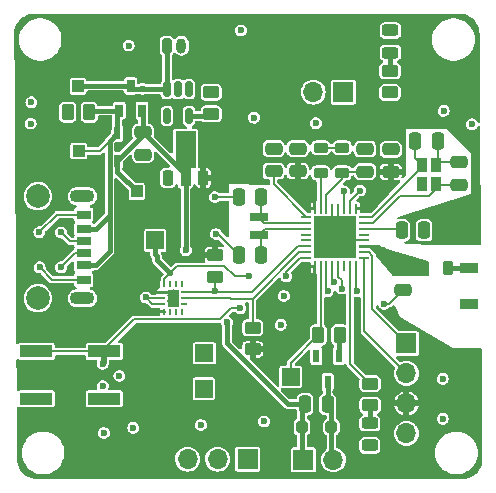
<source format=gbr>
%TF.GenerationSoftware,KiCad,Pcbnew,8.0.3*%
%TF.CreationDate,2025-03-18T19:22:59-05:00*%
%TF.ProjectId,wearable_v2_nrf,77656172-6162-46c6-955f-76325f6e7266,rev?*%
%TF.SameCoordinates,Original*%
%TF.FileFunction,Copper,L1,Top*%
%TF.FilePolarity,Positive*%
%FSLAX46Y46*%
G04 Gerber Fmt 4.6, Leading zero omitted, Abs format (unit mm)*
G04 Created by KiCad (PCBNEW 8.0.3) date 2025-03-18 19:22:59*
%MOMM*%
%LPD*%
G01*
G04 APERTURE LIST*
G04 Aperture macros list*
%AMRoundRect*
0 Rectangle with rounded corners*
0 $1 Rounding radius*
0 $2 $3 $4 $5 $6 $7 $8 $9 X,Y pos of 4 corners*
0 Add a 4 corners polygon primitive as box body*
4,1,4,$2,$3,$4,$5,$6,$7,$8,$9,$2,$3,0*
0 Add four circle primitives for the rounded corners*
1,1,$1+$1,$2,$3*
1,1,$1+$1,$4,$5*
1,1,$1+$1,$6,$7*
1,1,$1+$1,$8,$9*
0 Add four rect primitives between the rounded corners*
20,1,$1+$1,$2,$3,$4,$5,0*
20,1,$1+$1,$4,$5,$6,$7,0*
20,1,$1+$1,$6,$7,$8,$9,0*
20,1,$1+$1,$8,$9,$2,$3,0*%
%AMFreePoly0*
4,1,9,3.862500,-0.866500,0.737500,-0.866500,0.737500,-0.450000,-0.737500,-0.450000,-0.737500,0.450000,0.737500,0.450000,0.737500,0.866500,3.862500,0.866500,3.862500,-0.866500,3.862500,-0.866500,$1*%
G04 Aperture macros list end*
%TA.AperFunction,SMDPad,CuDef*%
%ADD10RoundRect,0.250000X-0.475000X0.250000X-0.475000X-0.250000X0.475000X-0.250000X0.475000X0.250000X0*%
%TD*%
%TA.AperFunction,ComponentPad*%
%ADD11R,1.700000X1.700000*%
%TD*%
%TA.AperFunction,ComponentPad*%
%ADD12O,1.700000X1.700000*%
%TD*%
%TA.AperFunction,ComponentPad*%
%ADD13RoundRect,0.200000X-0.200000X-0.450000X0.200000X-0.450000X0.200000X0.450000X-0.200000X0.450000X0*%
%TD*%
%TA.AperFunction,ComponentPad*%
%ADD14O,0.800000X1.300000*%
%TD*%
%TA.AperFunction,SMDPad,CuDef*%
%ADD15RoundRect,0.250000X0.475000X-0.250000X0.475000X0.250000X-0.475000X0.250000X-0.475000X-0.250000X0*%
%TD*%
%TA.AperFunction,SMDPad,CuDef*%
%ADD16R,2.750000X1.000000*%
%TD*%
%TA.AperFunction,SMDPad,CuDef*%
%ADD17RoundRect,0.218750X0.381250X-0.218750X0.381250X0.218750X-0.381250X0.218750X-0.381250X-0.218750X0*%
%TD*%
%TA.AperFunction,SMDPad,CuDef*%
%ADD18RoundRect,0.250000X-0.262500X-0.450000X0.262500X-0.450000X0.262500X0.450000X-0.262500X0.450000X0*%
%TD*%
%TA.AperFunction,SMDPad,CuDef*%
%ADD19RoundRect,0.243750X0.456250X-0.243750X0.456250X0.243750X-0.456250X0.243750X-0.456250X-0.243750X0*%
%TD*%
%TA.AperFunction,SMDPad,CuDef*%
%ADD20RoundRect,0.250000X-0.450000X0.262500X-0.450000X-0.262500X0.450000X-0.262500X0.450000X0.262500X0*%
%TD*%
%TA.AperFunction,SMDPad,CuDef*%
%ADD21RoundRect,0.243750X-0.456250X0.243750X-0.456250X-0.243750X0.456250X-0.243750X0.456250X0.243750X0*%
%TD*%
%TA.AperFunction,ComponentPad*%
%ADD22R,1.500000X1.500000*%
%TD*%
%TA.AperFunction,SMDPad,CuDef*%
%ADD23R,1.500000X0.800000*%
%TD*%
%TA.AperFunction,SMDPad,CuDef*%
%ADD24RoundRect,0.218750X-0.381250X0.218750X-0.381250X-0.218750X0.381250X-0.218750X0.381250X0.218750X0*%
%TD*%
%TA.AperFunction,SMDPad,CuDef*%
%ADD25RoundRect,0.250000X-0.250000X-0.475000X0.250000X-0.475000X0.250000X0.475000X-0.250000X0.475000X0*%
%TD*%
%TA.AperFunction,SMDPad,CuDef*%
%ADD26RoundRect,0.250000X0.262500X0.450000X-0.262500X0.450000X-0.262500X-0.450000X0.262500X-0.450000X0*%
%TD*%
%TA.AperFunction,SMDPad,CuDef*%
%ADD27R,0.600000X1.100000*%
%TD*%
%TA.AperFunction,SMDPad,CuDef*%
%ADD28RoundRect,0.062500X-0.337500X-0.062500X0.337500X-0.062500X0.337500X0.062500X-0.337500X0.062500X0*%
%TD*%
%TA.AperFunction,SMDPad,CuDef*%
%ADD29RoundRect,0.062500X-0.062500X-0.337500X0.062500X-0.337500X0.062500X0.337500X-0.062500X0.337500X0*%
%TD*%
%TA.AperFunction,HeatsinkPad*%
%ADD30C,0.500000*%
%TD*%
%TA.AperFunction,HeatsinkPad*%
%ADD31R,3.600000X3.600000*%
%TD*%
%TA.AperFunction,SMDPad,CuDef*%
%ADD32RoundRect,0.150000X-0.150000X0.512500X-0.150000X-0.512500X0.150000X-0.512500X0.150000X0.512500X0*%
%TD*%
%TA.AperFunction,SMDPad,CuDef*%
%ADD33R,0.850000X1.200000*%
%TD*%
%TA.AperFunction,SMDPad,CuDef*%
%ADD34RoundRect,0.250000X0.450000X-0.262500X0.450000X0.262500X-0.450000X0.262500X-0.450000X-0.262500X0*%
%TD*%
%TA.AperFunction,SMDPad,CuDef*%
%ADD35R,1.200000X0.700000*%
%TD*%
%TA.AperFunction,SMDPad,CuDef*%
%ADD36R,1.200000X0.760000*%
%TD*%
%TA.AperFunction,SMDPad,CuDef*%
%ADD37R,1.200000X0.800000*%
%TD*%
%TA.AperFunction,ComponentPad*%
%ADD38C,2.010000*%
%TD*%
%TA.AperFunction,ComponentPad*%
%ADD39O,2.100000X1.100000*%
%TD*%
%TA.AperFunction,ComponentPad*%
%ADD40R,1.000000X1.000000*%
%TD*%
%TA.AperFunction,SMDPad,CuDef*%
%ADD41RoundRect,0.225000X0.225000X-0.425000X0.225000X0.425000X-0.225000X0.425000X-0.225000X-0.425000X0*%
%TD*%
%TA.AperFunction,SMDPad,CuDef*%
%ADD42FreePoly0,90.000000*%
%TD*%
%TA.AperFunction,SMDPad,CuDef*%
%ADD43R,0.500000X1.075000*%
%TD*%
%TA.AperFunction,SMDPad,CuDef*%
%ADD44RoundRect,0.250000X0.250000X0.475000X-0.250000X0.475000X-0.250000X-0.475000X0.250000X-0.475000X0*%
%TD*%
%TA.AperFunction,SMDPad,CuDef*%
%ADD45R,0.250000X0.475000*%
%TD*%
%TA.AperFunction,SMDPad,CuDef*%
%ADD46R,0.475000X0.250000*%
%TD*%
%TA.AperFunction,SMDPad,CuDef*%
%ADD47R,0.650000X1.100000*%
%TD*%
%TA.AperFunction,SMDPad,CuDef*%
%ADD48RoundRect,0.218750X-0.218750X-0.381250X0.218750X-0.381250X0.218750X0.381250X-0.218750X0.381250X0*%
%TD*%
%TA.AperFunction,SMDPad,CuDef*%
%ADD49R,1.600200X0.863600*%
%TD*%
%TA.AperFunction,SMDPad,CuDef*%
%ADD50RoundRect,0.250000X-0.250000X-0.250000X0.250000X-0.250000X0.250000X0.250000X-0.250000X0.250000X0*%
%TD*%
%TA.AperFunction,ViaPad*%
%ADD51C,0.600000*%
%TD*%
%TA.AperFunction,Conductor*%
%ADD52C,0.200000*%
%TD*%
%TA.AperFunction,Conductor*%
%ADD53C,0.400000*%
%TD*%
G04 APERTURE END LIST*
D10*
%TO.P,C13,1*%
%TO.N,GND*%
X119981500Y-61194500D03*
%TO.P,C13,2*%
%TO.N,/X2*%
X119981500Y-63094500D03*
%TD*%
D11*
%TO.P,R5,1*%
%TO.N,/ADC1_P*%
X110200000Y-55275000D03*
D12*
%TO.P,R5,2*%
%TO.N,GND*%
X107660000Y-55275000D03*
%TD*%
D13*
%TO.P,BT1,1,+*%
%TO.N,/VBAT+*%
X95250000Y-51350000D03*
D14*
%TO.P,BT1,2,-*%
%TO.N,GND*%
X96500000Y-51350000D03*
%TD*%
D15*
%TO.P,C8,1*%
%TO.N,/DEC4*%
X112050000Y-62000000D03*
%TO.P,C8,2*%
%TO.N,GND*%
X112050000Y-60100000D03*
%TD*%
D16*
%TO.P,SW1,1,1*%
%TO.N,/NRST*%
X84225000Y-77225000D03*
X89975000Y-77225000D03*
%TO.P,SW1,2,2*%
%TO.N,GND*%
X84225000Y-81225000D03*
X89975000Y-81225000D03*
%TD*%
D17*
%TO.P,L2,1*%
%TO.N,/DCC*%
X108300000Y-62112500D03*
%TO.P,L2,2*%
%TO.N,Net-(L2-Pad2)*%
X108300000Y-59987500D03*
%TD*%
D18*
%TO.P,R8,1*%
%TO.N,/HAPTIC*%
X108087500Y-75825000D03*
%TO.P,R8,2*%
%TO.N,Net-(Q2-B)*%
X109912500Y-75825000D03*
%TD*%
D15*
%TO.P,C9,1*%
%TO.N,+3.3V*%
X106350000Y-61950000D03*
%TO.P,C9,2*%
%TO.N,GND*%
X106350000Y-60050000D03*
%TD*%
%TO.P,C4,1*%
%TO.N,/DEC1*%
X104300000Y-61950000D03*
%TO.P,C4,2*%
%TO.N,GND*%
X104300000Y-60050000D03*
%TD*%
D19*
%TO.P,D2,1,K*%
%TO.N,GND*%
X112450000Y-85187500D03*
%TO.P,D2,2,A*%
%TO.N,Net-(D2-A)*%
X112450000Y-83312500D03*
%TD*%
D20*
%TO.P,R6,1*%
%TO.N,/LED1*%
X112475000Y-79950000D03*
%TO.P,R6,2*%
%TO.N,Net-(D2-A)*%
X112475000Y-81775000D03*
%TD*%
D21*
%TO.P,D3,1,K*%
%TO.N,GND*%
X114200000Y-50050000D03*
%TO.P,D3,2,A*%
%TO.N,Net-(D3-A)*%
X114200000Y-51925000D03*
%TD*%
D22*
%TO.P,TP5,1,1*%
%TO.N,/I2C1_SCL*%
X98400000Y-80375000D03*
%TD*%
D20*
%TO.P,R1,1*%
%TO.N,+3.3V*%
X99375000Y-69075000D03*
%TO.P,R1,2*%
%TO.N,/I2C1_SDA*%
X99375000Y-70900000D03*
%TD*%
D10*
%TO.P,C1,1*%
%TO.N,VCC*%
X93250000Y-58650000D03*
%TO.P,C1,2*%
%TO.N,GND*%
X93250000Y-60550000D03*
%TD*%
D23*
%TO.P,Y2,1,1*%
%TO.N,/RCC_OSC32_IN*%
X103025000Y-65850000D03*
%TO.P,Y2,2,2*%
%TO.N,/RCC_OSC32_OUT*%
X103025000Y-67350000D03*
%TD*%
D11*
%TO.P,M1,1,+*%
%TO.N,VCC*%
X106825000Y-86400000D03*
D12*
%TO.P,M1,2,-*%
%TO.N,Net-(D4-A)*%
X109365000Y-86400000D03*
%TD*%
D11*
%TO.P,J1,1,Pin_1*%
%TO.N,/SWDIO*%
X115550000Y-76545000D03*
D12*
%TO.P,J1,2,Pin_2*%
%TO.N,/SWCLK*%
X115550000Y-79085000D03*
%TO.P,J1,3,Pin_3*%
%TO.N,+3.3V*%
X115550000Y-81625000D03*
%TO.P,J1,4,Pin_4*%
%TO.N,GND*%
X115550000Y-84165000D03*
%TD*%
D22*
%TO.P,TP6,1,1*%
%TO.N,/INT1*%
X94275000Y-67825000D03*
%TD*%
D24*
%TO.P,L3,1*%
%TO.N,Net-(L2-Pad2)*%
X110100000Y-59987500D03*
%TO.P,L3,2*%
%TO.N,/DEC4*%
X110100000Y-62112500D03*
%TD*%
D25*
%TO.P,C6,1*%
%TO.N,GND*%
X101375000Y-69025000D03*
%TO.P,C6,2*%
%TO.N,/RCC_OSC32_OUT*%
X103275000Y-69025000D03*
%TD*%
%TO.P,C7,1*%
%TO.N,/DEC3*%
X115150000Y-66975000D03*
%TO.P,C7,2*%
%TO.N,GND*%
X117050000Y-66975000D03*
%TD*%
D26*
%TO.P,R13,1*%
%TO.N,/VBUS*%
X88700000Y-56975000D03*
%TO.P,R13,2*%
%TO.N,GND*%
X86875000Y-56975000D03*
%TD*%
D27*
%TO.P,Q2,1,B*%
%TO.N,Net-(Q2-B)*%
X109825000Y-77600000D03*
%TO.P,Q2,2,E*%
%TO.N,GND*%
X107925000Y-77600000D03*
%TO.P,Q2,3,C*%
%TO.N,Net-(D4-A)*%
X108875000Y-79800000D03*
%TD*%
D28*
%TO.P,U1,1,DEC1*%
%TO.N,/DEC1*%
X107075000Y-65825000D03*
%TO.P,U1,2,XL1/P0.00*%
%TO.N,/RCC_OSC32_IN*%
X107075000Y-66325000D03*
%TO.P,U1,3,XL2/P0.01*%
%TO.N,/RCC_OSC32_OUT*%
X107075000Y-66825000D03*
%TO.P,U1,4,AIN2/P0.04*%
%TO.N,unconnected-(U1-AIN2{slash}P0.04-Pad4)*%
X107075000Y-67325000D03*
%TO.P,U1,5,AIN3/P0.05*%
%TO.N,unconnected-(U1-AIN3{slash}P0.05-Pad5)*%
X107075000Y-67825000D03*
%TO.P,U1,6,P0.06*%
%TO.N,/I2C1_SDA*%
X107075000Y-68325000D03*
%TO.P,U1,7,P0.09*%
%TO.N,/I2C1_SCL*%
X107075000Y-68825000D03*
%TO.P,U1,8,P0.10*%
%TO.N,/INT1*%
X107075000Y-69325000D03*
D29*
%TO.P,U1,9,VDD*%
%TO.N,+3.3V*%
X107775000Y-70025000D03*
%TO.P,U1,10,P0.12*%
%TO.N,/HAPTIC*%
X108275000Y-70025000D03*
%TO.P,U1,11,P0.14*%
%TO.N,/USART1_RX*%
X108775000Y-70025000D03*
%TO.P,U1,12,P0.15*%
%TO.N,/USART1_TX*%
X109275000Y-70025000D03*
%TO.P,U1,13,P0.16*%
%TO.N,/STAT*%
X109775000Y-70025000D03*
%TO.P,U1,14,P0.18*%
%TO.N,unconnected-(U1-P0.18-Pad14)*%
X110275000Y-70025000D03*
%TO.P,U1,15,P0.20*%
%TO.N,/LED1*%
X110775000Y-70025000D03*
%TO.P,U1,16,P0.21/~{RESET}*%
%TO.N,/NRST*%
X111275000Y-70025000D03*
D28*
%TO.P,U1,17,SWDCLK*%
%TO.N,/SWCLK*%
X111975000Y-69325000D03*
%TO.P,U1,18,SWDIO*%
%TO.N,/SWDIO*%
X111975000Y-68825000D03*
%TO.P,U1,19,ANT*%
%TO.N,/RF1*%
X111975000Y-68325000D03*
%TO.P,U1,20,VSS*%
%TO.N,GND*%
X111975000Y-67825000D03*
%TO.P,U1,21,DEC2*%
%TO.N,unconnected-(U1-DEC2-Pad21)*%
X111975000Y-67325000D03*
%TO.P,U1,22,DEC3*%
%TO.N,/DEC3*%
X111975000Y-66825000D03*
%TO.P,U1,23,XC1*%
%TO.N,/X2*%
X111975000Y-66325000D03*
%TO.P,U1,24,XC2*%
%TO.N,/X1*%
X111975000Y-65825000D03*
D29*
%TO.P,U1,25,VDD*%
%TO.N,+3.3V*%
X111275000Y-65125000D03*
%TO.P,U1,26,P0.25*%
%TO.N,/LED0*%
X110775000Y-65125000D03*
%TO.P,U1,27,AIN4/P0.28*%
%TO.N,/ADC1_P*%
X110275000Y-65125000D03*
%TO.P,U1,28,AIN6/P0.30*%
%TO.N,GND*%
X109775000Y-65125000D03*
%TO.P,U1,29,VSS*%
X109275000Y-65125000D03*
%TO.P,U1,30,DEC4*%
%TO.N,/DEC4*%
X108775000Y-65125000D03*
%TO.P,U1,31,DCC*%
%TO.N,/DCC*%
X108275000Y-65125000D03*
%TO.P,U1,32,VDD*%
%TO.N,+3.3V*%
X107775000Y-65125000D03*
D30*
%TO.P,U1,33,VSS*%
%TO.N,GND*%
X108525000Y-66575000D03*
X108525000Y-67575000D03*
X108525000Y-68575000D03*
X109525000Y-66575000D03*
X109525000Y-67575000D03*
D31*
X109525000Y-67575000D03*
D30*
X109525000Y-68575000D03*
X110525000Y-66575000D03*
X110525000Y-67575000D03*
X110525000Y-68575000D03*
%TD*%
D15*
%TO.P,C10,1*%
%TO.N,+3.3V*%
X114225000Y-62025000D03*
%TO.P,C10,2*%
%TO.N,GND*%
X114225000Y-60125000D03*
%TD*%
D32*
%TO.P,IC1,1,STAT*%
%TO.N,/STAT*%
X97162500Y-55012500D03*
%TO.P,IC1,2,VSS*%
%TO.N,GND*%
X96212500Y-55012500D03*
%TO.P,IC1,3,VBAT*%
%TO.N,/VBAT+*%
X95262500Y-55012500D03*
%TO.P,IC1,4,VDD*%
%TO.N,/VBUS*%
X95262500Y-57287500D03*
%TO.P,IC1,5,PROG*%
%TO.N,/prog*%
X97162500Y-57287500D03*
%TD*%
D33*
%TO.P,Y1,1,X1*%
%TO.N,/X1*%
X116893500Y-61431500D03*
%TO.P,Y1,2,GND_1*%
%TO.N,GND*%
X116893500Y-63057500D03*
%TO.P,Y1,3,X2*%
%TO.N,/X2*%
X118093500Y-63057500D03*
%TO.P,Y1,4,GND_2*%
%TO.N,GND*%
X118093500Y-61431500D03*
%TD*%
D34*
%TO.P,R7,1*%
%TO.N,/LED0*%
X114150000Y-55300000D03*
%TO.P,R7,2*%
%TO.N,Net-(D3-A)*%
X114150000Y-53475000D03*
%TD*%
D35*
%TO.P,J2,A5,CC1*%
%TO.N,Net-(J2-CC1)*%
X88227500Y-67900000D03*
D36*
%TO.P,J2,A9,VBUS_1*%
%TO.N,/VBUS*%
X88227500Y-69920000D03*
D37*
%TO.P,J2,A12,GND_1*%
%TO.N,GND*%
X88227500Y-71150000D03*
D35*
%TO.P,J2,B5,CC2*%
%TO.N,Net-(J2-CC2)*%
X88227500Y-68900000D03*
D36*
%TO.P,J2,B9,VBUS_2*%
%TO.N,/VBUS*%
X88227500Y-66880000D03*
D37*
%TO.P,J2,B12,GND_2*%
%TO.N,GND*%
X88227500Y-65650000D03*
D38*
%TO.P,J2,MH1,MH1*%
%TO.N,unconnected-(J2-PadMH1)*%
X84347500Y-64080000D03*
%TO.P,J2,MH2,MH2*%
%TO.N,unconnected-(J2-PadMH2)*%
X84347500Y-72720000D03*
D39*
%TO.P,J2,MH3,MH3*%
%TO.N,unconnected-(J2-PadMH3)*%
X88118500Y-64082000D03*
%TO.P,J2,MH4,MH4*%
%TO.N,unconnected-(J2-PadMH4)*%
X88118500Y-72718000D03*
%TD*%
D40*
%TO.P,TP2,1,1*%
%TO.N,/VBAT+*%
X87750000Y-54775000D03*
%TD*%
D22*
%TO.P,TP4,1,1*%
%TO.N,/I2C1_SDA*%
X98450000Y-77375000D03*
%TD*%
D41*
%TO.P,U4,1,GND*%
%TO.N,GND*%
X95350000Y-62525000D03*
D42*
%TO.P,U4,2,VI*%
%TO.N,VCC*%
X96850000Y-62437500D03*
D41*
%TO.P,U4,3,VO*%
%TO.N,+3.3V*%
X98350000Y-62525000D03*
%TD*%
D43*
%TO.P,D1,1,K*%
%TO.N,VCC*%
X91075000Y-61062000D03*
%TO.P,D1,2,A*%
%TO.N,/VBUS*%
X91075000Y-58738000D03*
%TD*%
D44*
%TO.P,C12,1*%
%TO.N,GND*%
X118206500Y-59419500D03*
%TO.P,C12,2*%
%TO.N,/X1*%
X116306500Y-59419500D03*
%TD*%
D45*
%TO.P,U3,1,SDO*%
%TO.N,unconnected-(U3-SDO-Pad1)*%
X96550000Y-71550000D03*
%TO.P,U3,2,ASDX*%
%TO.N,unconnected-(U3-ASDX-Pad2)*%
X96050000Y-71550000D03*
%TO.P,U3,3,ASCX*%
%TO.N,unconnected-(U3-ASCX-Pad3)*%
X95550000Y-71550000D03*
%TO.P,U3,4,INT1*%
%TO.N,/INT1*%
X95050000Y-71550000D03*
D46*
%TO.P,U3,5,VDDIO*%
%TO.N,+3.3V*%
X94887500Y-72212500D03*
%TO.P,U3,6,GNDIO*%
%TO.N,GND*%
X94887500Y-72712500D03*
%TO.P,U3,7,GND*%
X94887500Y-73212500D03*
D45*
%TO.P,U3,8,VDD*%
%TO.N,+3.3V*%
X95050000Y-73875000D03*
%TO.P,U3,9,INT2*%
%TO.N,unconnected-(U3-INT2-Pad9)*%
X95550000Y-73875000D03*
%TO.P,U3,10,OSCB*%
%TO.N,unconnected-(U3-OSCB-Pad10)*%
X96050000Y-73875000D03*
%TO.P,U3,11,OSDO*%
%TO.N,unconnected-(U3-OSDO-Pad11)*%
X96550000Y-73875000D03*
D46*
%TO.P,U3,12,CSB*%
%TO.N,unconnected-(U3-CSB-Pad12)*%
X96712500Y-73212500D03*
%TO.P,U3,13,SCX*%
%TO.N,/I2C1_SCL*%
X96712500Y-72712500D03*
%TO.P,U3,14,SDX*%
%TO.N,/I2C1_SDA*%
X96712500Y-72212500D03*
%TD*%
D11*
%TO.P,J3,1,Pin_1*%
%TO.N,/USART1_TX*%
X102100000Y-86350000D03*
D12*
%TO.P,J3,2,Pin_2*%
%TO.N,/USART1_RX*%
X99560000Y-86350000D03*
%TO.P,J3,3,Pin_3*%
%TO.N,GND*%
X97020000Y-86350000D03*
%TD*%
D47*
%TO.P,Q1,1,G*%
%TO.N,/VBUS*%
X91240000Y-56825000D03*
%TO.P,Q1,2,S*%
%TO.N,VCC*%
X93160000Y-56825000D03*
%TO.P,Q1,3,D*%
%TO.N,/VBAT+*%
X92200000Y-54725000D03*
%TD*%
D40*
%TO.P,TP1,1,1*%
%TO.N,/VBUS*%
X87800000Y-60250000D03*
%TD*%
D34*
%TO.P,R10,1*%
%TO.N,+3.3V*%
X102525000Y-77050000D03*
%TO.P,R10,2*%
%TO.N,/I2C1_SCL*%
X102525000Y-75225000D03*
%TD*%
D48*
%TO.P,L1,1,1*%
%TO.N,/RF1*%
X116937500Y-70200000D03*
%TO.P,L1,2,2*%
%TO.N,Net-(L1-Pad2)*%
X119062500Y-70200000D03*
%TD*%
D34*
%TO.P,R9,1*%
%TO.N,/prog*%
X99025000Y-57112500D03*
%TO.P,R9,2*%
%TO.N,GND*%
X99025000Y-55287500D03*
%TD*%
D49*
%TO.P,U5,1,1*%
%TO.N,Net-(L1-Pad2)*%
X120825000Y-70175000D03*
%TO.P,U5,2,2*%
%TO.N,unconnected-(U5-Pad2)*%
X120825000Y-73222602D03*
%TD*%
D50*
%TO.P,D4,1,K*%
%TO.N,VCC*%
X106700000Y-83625000D03*
%TO.P,D4,2,A*%
%TO.N,Net-(D4-A)*%
X109200000Y-83625000D03*
%TD*%
D10*
%TO.P,C3,1*%
%TO.N,/RF1*%
X115262500Y-70125000D03*
%TO.P,C3,2*%
%TO.N,GND*%
X115262500Y-72025000D03*
%TD*%
D25*
%TO.P,C11,1*%
%TO.N,VCC*%
X106975000Y-81675000D03*
%TO.P,C11,2*%
%TO.N,Net-(D4-A)*%
X108875000Y-81675000D03*
%TD*%
%TO.P,C5,1*%
%TO.N,GND*%
X101375000Y-64150000D03*
%TO.P,C5,2*%
%TO.N,/RCC_OSC32_IN*%
X103275000Y-64150000D03*
%TD*%
D22*
%TO.P,TP7,1,1*%
%TO.N,/HAPTIC*%
X105750000Y-79375000D03*
%TD*%
D40*
%TO.P,TP3,1,1*%
%TO.N,VCC*%
X92725000Y-63675000D03*
%TD*%
D51*
%TO.N,GND*%
X112225000Y-60100000D03*
X106400000Y-60075000D03*
X89925000Y-84125000D03*
X112475000Y-85225000D03*
X92425000Y-83700000D03*
X103500000Y-83150000D03*
X86900000Y-56950000D03*
X92025000Y-51325000D03*
X98900000Y-55275000D03*
X84475000Y-67125000D03*
X96200000Y-55025000D03*
X117075000Y-66975000D03*
X118206500Y-59419500D03*
X89975000Y-81225000D03*
X118625000Y-79550000D03*
X114225000Y-60125000D03*
X93475000Y-72650000D03*
X93250000Y-60525000D03*
X101525000Y-50050000D03*
X113675000Y-73175000D03*
X83725000Y-57925000D03*
X98150000Y-83450000D03*
X83800000Y-56125000D03*
X102625000Y-57425000D03*
X119981500Y-61194500D03*
X114150000Y-50100000D03*
X89850000Y-80175000D03*
X107925000Y-77600000D03*
X91250000Y-79300000D03*
X105175000Y-72525000D03*
X99325000Y-64150000D03*
X107875000Y-57900000D03*
X84225000Y-81300000D03*
X84500000Y-70100000D03*
X95325000Y-62550000D03*
X99425000Y-67275000D03*
X104275000Y-60037500D03*
X118625000Y-82925000D03*
X116893500Y-63057500D03*
X104900000Y-74975000D03*
X118700000Y-56850000D03*
X121100000Y-58000000D03*
%TO.N,/VBAT+*%
X93225000Y-54975000D03*
%TO.N,VCC*%
X96875000Y-68650000D03*
X93225000Y-58600000D03*
X93175000Y-56825000D03*
X100350000Y-74750000D03*
%TO.N,/NRST*%
X89825000Y-78275000D03*
X101475000Y-73575000D03*
X111375000Y-72125000D03*
%TO.N,+3.3V*%
X91950000Y-85700000D03*
X100625000Y-53175000D03*
X93400000Y-75600000D03*
X94025000Y-81900000D03*
X96800000Y-83200000D03*
X102500000Y-55250000D03*
X119675000Y-79325000D03*
X103775000Y-53225000D03*
X99375000Y-75450000D03*
X100875000Y-55200000D03*
X119879507Y-81477661D03*
X116440695Y-86922447D03*
X100575000Y-51450000D03*
X85200000Y-57200000D03*
X102000000Y-51475000D03*
X87575000Y-86000000D03*
X113850000Y-86775000D03*
X95300000Y-75550000D03*
X91600000Y-72850000D03*
X92625000Y-73325000D03*
X104125000Y-76800000D03*
X104150000Y-75475000D03*
X103850000Y-51400000D03*
X104150000Y-55275000D03*
X108000000Y-52875000D03*
X88725000Y-50750000D03*
X101250000Y-78950000D03*
X92575000Y-71700000D03*
X102050000Y-53000000D03*
%TO.N,/VBUS*%
X91050000Y-58625000D03*
X95275000Y-57300000D03*
X91250000Y-56850000D03*
%TO.N,Net-(J2-CC2)*%
X86312500Y-70100000D03*
%TO.N,Net-(J2-CC1)*%
X86312500Y-67150000D03*
%TO.N,/USART1_RX*%
X108875000Y-72125000D03*
%TO.N,/USART1_TX*%
X109375000Y-71327761D03*
%TO.N,/ADC1_P*%
X110250000Y-63675000D03*
%TO.N,/LED0*%
X114150000Y-55300000D03*
X111625000Y-63600000D03*
%TO.N,/I2C1_SDA*%
X99347551Y-72112500D03*
%TO.N,/I2C1_SCL*%
X102525000Y-75225000D03*
%TO.N,/INT1*%
X102200000Y-70875000D03*
X105375000Y-70875000D03*
%TO.N,/STAT*%
X97162500Y-55012500D03*
X110075000Y-71900000D03*
%TD*%
D52*
%TO.N,GND*%
X119981500Y-61194500D02*
X118330500Y-61194500D01*
X109275000Y-65125000D02*
X109275000Y-66325000D01*
X118206500Y-59419500D02*
X118206500Y-61318500D01*
X110775000Y-67825000D02*
X110525000Y-67575000D01*
X114112500Y-73175000D02*
X113675000Y-73175000D01*
X88227500Y-71150000D02*
X85550000Y-71150000D01*
X93537500Y-72712500D02*
X93475000Y-72650000D01*
X111975000Y-67825000D02*
X110775000Y-67825000D01*
X101375000Y-69025000D02*
X99625000Y-67275000D01*
X94887500Y-73212500D02*
X94037500Y-73212500D01*
X101375000Y-64150000D02*
X99325000Y-64150000D01*
X115262500Y-72025000D02*
X114112500Y-73175000D01*
X99625000Y-67275000D02*
X99425000Y-67275000D01*
X118206500Y-61318500D02*
X118093500Y-61431500D01*
X85550000Y-71150000D02*
X84500000Y-70100000D01*
X94037500Y-73212500D02*
X93475000Y-72650000D01*
X109275000Y-66325000D02*
X109525000Y-66575000D01*
X118330500Y-61194500D02*
X118093500Y-61431500D01*
X88227500Y-65650000D02*
X85950000Y-65650000D01*
X109775000Y-65125000D02*
X109775000Y-66325000D01*
X109775000Y-66325000D02*
X109525000Y-66575000D01*
X85950000Y-65650000D02*
X84475000Y-67125000D01*
X94887500Y-72712500D02*
X93537500Y-72712500D01*
D53*
%TO.N,/VBAT+*%
X93262500Y-55012500D02*
X93225000Y-54975000D01*
X93187500Y-55012500D02*
X92487500Y-55012500D01*
X95262500Y-51362500D02*
X95250000Y-51350000D01*
X92200000Y-54725000D02*
X87800000Y-54725000D01*
X95262500Y-55012500D02*
X95262500Y-51362500D01*
X92487500Y-55012500D02*
X92200000Y-54725000D01*
X87800000Y-54725000D02*
X87750000Y-54775000D01*
X95262500Y-55012500D02*
X93262500Y-55012500D01*
X93225000Y-54975000D02*
X93187500Y-55012500D01*
%TO.N,VCC*%
X93250000Y-58650000D02*
X93250000Y-58625000D01*
X93250000Y-56915000D02*
X93175000Y-56840000D01*
X93250000Y-58887000D02*
X91075000Y-61062000D01*
X93250000Y-58650000D02*
X96850000Y-62250000D01*
X106700000Y-86275000D02*
X106825000Y-86400000D01*
X93225000Y-58600000D02*
X93250000Y-58575000D01*
X105511334Y-81675000D02*
X106975000Y-81675000D01*
X100350000Y-76513666D02*
X105511334Y-81675000D01*
X96850000Y-62437500D02*
X96850000Y-68625000D01*
X93175000Y-56825000D02*
X93160000Y-56825000D01*
X106700000Y-83625000D02*
X106700000Y-86275000D01*
X100350000Y-74750000D02*
X100350000Y-76513666D01*
X96850000Y-62250000D02*
X96850000Y-62437500D01*
X106700000Y-83625000D02*
X106700000Y-81950000D01*
X93250000Y-58625000D02*
X93225000Y-58600000D01*
X106700000Y-81950000D02*
X106975000Y-81675000D01*
X96850000Y-68625000D02*
X96875000Y-68650000D01*
X93175000Y-56840000D02*
X93175000Y-56825000D01*
X93250000Y-58650000D02*
X93250000Y-58887000D01*
X93160000Y-56825000D02*
X93160000Y-56825000D01*
X91075000Y-62025000D02*
X92725000Y-63675000D01*
X91075000Y-61062000D02*
X91075000Y-62025000D01*
X93250000Y-58650000D02*
X93250000Y-56915000D01*
D52*
%TO.N,/NRST*%
X89800000Y-77225000D02*
X89800000Y-78250000D01*
X89800000Y-78250000D02*
X89825000Y-78275000D01*
X111275000Y-72025000D02*
X111275000Y-70025000D01*
X92523529Y-74501471D02*
X99748529Y-74501471D01*
X84050000Y-77225000D02*
X89800000Y-77225000D01*
X100675000Y-73575000D02*
X101475000Y-73575000D01*
X111375000Y-72125000D02*
X111275000Y-72025000D01*
X89800000Y-77225000D02*
X92523529Y-74501471D01*
D53*
X89975000Y-78125000D02*
X89825000Y-78275000D01*
D52*
X99748529Y-74501471D02*
X100675000Y-73575000D01*
D53*
X89975000Y-77225000D02*
X89975000Y-78125000D01*
D52*
%TO.N,/RF1*%
X113612500Y-68475000D02*
X115262500Y-70125000D01*
X111975000Y-68325000D02*
X113275000Y-68325000D01*
X113275000Y-68325000D02*
X113425000Y-68475000D01*
X113425000Y-68475000D02*
X113612500Y-68475000D01*
%TO.N,/DEC1*%
X104300000Y-63050000D02*
X104300000Y-61950000D01*
X107075000Y-65825000D02*
X104300000Y-63050000D01*
%TO.N,/RCC_OSC32_IN*%
X103500000Y-66325000D02*
X103025000Y-65850000D01*
X103275000Y-65600000D02*
X103025000Y-65850000D01*
X103275000Y-64150000D02*
X103275000Y-65600000D01*
X107075000Y-66325000D02*
X103500000Y-66325000D01*
%TO.N,/RCC_OSC32_OUT*%
X103275000Y-67600000D02*
X103025000Y-67350000D01*
X103550000Y-66825000D02*
X103025000Y-67350000D01*
X103275000Y-69025000D02*
X103275000Y-67600000D01*
X107075000Y-66825000D02*
X103550000Y-66825000D01*
%TO.N,/DEC3*%
X115000000Y-66825000D02*
X111975000Y-66825000D01*
X115150000Y-66975000D02*
X115000000Y-66825000D01*
%TO.N,/DEC4*%
X108775000Y-63975000D02*
X110100000Y-62650000D01*
X112050000Y-62000000D02*
X110212500Y-62000000D01*
X108775000Y-63975000D02*
X108775000Y-65125000D01*
X110100000Y-62650000D02*
X110100000Y-62112500D01*
X110212500Y-62000000D02*
X110100000Y-62112500D01*
%TO.N,+3.3V*%
X111275000Y-64975000D02*
X111275000Y-65125000D01*
X92625000Y-73325000D02*
X93175000Y-73875000D01*
X93175000Y-73875000D02*
X95050000Y-73875000D01*
D53*
%TO.N,Net-(D4-A)*%
X109200000Y-83625000D02*
X109200000Y-82000000D01*
X108875000Y-81675000D02*
X108875000Y-79800000D01*
X109200000Y-83625000D02*
X109200000Y-86235000D01*
X109200000Y-86235000D02*
X109365000Y-86400000D01*
X109200000Y-82000000D02*
X108875000Y-81675000D01*
D52*
%TO.N,/X1*%
X116893500Y-61431500D02*
X116893500Y-61606500D01*
X116306500Y-60844500D02*
X116893500Y-61431500D01*
X116893500Y-61606500D02*
X112675000Y-65825000D01*
X112675000Y-65825000D02*
X111975000Y-65825000D01*
X116306500Y-59419500D02*
X116306500Y-60844500D01*
X116893500Y-61582500D02*
X116893500Y-61431500D01*
%TO.N,/X2*%
X114965686Y-64100000D02*
X117476000Y-64100000D01*
X118093500Y-63482500D02*
X118093500Y-63057500D01*
X118130500Y-63094500D02*
X118093500Y-63057500D01*
X112740686Y-66325000D02*
X114965686Y-64100000D01*
X111975000Y-66325000D02*
X112740686Y-66325000D01*
X117476000Y-64100000D02*
X118093500Y-63482500D01*
X119981500Y-63094500D02*
X118130500Y-63094500D01*
D53*
%TO.N,/VBUS*%
X88227500Y-69920000D02*
X89227500Y-69920000D01*
X91075000Y-58738000D02*
X91075000Y-58650000D01*
X88850000Y-56825000D02*
X88700000Y-56975000D01*
X91240000Y-56825000D02*
X88850000Y-56825000D01*
X91050000Y-57015000D02*
X91215000Y-56850000D01*
D52*
X87800000Y-60250000D02*
X89563000Y-60250000D01*
D53*
X91075000Y-58650000D02*
X91050000Y-58625000D01*
X90425000Y-68722500D02*
X90425000Y-59388000D01*
X90425000Y-59388000D02*
X91075000Y-58738000D01*
X88227500Y-66880000D02*
X89227500Y-66880000D01*
X91050000Y-58625000D02*
X91075000Y-58600000D01*
X89227500Y-69920000D02*
X90425000Y-68722500D01*
X91050000Y-58625000D02*
X91050000Y-57015000D01*
X91215000Y-56850000D02*
X91250000Y-56850000D01*
X90425000Y-65682500D02*
X90425000Y-64825000D01*
X95262500Y-57287500D02*
X95275000Y-57300000D01*
X89227500Y-66880000D02*
X90425000Y-65682500D01*
X91250000Y-56815000D02*
X91240000Y-56825000D01*
D52*
X89563000Y-60250000D02*
X91075000Y-58738000D01*
D53*
X91250000Y-56850000D02*
X91250000Y-56815000D01*
%TO.N,Net-(D2-A)*%
X112475000Y-83287500D02*
X112450000Y-83312500D01*
X112475000Y-81775000D02*
X112475000Y-83287500D01*
%TO.N,Net-(D3-A)*%
X114200000Y-53425000D02*
X114150000Y-53475000D01*
X114200000Y-51925000D02*
X114200000Y-53425000D01*
D52*
%TO.N,/SWCLK*%
X111975000Y-75510000D02*
X115550000Y-79085000D01*
X111975000Y-69325000D02*
X111975000Y-75510000D01*
%TO.N,/SWDIO*%
X112675000Y-69110614D02*
X112675000Y-73670000D01*
X112389386Y-68825000D02*
X112675000Y-69110614D01*
X112675000Y-73670000D02*
X115550000Y-76545000D01*
X111975000Y-68825000D02*
X112389386Y-68825000D01*
%TO.N,Net-(J2-CC2)*%
X87512500Y-68900000D02*
X86312500Y-70100000D01*
X88227500Y-68900000D02*
X87512500Y-68900000D01*
%TO.N,Net-(J2-CC1)*%
X87062500Y-67900000D02*
X86312500Y-67150000D01*
X88227500Y-67900000D02*
X87062500Y-67900000D01*
%TO.N,/USART1_RX*%
X108775000Y-70025000D02*
X108775000Y-72025000D01*
X108775000Y-72025000D02*
X108875000Y-72125000D01*
%TO.N,/USART1_TX*%
X109275000Y-71227761D02*
X109375000Y-71327761D01*
X109275000Y-70025000D02*
X109275000Y-71227761D01*
D53*
%TO.N,Net-(L1-Pad2)*%
X120825000Y-70175000D02*
X119087500Y-70175000D01*
X119087500Y-70175000D02*
X119062500Y-70200000D01*
X119150000Y-70175000D02*
X119125000Y-70200000D01*
D52*
%TO.N,Net-(L2-Pad2)*%
X110100000Y-59987500D02*
X108300000Y-59987500D01*
%TO.N,/DCC*%
X108275000Y-65125000D02*
X108275000Y-62137500D01*
X108275000Y-62137500D02*
X108300000Y-62112500D01*
X108325000Y-65075000D02*
X108275000Y-65125000D01*
D53*
%TO.N,Net-(Q2-B)*%
X109825000Y-75912500D02*
X109912500Y-75825000D01*
X109825000Y-77600000D02*
X109825000Y-75912500D01*
D52*
%TO.N,/ADC1_P*%
X110275000Y-65125000D02*
X110275000Y-63700000D01*
X110275000Y-63700000D02*
X110250000Y-63675000D01*
%TO.N,/LED1*%
X110775000Y-78250000D02*
X110775000Y-70025000D01*
X112475000Y-79950000D02*
X110775000Y-78250000D01*
%TO.N,/LED0*%
X110775000Y-64450000D02*
X111625000Y-63600000D01*
X110775000Y-65125000D02*
X110775000Y-64450000D01*
%TO.N,/HAPTIC*%
X108275000Y-70025000D02*
X108275000Y-75637500D01*
X108275000Y-75637500D02*
X108087500Y-75825000D01*
X105750000Y-78162500D02*
X105750000Y-79375000D01*
X108087500Y-75825000D02*
X105750000Y-78162500D01*
%TO.N,/I2C1_SDA*%
X99400000Y-72212500D02*
X96712500Y-72212500D01*
X100600000Y-72212500D02*
X99400000Y-72212500D01*
X107075000Y-68325000D02*
X106400000Y-68325000D01*
X99375000Y-72187500D02*
X99400000Y-72212500D01*
X106400000Y-68325000D02*
X102500000Y-72225000D01*
X100612500Y-72225000D02*
X100600000Y-72212500D01*
X100837500Y-72212500D02*
X100600000Y-72212500D01*
X102500000Y-72225000D02*
X100612500Y-72225000D01*
X99375000Y-70900000D02*
X99375000Y-72187500D01*
%TO.N,/I2C1_SCL*%
X106465686Y-68825000D02*
X102603186Y-72687500D01*
X100612500Y-72700000D02*
X100600000Y-72712500D01*
X102525000Y-72765686D02*
X100678186Y-72765686D01*
X107075000Y-68825000D02*
X106465686Y-68825000D01*
X102525000Y-72765686D02*
X102603186Y-72687500D01*
X102525000Y-75225000D02*
X102525000Y-72765686D01*
X100600000Y-72712500D02*
X96712500Y-72712500D01*
X100678186Y-72765686D02*
X100612500Y-72700000D01*
%TO.N,/INT1*%
X105375000Y-70875000D02*
X105375000Y-70481372D01*
X100125000Y-70000000D02*
X96137500Y-70000000D01*
D53*
X94425000Y-69150000D02*
X94275000Y-69000000D01*
D52*
X96137500Y-70000000D02*
X95543750Y-70593750D01*
X101000000Y-70875000D02*
X100125000Y-70000000D01*
D53*
X94275000Y-69000000D02*
X94275000Y-67825000D01*
D52*
X106531372Y-69325000D02*
X107075000Y-69325000D01*
X102200000Y-70875000D02*
X101000000Y-70875000D01*
D53*
X94425000Y-69150000D02*
X94425000Y-69475000D01*
D52*
X95543750Y-70593750D02*
X95050000Y-71087500D01*
X105375000Y-70481372D02*
X106531372Y-69325000D01*
X95050000Y-71087500D02*
X95050000Y-71550000D01*
D53*
X94425000Y-69475000D02*
X95543750Y-70593750D01*
D52*
%TO.N,/STAT*%
X109775000Y-70879232D02*
X110075000Y-71179232D01*
X110075000Y-71179232D02*
X110075000Y-71900000D01*
X109775000Y-70025000D02*
X109775000Y-70879232D01*
D53*
%TO.N,/prog*%
X97162500Y-57287500D02*
X98775000Y-57287500D01*
X98775000Y-57287500D02*
X98950000Y-57112500D01*
%TD*%
%TA.AperFunction,Conductor*%
%TO.N,/RF1*%
G36*
X112548835Y-68187598D02*
G01*
X112574563Y-68201990D01*
X112574565Y-68201990D01*
X112574568Y-68201992D01*
X112641595Y-68221673D01*
X112641602Y-68221675D01*
X112699500Y-68230000D01*
X112700019Y-68230000D01*
X112700544Y-68230074D01*
X112703033Y-68230253D01*
X112703020Y-68230427D01*
X112727664Y-68233938D01*
X113321355Y-68406593D01*
X117355180Y-69579695D01*
X117405777Y-69614100D01*
X117426487Y-69671674D01*
X117426514Y-69672695D01*
X117447911Y-70699743D01*
X117430219Y-70758315D01*
X117381479Y-70795302D01*
X117349724Y-70800802D01*
X114373955Y-70824608D01*
X114315615Y-70806167D01*
X114294972Y-70786333D01*
X112994403Y-69111626D01*
X112976968Y-69076528D01*
X112955021Y-68994625D01*
X112955019Y-68994621D01*
X112915460Y-68926103D01*
X112859511Y-68870153D01*
X112859511Y-68870154D01*
X112628279Y-68638922D01*
X112620098Y-68629647D01*
X112614819Y-68622850D01*
X112500000Y-68475000D01*
X111649000Y-68475000D01*
X111590809Y-68456093D01*
X111554845Y-68406593D01*
X111550000Y-68376000D01*
X111550000Y-68274000D01*
X111568907Y-68215809D01*
X111618407Y-68179845D01*
X111649000Y-68175000D01*
X112500506Y-68175000D01*
X112548835Y-68187598D01*
G37*
%TD.AperFunction*%
%TD*%
%TA.AperFunction,Conductor*%
%TO.N,+3.3V*%
G36*
X109596113Y-72068293D02*
G01*
X109615194Y-72097985D01*
X109649620Y-72173369D01*
X109649623Y-72173373D01*
X109743872Y-72282143D01*
X109864947Y-72359953D01*
X109864950Y-72359954D01*
X109864949Y-72359954D01*
X109972107Y-72391417D01*
X109995788Y-72398371D01*
X110003036Y-72400499D01*
X110003038Y-72400500D01*
X110003039Y-72400500D01*
X110146962Y-72400500D01*
X110146962Y-72400499D01*
X110276362Y-72362505D01*
X110285050Y-72359954D01*
X110285050Y-72359953D01*
X110285053Y-72359953D01*
X110285054Y-72359951D01*
X110293118Y-72356270D01*
X110293872Y-72357921D01*
X110350487Y-72341291D01*
X110417529Y-72360969D01*
X110463289Y-72413768D01*
X110474500Y-72465291D01*
X110474500Y-74827753D01*
X110454815Y-74894792D01*
X110402011Y-74940547D01*
X110332853Y-74950491D01*
X110309547Y-74944795D01*
X110259699Y-74927353D01*
X110229270Y-74924500D01*
X110229266Y-74924500D01*
X109595734Y-74924500D01*
X109595730Y-74924500D01*
X109565300Y-74927353D01*
X109565298Y-74927353D01*
X109437119Y-74972206D01*
X109437117Y-74972207D01*
X109327850Y-75052850D01*
X109247207Y-75162117D01*
X109247206Y-75162119D01*
X109202353Y-75290298D01*
X109202353Y-75290300D01*
X109199500Y-75320730D01*
X109199500Y-76329269D01*
X109202353Y-76359699D01*
X109202353Y-76359701D01*
X109247206Y-76487880D01*
X109247207Y-76487882D01*
X109327850Y-76597150D01*
X109374134Y-76631309D01*
X109416384Y-76686954D01*
X109424500Y-76731078D01*
X109424500Y-76810033D01*
X109404815Y-76877072D01*
X109388184Y-76897712D01*
X109380446Y-76905449D01*
X109336132Y-76971768D01*
X109336131Y-76971770D01*
X109324500Y-77030247D01*
X109324500Y-78169752D01*
X109336131Y-78228229D01*
X109336132Y-78228230D01*
X109380447Y-78294552D01*
X109446769Y-78338867D01*
X109446770Y-78338868D01*
X109505247Y-78350499D01*
X109505250Y-78350500D01*
X109505252Y-78350500D01*
X110144750Y-78350500D01*
X110144751Y-78350499D01*
X110159568Y-78347552D01*
X110203229Y-78338868D01*
X110203229Y-78338867D01*
X110203231Y-78338867D01*
X110269552Y-78294552D01*
X110269553Y-78294551D01*
X110278188Y-78285917D01*
X110280691Y-78288420D01*
X110318346Y-78256944D01*
X110387670Y-78248228D01*
X110450701Y-78278376D01*
X110487427Y-78337815D01*
X110487623Y-78338539D01*
X110494977Y-78365985D01*
X110494978Y-78365987D01*
X110494979Y-78365989D01*
X110497822Y-78370913D01*
X110524694Y-78417457D01*
X110534539Y-78434509D01*
X110534541Y-78434512D01*
X111554784Y-79454755D01*
X111588269Y-79516078D01*
X111584146Y-79583386D01*
X111577355Y-79602796D01*
X111577353Y-79602805D01*
X111574500Y-79633230D01*
X111574500Y-80266769D01*
X111577353Y-80297199D01*
X111577353Y-80297201D01*
X111615483Y-80406166D01*
X111622207Y-80425382D01*
X111702850Y-80534650D01*
X111812118Y-80615293D01*
X111854845Y-80630244D01*
X111940299Y-80660146D01*
X111970730Y-80663000D01*
X111970734Y-80663000D01*
X112979270Y-80663000D01*
X113009699Y-80660146D01*
X113009701Y-80660146D01*
X113073790Y-80637719D01*
X113137882Y-80615293D01*
X113247150Y-80534650D01*
X113327793Y-80425382D01*
X113362743Y-80325500D01*
X113372646Y-80297201D01*
X113372646Y-80297199D01*
X113375500Y-80266769D01*
X113375500Y-79633230D01*
X113372646Y-79602800D01*
X113372646Y-79602798D01*
X113329833Y-79480448D01*
X113327793Y-79474618D01*
X113247150Y-79365350D01*
X113137882Y-79284707D01*
X113137880Y-79284706D01*
X113009700Y-79239853D01*
X112979270Y-79237000D01*
X112979266Y-79237000D01*
X112238333Y-79237000D01*
X112171294Y-79217315D01*
X112150652Y-79200681D01*
X111111819Y-78161848D01*
X111078334Y-78100525D01*
X111075500Y-78074167D01*
X111075500Y-72724333D01*
X111095185Y-72657294D01*
X111147989Y-72611539D01*
X111217147Y-72601595D01*
X111234431Y-72605355D01*
X111255492Y-72611539D01*
X111303038Y-72625500D01*
X111303039Y-72625500D01*
X111446961Y-72625500D01*
X111515566Y-72605356D01*
X111585434Y-72605356D01*
X111644213Y-72643130D01*
X111673238Y-72706686D01*
X111674500Y-72724333D01*
X111674500Y-75549562D01*
X111694979Y-75625989D01*
X111697573Y-75630482D01*
X111697576Y-75630494D01*
X111697580Y-75630493D01*
X111723418Y-75675247D01*
X111734539Y-75694509D01*
X111734541Y-75694512D01*
X114560701Y-78520672D01*
X114594186Y-78581995D01*
X114589202Y-78651687D01*
X114582381Y-78666800D01*
X114574770Y-78681039D01*
X114514699Y-78879067D01*
X114494417Y-79085000D01*
X114514699Y-79290932D01*
X114544734Y-79389944D01*
X114574768Y-79488954D01*
X114672315Y-79671450D01*
X114689554Y-79692456D01*
X114803589Y-79831410D01*
X114889149Y-79901626D01*
X114963550Y-79962685D01*
X115146046Y-80060232D01*
X115344066Y-80120300D01*
X115344065Y-80120300D01*
X115362529Y-80122118D01*
X115550000Y-80140583D01*
X115755934Y-80120300D01*
X115953954Y-80060232D01*
X116136450Y-79962685D01*
X116296410Y-79831410D01*
X116427685Y-79671450D01*
X116492602Y-79550000D01*
X118119353Y-79550000D01*
X118139834Y-79692456D01*
X118189177Y-79800499D01*
X118199623Y-79823373D01*
X118293872Y-79932143D01*
X118414947Y-80009953D01*
X118414950Y-80009954D01*
X118414949Y-80009954D01*
X118553036Y-80050499D01*
X118553038Y-80050500D01*
X118553039Y-80050500D01*
X118696962Y-80050500D01*
X118696962Y-80050499D01*
X118835053Y-80009953D01*
X118956128Y-79932143D01*
X119050377Y-79823373D01*
X119110165Y-79692457D01*
X119130647Y-79550000D01*
X119110165Y-79407543D01*
X119050377Y-79276627D01*
X118956128Y-79167857D01*
X118835053Y-79090047D01*
X118835051Y-79090046D01*
X118835049Y-79090045D01*
X118835050Y-79090045D01*
X118696963Y-79049500D01*
X118696961Y-79049500D01*
X118553039Y-79049500D01*
X118553036Y-79049500D01*
X118414949Y-79090045D01*
X118293873Y-79167856D01*
X118199623Y-79276626D01*
X118199622Y-79276628D01*
X118139834Y-79407543D01*
X118119353Y-79550000D01*
X116492602Y-79550000D01*
X116525232Y-79488954D01*
X116585300Y-79290934D01*
X116605583Y-79085000D01*
X116585300Y-78879066D01*
X116525232Y-78681046D01*
X116427685Y-78498550D01*
X116350759Y-78404815D01*
X116296410Y-78338589D01*
X116151050Y-78219297D01*
X116136450Y-78207315D01*
X115953954Y-78109768D01*
X115755934Y-78049700D01*
X115755932Y-78049699D01*
X115755934Y-78049699D01*
X115550000Y-78029417D01*
X115344067Y-78049699D01*
X115146039Y-78109770D01*
X115131800Y-78117381D01*
X115063397Y-78131620D01*
X114998154Y-78106616D01*
X114985672Y-78095701D01*
X114697152Y-77807181D01*
X114663667Y-77745858D01*
X114668651Y-77676166D01*
X114710523Y-77620233D01*
X114775987Y-77595816D01*
X114784833Y-77595500D01*
X116419750Y-77595500D01*
X116419751Y-77595499D01*
X116434568Y-77592552D01*
X116478229Y-77583868D01*
X116478229Y-77583867D01*
X116478231Y-77583867D01*
X116544552Y-77539552D01*
X116588867Y-77473231D01*
X116588867Y-77473229D01*
X116588868Y-77473229D01*
X116600499Y-77414752D01*
X116600500Y-77414750D01*
X116600500Y-75675249D01*
X116600499Y-75675247D01*
X116588868Y-75616770D01*
X116588867Y-75616769D01*
X116544552Y-75550447D01*
X116478230Y-75506132D01*
X116478229Y-75506131D01*
X116419752Y-75494500D01*
X116419748Y-75494500D01*
X114975833Y-75494500D01*
X114908794Y-75474815D01*
X114888152Y-75458181D01*
X113011819Y-73581848D01*
X112978334Y-73520525D01*
X112975500Y-73494167D01*
X112975500Y-73418146D01*
X112995185Y-73351107D01*
X113047989Y-73305352D01*
X113117147Y-73295408D01*
X113180703Y-73324433D01*
X113212294Y-73366635D01*
X113249620Y-73448369D01*
X113249623Y-73448373D01*
X113343872Y-73557143D01*
X113464947Y-73634953D01*
X113464950Y-73634954D01*
X113464949Y-73634954D01*
X113603036Y-73675499D01*
X113603038Y-73675500D01*
X113603039Y-73675500D01*
X113746962Y-73675500D01*
X113746962Y-73675499D01*
X113885053Y-73634953D01*
X114006128Y-73557143D01*
X114039788Y-73518296D01*
X114098567Y-73480523D01*
X114133501Y-73475500D01*
X114152060Y-73475500D01*
X114152062Y-73475500D01*
X114228489Y-73455021D01*
X114297011Y-73415460D01*
X114352960Y-73359511D01*
X114387759Y-73324710D01*
X114449078Y-73291227D01*
X114518770Y-73296209D01*
X114574705Y-73338079D01*
X114588874Y-73362304D01*
X114731863Y-73686132D01*
X115025000Y-74350000D01*
X119500000Y-76950000D01*
X121799254Y-76928905D01*
X121866469Y-76947974D01*
X121912706Y-77000356D01*
X121924386Y-77052039D01*
X121988673Y-86309443D01*
X121988360Y-86319151D01*
X121972046Y-86547230D01*
X121969528Y-86564742D01*
X121921755Y-86784347D01*
X121916771Y-86801322D01*
X121838228Y-87011902D01*
X121830878Y-87027996D01*
X121723169Y-87225247D01*
X121713604Y-87240129D01*
X121578920Y-87420046D01*
X121567334Y-87433417D01*
X121408417Y-87592334D01*
X121395046Y-87603920D01*
X121215129Y-87738604D01*
X121200247Y-87748169D01*
X121002996Y-87855878D01*
X120986902Y-87863228D01*
X120776322Y-87941771D01*
X120759347Y-87946755D01*
X120539742Y-87994528D01*
X120522230Y-87997046D01*
X120293630Y-88013398D01*
X120284783Y-88013714D01*
X84346806Y-88013714D01*
X84346794Y-88013713D01*
X84293637Y-88013713D01*
X84284792Y-88013397D01*
X84056190Y-87997049D01*
X84038678Y-87994531D01*
X83819072Y-87946760D01*
X83802096Y-87941776D01*
X83591517Y-87863236D01*
X83575424Y-87855887D01*
X83378168Y-87748179D01*
X83363284Y-87738614D01*
X83183363Y-87603929D01*
X83169992Y-87592343D01*
X83011067Y-87433420D01*
X82999488Y-87420057D01*
X82864791Y-87240127D01*
X82855238Y-87225261D01*
X82747519Y-87027991D01*
X82740173Y-87011905D01*
X82661629Y-86801322D01*
X82656647Y-86784357D01*
X82650033Y-86753956D01*
X82608870Y-86564742D01*
X82606353Y-86547231D01*
X82599639Y-86453372D01*
X82590030Y-86319027D01*
X82589714Y-86310180D01*
X82589714Y-86260064D01*
X82589310Y-86255154D01*
X82587163Y-85946046D01*
X82586247Y-85814209D01*
X82983665Y-85814209D01*
X82983665Y-85814218D01*
X83003830Y-86083315D01*
X83063878Y-86346402D01*
X83063880Y-86346409D01*
X83162470Y-86597610D01*
X83162472Y-86597614D01*
X83167276Y-86605934D01*
X83297399Y-86831316D01*
X83406341Y-86967924D01*
X83465656Y-87042303D01*
X83577858Y-87146410D01*
X83663473Y-87225849D01*
X83886440Y-87377865D01*
X84129573Y-87494952D01*
X84387442Y-87574494D01*
X84387443Y-87574494D01*
X84387446Y-87574495D01*
X84654277Y-87614713D01*
X84654282Y-87614713D01*
X84654285Y-87614714D01*
X84654286Y-87614714D01*
X84924142Y-87614714D01*
X84924143Y-87614714D01*
X84924150Y-87614713D01*
X85190981Y-87574495D01*
X85190982Y-87574494D01*
X85190986Y-87574494D01*
X85448855Y-87494952D01*
X85691989Y-87377865D01*
X85914955Y-87225849D01*
X86112775Y-87042299D01*
X86281029Y-86831316D01*
X86415957Y-86597612D01*
X86513139Y-86350000D01*
X95964417Y-86350000D01*
X95984699Y-86555932D01*
X95999867Y-86605934D01*
X96044768Y-86753954D01*
X96142315Y-86936450D01*
X96142317Y-86936452D01*
X96273589Y-87096410D01*
X96370209Y-87175702D01*
X96433550Y-87227685D01*
X96616046Y-87325232D01*
X96814066Y-87385300D01*
X96814065Y-87385300D01*
X96832529Y-87387118D01*
X97020000Y-87405583D01*
X97225934Y-87385300D01*
X97423954Y-87325232D01*
X97606450Y-87227685D01*
X97766410Y-87096410D01*
X97897685Y-86936450D01*
X97995232Y-86753954D01*
X98055300Y-86555934D01*
X98075583Y-86350000D01*
X98504417Y-86350000D01*
X98524699Y-86555932D01*
X98539867Y-86605934D01*
X98584768Y-86753954D01*
X98682315Y-86936450D01*
X98682317Y-86936452D01*
X98813589Y-87096410D01*
X98910209Y-87175702D01*
X98973550Y-87227685D01*
X99156046Y-87325232D01*
X99354066Y-87385300D01*
X99354065Y-87385300D01*
X99372529Y-87387118D01*
X99560000Y-87405583D01*
X99765934Y-87385300D01*
X99963954Y-87325232D01*
X100146450Y-87227685D01*
X100306410Y-87096410D01*
X100437685Y-86936450D01*
X100535232Y-86753954D01*
X100595300Y-86555934D01*
X100615583Y-86350000D01*
X100595300Y-86144066D01*
X100535232Y-85946046D01*
X100437685Y-85763550D01*
X100347443Y-85653589D01*
X100306410Y-85603589D01*
X100156121Y-85480252D01*
X100156115Y-85480247D01*
X101049500Y-85480247D01*
X101049500Y-87219752D01*
X101061131Y-87278229D01*
X101061132Y-87278230D01*
X101105447Y-87344552D01*
X101171769Y-87388867D01*
X101171770Y-87388868D01*
X101230247Y-87400499D01*
X101230250Y-87400500D01*
X101230252Y-87400500D01*
X102969750Y-87400500D01*
X102969751Y-87400499D01*
X102984568Y-87397552D01*
X103028229Y-87388868D01*
X103028229Y-87388867D01*
X103028231Y-87388867D01*
X103094552Y-87344552D01*
X103138867Y-87278231D01*
X103138867Y-87278229D01*
X103138868Y-87278229D01*
X103149287Y-87225848D01*
X103150500Y-87219748D01*
X103150500Y-85480252D01*
X103150500Y-85480249D01*
X103150499Y-85480247D01*
X103138868Y-85421770D01*
X103138867Y-85421769D01*
X103094552Y-85355447D01*
X103028230Y-85311132D01*
X103028229Y-85311131D01*
X102969752Y-85299500D01*
X102969748Y-85299500D01*
X101230252Y-85299500D01*
X101230247Y-85299500D01*
X101171770Y-85311131D01*
X101171769Y-85311132D01*
X101105447Y-85355447D01*
X101061132Y-85421769D01*
X101061131Y-85421770D01*
X101049500Y-85480247D01*
X100156115Y-85480247D01*
X100146450Y-85472315D01*
X99963954Y-85374768D01*
X99765934Y-85314700D01*
X99765932Y-85314699D01*
X99765934Y-85314699D01*
X99560000Y-85294417D01*
X99354067Y-85314699D01*
X99200998Y-85361132D01*
X99159673Y-85373668D01*
X99156043Y-85374769D01*
X99098650Y-85405447D01*
X98973550Y-85472315D01*
X98973548Y-85472316D01*
X98973547Y-85472317D01*
X98813589Y-85603589D01*
X98682317Y-85763547D01*
X98584769Y-85946043D01*
X98524699Y-86144067D01*
X98504417Y-86350000D01*
X98075583Y-86350000D01*
X98055300Y-86144066D01*
X97995232Y-85946046D01*
X97897685Y-85763550D01*
X97807443Y-85653589D01*
X97766410Y-85603589D01*
X97616121Y-85480252D01*
X97606450Y-85472315D01*
X97423954Y-85374768D01*
X97225934Y-85314700D01*
X97225932Y-85314699D01*
X97225934Y-85314699D01*
X97020000Y-85294417D01*
X96814067Y-85314699D01*
X96660998Y-85361132D01*
X96619673Y-85373668D01*
X96616043Y-85374769D01*
X96558650Y-85405447D01*
X96433550Y-85472315D01*
X96433548Y-85472316D01*
X96433547Y-85472317D01*
X96273589Y-85603589D01*
X96142317Y-85763547D01*
X96044769Y-85946043D01*
X95984699Y-86144067D01*
X95964417Y-86350000D01*
X86513139Y-86350000D01*
X86514548Y-86346409D01*
X86574597Y-86083317D01*
X86584884Y-85946043D01*
X86594763Y-85814218D01*
X86594763Y-85814209D01*
X86574597Y-85545112D01*
X86573962Y-85542328D01*
X86514548Y-85282019D01*
X86415957Y-85030816D01*
X86281029Y-84797112D01*
X86112775Y-84586129D01*
X86112774Y-84586128D01*
X86112771Y-84586124D01*
X85914955Y-84402579D01*
X85868537Y-84370932D01*
X85691989Y-84250563D01*
X85691983Y-84250560D01*
X85691982Y-84250559D01*
X85691981Y-84250558D01*
X85448857Y-84133477D01*
X85448859Y-84133477D01*
X85421377Y-84125000D01*
X89419353Y-84125000D01*
X89439834Y-84267456D01*
X89454524Y-84299621D01*
X89499623Y-84398373D01*
X89593872Y-84507143D01*
X89714947Y-84584953D01*
X89714950Y-84584954D01*
X89714949Y-84584954D01*
X89853036Y-84625499D01*
X89853038Y-84625500D01*
X89853039Y-84625500D01*
X89996962Y-84625500D01*
X89996962Y-84625499D01*
X90135053Y-84584953D01*
X90256128Y-84507143D01*
X90350377Y-84398373D01*
X90410165Y-84267457D01*
X90430647Y-84125000D01*
X90410165Y-83982543D01*
X90350377Y-83851627D01*
X90256128Y-83742857D01*
X90189441Y-83700000D01*
X91919353Y-83700000D01*
X91939834Y-83842456D01*
X91993378Y-83959699D01*
X91999623Y-83973373D01*
X92093872Y-84082143D01*
X92214947Y-84159953D01*
X92214950Y-84159954D01*
X92214949Y-84159954D01*
X92322107Y-84191417D01*
X92341626Y-84197149D01*
X92353036Y-84200499D01*
X92353038Y-84200500D01*
X92353039Y-84200500D01*
X92496962Y-84200500D01*
X92496962Y-84200499D01*
X92635053Y-84159953D01*
X92756128Y-84082143D01*
X92850377Y-83973373D01*
X92910165Y-83842457D01*
X92930647Y-83700000D01*
X92910165Y-83557543D01*
X92861051Y-83450000D01*
X97644353Y-83450000D01*
X97664834Y-83592456D01*
X97697985Y-83665045D01*
X97724623Y-83723373D01*
X97818872Y-83832143D01*
X97939947Y-83909953D01*
X97939950Y-83909954D01*
X97939949Y-83909954D01*
X98078036Y-83950499D01*
X98078038Y-83950500D01*
X98078039Y-83950500D01*
X98221962Y-83950500D01*
X98221962Y-83950499D01*
X98360053Y-83909953D01*
X98481128Y-83832143D01*
X98575377Y-83723373D01*
X98635165Y-83592457D01*
X98655647Y-83450000D01*
X98635165Y-83307543D01*
X98575377Y-83176627D01*
X98552305Y-83150000D01*
X102994353Y-83150000D01*
X103014834Y-83292456D01*
X103057077Y-83384953D01*
X103074623Y-83423373D01*
X103168872Y-83532143D01*
X103289947Y-83609953D01*
X103289950Y-83609954D01*
X103289949Y-83609954D01*
X103428036Y-83650499D01*
X103428038Y-83650500D01*
X103428039Y-83650500D01*
X103571962Y-83650500D01*
X103571962Y-83650499D01*
X103710053Y-83609953D01*
X103831128Y-83532143D01*
X103925377Y-83423373D01*
X103985165Y-83292457D01*
X104005647Y-83150000D01*
X103985165Y-83007543D01*
X103925377Y-82876627D01*
X103831128Y-82767857D01*
X103710053Y-82690047D01*
X103710051Y-82690046D01*
X103710049Y-82690045D01*
X103710050Y-82690045D01*
X103571963Y-82649500D01*
X103571961Y-82649500D01*
X103428039Y-82649500D01*
X103428036Y-82649500D01*
X103289949Y-82690045D01*
X103168873Y-82767856D01*
X103074623Y-82876626D01*
X103074622Y-82876628D01*
X103014834Y-83007543D01*
X102994353Y-83150000D01*
X98552305Y-83150000D01*
X98481128Y-83067857D01*
X98360053Y-82990047D01*
X98360051Y-82990046D01*
X98360049Y-82990045D01*
X98360050Y-82990045D01*
X98221963Y-82949500D01*
X98221961Y-82949500D01*
X98078039Y-82949500D01*
X98078036Y-82949500D01*
X97939949Y-82990045D01*
X97818873Y-83067856D01*
X97724623Y-83176626D01*
X97724622Y-83176628D01*
X97664834Y-83307543D01*
X97644353Y-83450000D01*
X92861051Y-83450000D01*
X92850377Y-83426627D01*
X92756128Y-83317857D01*
X92635053Y-83240047D01*
X92635051Y-83240046D01*
X92635049Y-83240045D01*
X92635050Y-83240045D01*
X92496963Y-83199500D01*
X92496961Y-83199500D01*
X92353039Y-83199500D01*
X92353036Y-83199500D01*
X92214949Y-83240045D01*
X92093873Y-83317856D01*
X91999623Y-83426626D01*
X91999622Y-83426628D01*
X91939834Y-83557543D01*
X91919353Y-83700000D01*
X90189441Y-83700000D01*
X90135053Y-83665047D01*
X90135051Y-83665046D01*
X90135049Y-83665045D01*
X90135050Y-83665045D01*
X89996963Y-83624500D01*
X89996961Y-83624500D01*
X89853039Y-83624500D01*
X89853036Y-83624500D01*
X89714949Y-83665045D01*
X89593873Y-83742856D01*
X89499623Y-83851626D01*
X89499622Y-83851628D01*
X89439834Y-83982543D01*
X89419353Y-84125000D01*
X85421377Y-84125000D01*
X85190987Y-84053934D01*
X85190981Y-84053932D01*
X84924150Y-84013714D01*
X84924143Y-84013714D01*
X84654285Y-84013714D01*
X84654277Y-84013714D01*
X84387446Y-84053932D01*
X84387440Y-84053934D01*
X84129572Y-84133476D01*
X83886444Y-84250560D01*
X83663472Y-84402579D01*
X83465656Y-84586124D01*
X83297399Y-84797112D01*
X83162472Y-85030813D01*
X83162470Y-85030817D01*
X83063880Y-85282018D01*
X83063878Y-85282025D01*
X83003830Y-85545112D01*
X82983665Y-85814209D01*
X82586247Y-85814209D01*
X82559796Y-82005076D01*
X82579015Y-81937903D01*
X82631500Y-81891782D01*
X82700587Y-81881359D01*
X82752686Y-81901116D01*
X82771768Y-81913867D01*
X82771770Y-81913868D01*
X82830247Y-81925499D01*
X82830250Y-81925500D01*
X82830252Y-81925500D01*
X85619750Y-81925500D01*
X85619751Y-81925499D01*
X85634568Y-81922552D01*
X85678229Y-81913868D01*
X85678229Y-81913867D01*
X85678231Y-81913867D01*
X85744552Y-81869552D01*
X85788867Y-81803231D01*
X85788867Y-81803229D01*
X85788868Y-81803229D01*
X85800499Y-81744752D01*
X85800500Y-81744750D01*
X85800500Y-80705249D01*
X85800499Y-80705247D01*
X88399500Y-80705247D01*
X88399500Y-81744752D01*
X88411131Y-81803229D01*
X88411132Y-81803230D01*
X88455447Y-81869552D01*
X88521769Y-81913867D01*
X88521770Y-81913868D01*
X88580247Y-81925499D01*
X88580250Y-81925500D01*
X88580252Y-81925500D01*
X91369750Y-81925500D01*
X91369751Y-81925499D01*
X91384568Y-81922552D01*
X91428229Y-81913868D01*
X91428229Y-81913867D01*
X91428231Y-81913867D01*
X91494552Y-81869552D01*
X91538867Y-81803231D01*
X91538867Y-81803229D01*
X91538868Y-81803229D01*
X91550499Y-81744752D01*
X91550500Y-81744750D01*
X91550500Y-80705249D01*
X91550499Y-80705247D01*
X91538868Y-80646770D01*
X91538867Y-80646769D01*
X91494552Y-80580447D01*
X91428230Y-80536132D01*
X91428229Y-80536131D01*
X91369752Y-80524500D01*
X91369748Y-80524500D01*
X90433559Y-80524500D01*
X90366520Y-80504815D01*
X90320765Y-80452011D01*
X90310821Y-80382853D01*
X90320765Y-80348988D01*
X90335165Y-80317457D01*
X90355647Y-80175000D01*
X90335165Y-80032543D01*
X90275377Y-79901627D01*
X90181128Y-79792857D01*
X90060053Y-79715047D01*
X90060051Y-79715046D01*
X90060049Y-79715045D01*
X90060050Y-79715045D01*
X89921963Y-79674500D01*
X89921961Y-79674500D01*
X89778039Y-79674500D01*
X89778036Y-79674500D01*
X89639949Y-79715045D01*
X89518873Y-79792856D01*
X89424623Y-79901626D01*
X89424622Y-79901628D01*
X89364834Y-80032543D01*
X89344353Y-80175000D01*
X89364834Y-80317456D01*
X89379235Y-80348988D01*
X89389179Y-80418147D01*
X89360154Y-80481702D01*
X89301376Y-80519477D01*
X89266441Y-80524500D01*
X88580247Y-80524500D01*
X88521770Y-80536131D01*
X88521769Y-80536132D01*
X88455447Y-80580447D01*
X88411132Y-80646769D01*
X88411131Y-80646770D01*
X88399500Y-80705247D01*
X85800499Y-80705247D01*
X85788868Y-80646770D01*
X85788867Y-80646769D01*
X85744552Y-80580447D01*
X85678230Y-80536132D01*
X85678229Y-80536131D01*
X85619752Y-80524500D01*
X85619748Y-80524500D01*
X82830252Y-80524500D01*
X82830247Y-80524500D01*
X82771770Y-80536131D01*
X82771766Y-80536133D01*
X82741910Y-80556083D01*
X82675233Y-80576961D01*
X82607853Y-80558476D01*
X82561163Y-80506497D01*
X82549023Y-80453844D01*
X82541010Y-79300000D01*
X90744353Y-79300000D01*
X90764834Y-79442456D01*
X90795612Y-79509849D01*
X90824623Y-79573373D01*
X90918872Y-79682143D01*
X91039947Y-79759953D01*
X91039950Y-79759954D01*
X91039949Y-79759954D01*
X91178036Y-79800499D01*
X91178038Y-79800500D01*
X91178039Y-79800500D01*
X91321962Y-79800500D01*
X91321962Y-79800499D01*
X91460053Y-79759953D01*
X91581128Y-79682143D01*
X91647758Y-79605247D01*
X97449500Y-79605247D01*
X97449500Y-81144752D01*
X97461131Y-81203229D01*
X97461132Y-81203230D01*
X97505447Y-81269552D01*
X97571769Y-81313867D01*
X97571770Y-81313868D01*
X97630247Y-81325499D01*
X97630250Y-81325500D01*
X97630252Y-81325500D01*
X99169750Y-81325500D01*
X99169751Y-81325499D01*
X99184568Y-81322552D01*
X99228229Y-81313868D01*
X99228229Y-81313867D01*
X99228231Y-81313867D01*
X99294552Y-81269552D01*
X99338867Y-81203231D01*
X99338867Y-81203229D01*
X99338868Y-81203229D01*
X99350304Y-81145734D01*
X99350500Y-81144748D01*
X99350500Y-79605252D01*
X99350500Y-79605249D01*
X99350499Y-79605247D01*
X99338868Y-79546770D01*
X99338867Y-79546769D01*
X99294552Y-79480447D01*
X99228230Y-79436132D01*
X99228229Y-79436131D01*
X99169752Y-79424500D01*
X99169748Y-79424500D01*
X97630252Y-79424500D01*
X97630247Y-79424500D01*
X97571770Y-79436131D01*
X97571769Y-79436132D01*
X97505447Y-79480447D01*
X97461132Y-79546769D01*
X97461131Y-79546770D01*
X97449500Y-79605247D01*
X91647758Y-79605247D01*
X91675377Y-79573373D01*
X91735165Y-79442457D01*
X91755647Y-79300000D01*
X91735165Y-79157543D01*
X91675377Y-79026627D01*
X91581128Y-78917857D01*
X91460053Y-78840047D01*
X91460051Y-78840046D01*
X91460049Y-78840045D01*
X91460050Y-78840045D01*
X91321963Y-78799500D01*
X91321961Y-78799500D01*
X91178039Y-78799500D01*
X91178036Y-78799500D01*
X91039949Y-78840045D01*
X90918873Y-78917856D01*
X90824623Y-79026626D01*
X90824622Y-79026628D01*
X90764834Y-79157543D01*
X90744353Y-79300000D01*
X82541010Y-79300000D01*
X82531888Y-77986427D01*
X82551107Y-77919256D01*
X82603591Y-77873135D01*
X82672679Y-77862712D01*
X82724776Y-77882467D01*
X82771769Y-77913867D01*
X82771770Y-77913868D01*
X82830247Y-77925499D01*
X82830250Y-77925500D01*
X82830252Y-77925500D01*
X85619750Y-77925500D01*
X85619751Y-77925499D01*
X85637143Y-77922040D01*
X85678229Y-77913868D01*
X85678229Y-77913867D01*
X85678231Y-77913867D01*
X85744552Y-77869552D01*
X85788867Y-77803231D01*
X85788867Y-77803229D01*
X85788868Y-77803229D01*
X85800499Y-77744752D01*
X85800500Y-77744750D01*
X85800500Y-77649500D01*
X85820185Y-77582461D01*
X85872989Y-77536706D01*
X85924500Y-77525500D01*
X88275500Y-77525500D01*
X88342539Y-77545185D01*
X88388294Y-77597989D01*
X88399500Y-77649500D01*
X88399500Y-77744752D01*
X88411131Y-77803229D01*
X88411132Y-77803230D01*
X88455447Y-77869552D01*
X88521769Y-77913867D01*
X88521770Y-77913868D01*
X88580247Y-77925499D01*
X88580250Y-77925500D01*
X88580252Y-77925500D01*
X89241441Y-77925500D01*
X89308480Y-77945185D01*
X89354235Y-77997989D01*
X89364179Y-78067147D01*
X89354235Y-78101012D01*
X89339834Y-78132543D01*
X89319353Y-78275000D01*
X89339834Y-78417456D01*
X89348364Y-78436133D01*
X89399623Y-78548373D01*
X89493872Y-78657143D01*
X89614947Y-78734953D01*
X89614950Y-78734954D01*
X89614949Y-78734954D01*
X89753036Y-78775499D01*
X89753038Y-78775500D01*
X89753039Y-78775500D01*
X89896962Y-78775500D01*
X89896962Y-78775499D01*
X90035053Y-78734953D01*
X90156128Y-78657143D01*
X90250377Y-78548373D01*
X90310165Y-78417457D01*
X90320543Y-78345265D01*
X90335895Y-78300910D01*
X90348207Y-78279588D01*
X90375500Y-78177727D01*
X90375500Y-78072273D01*
X90375500Y-78049500D01*
X90395185Y-77982461D01*
X90447989Y-77936706D01*
X90499500Y-77925500D01*
X91369750Y-77925500D01*
X91369751Y-77925499D01*
X91387143Y-77922040D01*
X91428229Y-77913868D01*
X91428229Y-77913867D01*
X91428231Y-77913867D01*
X91494552Y-77869552D01*
X91538867Y-77803231D01*
X91538867Y-77803229D01*
X91538868Y-77803229D01*
X91550499Y-77744752D01*
X91550500Y-77744750D01*
X91550500Y-76705249D01*
X91550499Y-76705247D01*
X91538868Y-76646770D01*
X91538867Y-76646769D01*
X91511123Y-76605247D01*
X97499500Y-76605247D01*
X97499500Y-78144752D01*
X97511131Y-78203229D01*
X97511132Y-78203230D01*
X97555447Y-78269552D01*
X97621769Y-78313867D01*
X97621770Y-78313868D01*
X97680247Y-78325499D01*
X97680250Y-78325500D01*
X97680252Y-78325500D01*
X99219750Y-78325500D01*
X99219751Y-78325499D01*
X99234568Y-78322552D01*
X99278229Y-78313868D01*
X99278229Y-78313867D01*
X99278231Y-78313867D01*
X99344552Y-78269552D01*
X99388867Y-78203231D01*
X99388867Y-78203229D01*
X99388868Y-78203229D01*
X99400499Y-78144752D01*
X99400500Y-78144750D01*
X99400500Y-76605249D01*
X99400499Y-76605247D01*
X99388868Y-76546770D01*
X99388867Y-76546769D01*
X99344552Y-76480447D01*
X99278230Y-76436132D01*
X99278229Y-76436131D01*
X99219752Y-76424500D01*
X99219748Y-76424500D01*
X97680252Y-76424500D01*
X97680247Y-76424500D01*
X97621770Y-76436131D01*
X97621769Y-76436132D01*
X97555447Y-76480447D01*
X97511132Y-76546769D01*
X97511131Y-76546770D01*
X97499500Y-76605247D01*
X91511123Y-76605247D01*
X91494552Y-76580447D01*
X91428230Y-76536132D01*
X91428229Y-76536131D01*
X91369752Y-76524500D01*
X91369748Y-76524500D01*
X91224833Y-76524500D01*
X91157794Y-76504815D01*
X91112039Y-76452011D01*
X91102095Y-76382853D01*
X91131120Y-76319297D01*
X91137152Y-76312819D01*
X92611681Y-74838290D01*
X92673004Y-74804805D01*
X92699362Y-74801971D01*
X99745441Y-74801971D01*
X99812480Y-74821656D01*
X99858235Y-74874460D01*
X99864418Y-74891036D01*
X99864835Y-74892456D01*
X99864835Y-74892457D01*
X99924623Y-75023373D01*
X99924627Y-75023378D01*
X99929418Y-75030833D01*
X99926364Y-75032795D01*
X99948235Y-75080663D01*
X99949500Y-75098332D01*
X99949500Y-76566392D01*
X99976793Y-76668255D01*
X99989418Y-76690121D01*
X100029520Y-76759579D01*
X100029521Y-76759580D01*
X100029522Y-76759581D01*
X105186513Y-81916571D01*
X105186523Y-81916582D01*
X105190853Y-81920912D01*
X105190854Y-81920913D01*
X105265421Y-81995480D01*
X105356747Y-82048207D01*
X105458607Y-82075501D01*
X105458609Y-82075501D01*
X105571657Y-82075501D01*
X105571673Y-82075500D01*
X106150500Y-82075500D01*
X106217539Y-82095185D01*
X106263294Y-82147989D01*
X106274500Y-82199500D01*
X106274500Y-82204269D01*
X106277352Y-82234689D01*
X106277355Y-82234703D01*
X106292541Y-82278100D01*
X106299500Y-82319055D01*
X106299500Y-82864520D01*
X106279815Y-82931559D01*
X106243371Y-82965031D01*
X106244595Y-82966689D01*
X106237118Y-82972206D01*
X106237118Y-82972207D01*
X106127850Y-83052850D01*
X106047207Y-83162117D01*
X106047206Y-83162119D01*
X106002353Y-83290298D01*
X106002353Y-83290300D01*
X105999500Y-83320730D01*
X105999500Y-83929269D01*
X106002353Y-83959699D01*
X106002353Y-83959701D01*
X106047206Y-84087880D01*
X106047207Y-84087882D01*
X106127850Y-84197150D01*
X106237118Y-84277793D01*
X106244595Y-84283311D01*
X106243137Y-84285285D01*
X106283515Y-84324580D01*
X106299500Y-84385480D01*
X106299500Y-85225500D01*
X106279815Y-85292539D01*
X106227011Y-85338294D01*
X106175500Y-85349500D01*
X105955247Y-85349500D01*
X105896770Y-85361131D01*
X105896769Y-85361132D01*
X105830447Y-85405447D01*
X105786132Y-85471769D01*
X105786131Y-85471770D01*
X105774500Y-85530247D01*
X105774500Y-87269752D01*
X105786131Y-87328229D01*
X105786132Y-87328230D01*
X105830447Y-87394552D01*
X105896769Y-87438867D01*
X105896770Y-87438868D01*
X105955247Y-87450499D01*
X105955250Y-87450500D01*
X105955252Y-87450500D01*
X107694750Y-87450500D01*
X107694751Y-87450499D01*
X107709568Y-87447552D01*
X107753229Y-87438868D01*
X107753229Y-87438867D01*
X107753231Y-87438867D01*
X107819552Y-87394552D01*
X107863867Y-87328231D01*
X107863867Y-87328229D01*
X107863868Y-87328229D01*
X107875499Y-87269752D01*
X107875500Y-87269750D01*
X107875500Y-85530249D01*
X107875499Y-85530247D01*
X107863868Y-85471770D01*
X107863867Y-85471769D01*
X107819552Y-85405447D01*
X107753230Y-85361132D01*
X107753229Y-85361131D01*
X107694752Y-85349500D01*
X107694748Y-85349500D01*
X107224500Y-85349500D01*
X107157461Y-85329815D01*
X107111706Y-85277011D01*
X107100500Y-85225500D01*
X107100500Y-84385480D01*
X107120185Y-84318441D01*
X107156628Y-84284968D01*
X107155405Y-84283311D01*
X107162882Y-84277793D01*
X107272150Y-84197150D01*
X107352793Y-84087882D01*
X107375219Y-84023790D01*
X107397646Y-83959701D01*
X107397646Y-83959699D01*
X107400500Y-83929269D01*
X107400500Y-83320730D01*
X107397646Y-83290300D01*
X107397646Y-83290298D01*
X107357870Y-83176627D01*
X107352793Y-83162118D01*
X107272150Y-83052850D01*
X107162882Y-82972207D01*
X107162881Y-82972206D01*
X107155405Y-82966689D01*
X107156862Y-82964714D01*
X107116485Y-82925420D01*
X107100500Y-82864520D01*
X107100500Y-82724500D01*
X107120185Y-82657461D01*
X107172989Y-82611706D01*
X107224500Y-82600500D01*
X107279270Y-82600500D01*
X107309699Y-82597646D01*
X107309701Y-82597646D01*
X107373790Y-82575219D01*
X107437882Y-82552793D01*
X107547150Y-82472150D01*
X107627793Y-82362882D01*
X107650500Y-82297988D01*
X107672646Y-82234701D01*
X107672646Y-82234699D01*
X107675500Y-82204269D01*
X107675500Y-81145730D01*
X108174500Y-81145730D01*
X108174500Y-82204269D01*
X108177353Y-82234699D01*
X108177353Y-82234701D01*
X108221076Y-82359650D01*
X108222207Y-82362882D01*
X108302850Y-82472150D01*
X108412118Y-82552793D01*
X108454845Y-82567744D01*
X108540299Y-82597646D01*
X108570730Y-82600500D01*
X108570734Y-82600500D01*
X108675500Y-82600500D01*
X108742539Y-82620185D01*
X108788294Y-82672989D01*
X108799500Y-82724500D01*
X108799500Y-82864520D01*
X108779815Y-82931559D01*
X108743371Y-82965031D01*
X108744595Y-82966689D01*
X108737118Y-82972206D01*
X108737118Y-82972207D01*
X108627850Y-83052850D01*
X108547207Y-83162117D01*
X108547206Y-83162119D01*
X108502353Y-83290298D01*
X108502353Y-83290300D01*
X108499500Y-83320730D01*
X108499500Y-83929269D01*
X108502353Y-83959699D01*
X108502353Y-83959701D01*
X108547206Y-84087880D01*
X108547207Y-84087882D01*
X108627850Y-84197150D01*
X108737118Y-84277793D01*
X108744595Y-84283311D01*
X108743137Y-84285285D01*
X108783515Y-84324580D01*
X108799500Y-84385480D01*
X108799500Y-85446474D01*
X108779815Y-85513513D01*
X108754164Y-85542328D01*
X108618589Y-85653589D01*
X108487317Y-85813547D01*
X108389769Y-85996043D01*
X108329699Y-86194067D01*
X108309417Y-86400000D01*
X108329699Y-86605932D01*
X108329700Y-86605934D01*
X108389768Y-86803954D01*
X108487315Y-86986450D01*
X108508202Y-87011901D01*
X108618589Y-87146410D01*
X108707953Y-87219748D01*
X108778550Y-87277685D01*
X108961046Y-87375232D01*
X109159066Y-87435300D01*
X109159065Y-87435300D01*
X109177529Y-87437118D01*
X109365000Y-87455583D01*
X109570934Y-87435300D01*
X109768954Y-87375232D01*
X109951450Y-87277685D01*
X110111410Y-87146410D01*
X110242685Y-86986450D01*
X110340232Y-86803954D01*
X110400300Y-86605934D01*
X110420583Y-86400000D01*
X110400300Y-86194066D01*
X110340232Y-85996046D01*
X110242685Y-85813550D01*
X110189653Y-85748930D01*
X110111410Y-85653589D01*
X109961121Y-85530252D01*
X109951450Y-85522315D01*
X109809563Y-85446474D01*
X109768953Y-85424767D01*
X109688504Y-85400363D01*
X109630066Y-85362066D01*
X109601609Y-85298253D01*
X109600500Y-85281703D01*
X109600500Y-84890231D01*
X111549500Y-84890231D01*
X111549500Y-85484768D01*
X111552313Y-85514769D01*
X111552315Y-85514781D01*
X111596544Y-85641178D01*
X111596545Y-85641180D01*
X111676069Y-85748930D01*
X111783819Y-85828454D01*
X111783821Y-85828455D01*
X111910218Y-85872684D01*
X111910222Y-85872684D01*
X111910226Y-85872686D01*
X111925231Y-85874093D01*
X111940232Y-85875500D01*
X111940236Y-85875500D01*
X112959768Y-85875500D01*
X112973101Y-85874249D01*
X112989774Y-85872686D01*
X112989778Y-85872684D01*
X112989781Y-85872684D01*
X113060845Y-85847816D01*
X113116179Y-85828455D01*
X113135481Y-85814209D01*
X117983665Y-85814209D01*
X117983665Y-85814218D01*
X118003830Y-86083315D01*
X118063878Y-86346402D01*
X118063880Y-86346409D01*
X118162470Y-86597610D01*
X118162472Y-86597614D01*
X118167276Y-86605934D01*
X118297399Y-86831316D01*
X118406341Y-86967924D01*
X118465656Y-87042303D01*
X118577858Y-87146410D01*
X118663473Y-87225849D01*
X118886440Y-87377865D01*
X119129573Y-87494952D01*
X119387442Y-87574494D01*
X119387443Y-87574494D01*
X119387446Y-87574495D01*
X119654277Y-87614713D01*
X119654282Y-87614713D01*
X119654285Y-87614714D01*
X119654286Y-87614714D01*
X119924142Y-87614714D01*
X119924143Y-87614714D01*
X119924150Y-87614713D01*
X120190981Y-87574495D01*
X120190982Y-87574494D01*
X120190986Y-87574494D01*
X120448855Y-87494952D01*
X120691989Y-87377865D01*
X120914955Y-87225849D01*
X121112775Y-87042299D01*
X121281029Y-86831316D01*
X121415957Y-86597612D01*
X121514548Y-86346409D01*
X121574597Y-86083317D01*
X121584884Y-85946043D01*
X121594763Y-85814218D01*
X121594763Y-85814209D01*
X121574597Y-85545112D01*
X121573962Y-85542328D01*
X121514548Y-85282019D01*
X121415957Y-85030816D01*
X121281029Y-84797112D01*
X121112775Y-84586129D01*
X121112774Y-84586128D01*
X121112771Y-84586124D01*
X120914955Y-84402579D01*
X120868537Y-84370932D01*
X120691989Y-84250563D01*
X120691983Y-84250560D01*
X120691982Y-84250559D01*
X120691981Y-84250558D01*
X120448857Y-84133477D01*
X120448859Y-84133477D01*
X120190987Y-84053934D01*
X120190981Y-84053932D01*
X119924150Y-84013714D01*
X119924143Y-84013714D01*
X119654285Y-84013714D01*
X119654277Y-84013714D01*
X119387446Y-84053932D01*
X119387440Y-84053934D01*
X119129572Y-84133476D01*
X118886444Y-84250560D01*
X118663472Y-84402579D01*
X118465656Y-84586124D01*
X118297399Y-84797112D01*
X118162472Y-85030813D01*
X118162470Y-85030817D01*
X118063880Y-85282018D01*
X118063878Y-85282025D01*
X118003830Y-85545112D01*
X117983665Y-85814209D01*
X113135481Y-85814209D01*
X113223930Y-85748930D01*
X113303455Y-85641179D01*
X113322816Y-85585845D01*
X113347684Y-85514781D01*
X113347684Y-85514778D01*
X113347686Y-85514774D01*
X113350500Y-85484764D01*
X113350500Y-84890236D01*
X113347686Y-84860226D01*
X113347684Y-84860222D01*
X113347684Y-84860218D01*
X113303455Y-84733821D01*
X113303454Y-84733819D01*
X113223930Y-84626069D01*
X113116180Y-84546545D01*
X113116178Y-84546544D01*
X112989781Y-84502315D01*
X112989769Y-84502313D01*
X112959768Y-84499500D01*
X112959764Y-84499500D01*
X111940236Y-84499500D01*
X111940232Y-84499500D01*
X111910230Y-84502313D01*
X111910218Y-84502315D01*
X111783821Y-84546544D01*
X111783819Y-84546545D01*
X111676069Y-84626069D01*
X111596545Y-84733819D01*
X111596544Y-84733821D01*
X111552315Y-84860218D01*
X111552313Y-84860230D01*
X111549500Y-84890231D01*
X109600500Y-84890231D01*
X109600500Y-84385480D01*
X109620185Y-84318441D01*
X109656628Y-84284968D01*
X109655405Y-84283311D01*
X109662882Y-84277793D01*
X109772150Y-84197150D01*
X109795878Y-84165000D01*
X114494417Y-84165000D01*
X114514699Y-84370932D01*
X114514700Y-84370934D01*
X114574768Y-84568954D01*
X114672315Y-84751450D01*
X114672317Y-84751452D01*
X114803589Y-84911410D01*
X114900209Y-84990702D01*
X114963550Y-85042685D01*
X115146046Y-85140232D01*
X115344066Y-85200300D01*
X115344065Y-85200300D01*
X115362529Y-85202118D01*
X115550000Y-85220583D01*
X115755934Y-85200300D01*
X115953954Y-85140232D01*
X116136450Y-85042685D01*
X116296410Y-84911410D01*
X116427685Y-84751450D01*
X116525232Y-84568954D01*
X116585300Y-84370934D01*
X116605583Y-84165000D01*
X116585300Y-83959066D01*
X116525232Y-83761046D01*
X116427685Y-83578550D01*
X116375702Y-83515209D01*
X116296410Y-83418589D01*
X116173666Y-83317857D01*
X116136450Y-83287315D01*
X115953954Y-83189768D01*
X115755934Y-83129700D01*
X115755932Y-83129699D01*
X115755934Y-83129699D01*
X115550000Y-83109417D01*
X115344067Y-83129699D01*
X115146043Y-83189769D01*
X115051985Y-83240045D01*
X114963550Y-83287315D01*
X114963548Y-83287316D01*
X114963547Y-83287317D01*
X114803589Y-83418589D01*
X114672317Y-83578547D01*
X114672315Y-83578550D01*
X114639590Y-83639774D01*
X114574769Y-83761043D01*
X114514699Y-83959067D01*
X114494417Y-84165000D01*
X109795878Y-84165000D01*
X109852793Y-84087882D01*
X109875219Y-84023790D01*
X109897646Y-83959701D01*
X109897646Y-83959699D01*
X109900500Y-83929269D01*
X109900500Y-83320730D01*
X109897646Y-83290300D01*
X109897646Y-83290298D01*
X109857870Y-83176627D01*
X109852793Y-83162118D01*
X109772150Y-83052850D01*
X109721178Y-83015231D01*
X111549500Y-83015231D01*
X111549500Y-83609768D01*
X111552313Y-83639769D01*
X111552315Y-83639781D01*
X111596544Y-83766178D01*
X111596545Y-83766180D01*
X111676069Y-83873930D01*
X111783819Y-83953454D01*
X111783821Y-83953455D01*
X111910218Y-83997684D01*
X111910222Y-83997684D01*
X111910226Y-83997686D01*
X111925231Y-83999093D01*
X111940232Y-84000500D01*
X111940236Y-84000500D01*
X112959768Y-84000500D01*
X112973101Y-83999249D01*
X112989774Y-83997686D01*
X112989778Y-83997684D01*
X112989781Y-83997684D01*
X113060845Y-83972816D01*
X113116179Y-83953455D01*
X113223930Y-83873930D01*
X113303455Y-83766179D01*
X113338843Y-83665047D01*
X113347684Y-83639781D01*
X113347684Y-83639778D01*
X113347686Y-83639774D01*
X113349249Y-83623101D01*
X113350500Y-83609768D01*
X113350500Y-83015231D01*
X113347686Y-82985230D01*
X113347686Y-82985226D01*
X113347684Y-82985222D01*
X113347684Y-82985218D01*
X113326612Y-82925000D01*
X118119353Y-82925000D01*
X118139834Y-83067456D01*
X118183066Y-83162119D01*
X118199623Y-83198373D01*
X118293872Y-83307143D01*
X118414947Y-83384953D01*
X118414950Y-83384954D01*
X118414949Y-83384954D01*
X118522107Y-83416417D01*
X118545788Y-83423371D01*
X118553036Y-83425499D01*
X118553038Y-83425500D01*
X118553039Y-83425500D01*
X118696962Y-83425500D01*
X118696962Y-83425499D01*
X118835053Y-83384953D01*
X118956128Y-83307143D01*
X119050377Y-83198373D01*
X119110165Y-83067457D01*
X119130647Y-82925000D01*
X119110165Y-82782543D01*
X119050377Y-82651627D01*
X118956128Y-82542857D01*
X118835053Y-82465047D01*
X118835051Y-82465046D01*
X118835049Y-82465045D01*
X118835050Y-82465045D01*
X118696963Y-82424500D01*
X118696961Y-82424500D01*
X118553039Y-82424500D01*
X118553036Y-82424500D01*
X118414949Y-82465045D01*
X118293873Y-82542856D01*
X118293872Y-82542856D01*
X118293872Y-82542857D01*
X118285094Y-82552987D01*
X118199623Y-82651626D01*
X118199622Y-82651628D01*
X118139834Y-82782543D01*
X118119353Y-82925000D01*
X113326612Y-82925000D01*
X113303455Y-82858821D01*
X113303454Y-82858819D01*
X113223930Y-82751069D01*
X113116179Y-82671544D01*
X113112842Y-82669781D01*
X113109868Y-82666886D01*
X113108703Y-82666027D01*
X113108820Y-82665867D01*
X113062770Y-82621052D01*
X113046991Y-82552987D01*
X113070516Y-82487197D01*
X113125875Y-82444569D01*
X113129757Y-82443135D01*
X113137882Y-82440293D01*
X113247150Y-82359650D01*
X113327793Y-82250382D01*
X113363622Y-82147989D01*
X113372646Y-82122201D01*
X113372646Y-82122199D01*
X113375500Y-82091769D01*
X113375500Y-81458230D01*
X113372646Y-81427800D01*
X113372646Y-81427798D01*
X113354171Y-81375000D01*
X114528590Y-81375000D01*
X115116988Y-81375000D01*
X115084075Y-81432007D01*
X115050000Y-81559174D01*
X115050000Y-81690826D01*
X115084075Y-81817993D01*
X115116988Y-81875000D01*
X114528590Y-81875000D01*
X114575233Y-82028766D01*
X114672728Y-82211166D01*
X114672732Y-82211173D01*
X114803944Y-82371055D01*
X114963826Y-82502267D01*
X114963833Y-82502271D01*
X115146233Y-82599766D01*
X115300000Y-82646410D01*
X115300000Y-82058012D01*
X115357007Y-82090925D01*
X115484174Y-82125000D01*
X115615826Y-82125000D01*
X115742993Y-82090925D01*
X115800000Y-82058012D01*
X115800000Y-82646410D01*
X115953766Y-82599766D01*
X116136166Y-82502271D01*
X116136173Y-82502267D01*
X116296055Y-82371055D01*
X116427267Y-82211173D01*
X116427271Y-82211166D01*
X116524766Y-82028766D01*
X116571410Y-81875000D01*
X115983012Y-81875000D01*
X116015925Y-81817993D01*
X116050000Y-81690826D01*
X116050000Y-81559174D01*
X116015925Y-81432007D01*
X115983012Y-81375000D01*
X116571410Y-81375000D01*
X116524766Y-81221233D01*
X116427271Y-81038833D01*
X116427267Y-81038826D01*
X116296055Y-80878944D01*
X116136173Y-80747732D01*
X116136166Y-80747728D01*
X115953763Y-80650232D01*
X115800000Y-80603587D01*
X115800000Y-81191988D01*
X115742993Y-81159075D01*
X115615826Y-81125000D01*
X115484174Y-81125000D01*
X115357007Y-81159075D01*
X115300000Y-81191988D01*
X115300000Y-80603587D01*
X115146236Y-80650232D01*
X114963833Y-80747728D01*
X114963826Y-80747732D01*
X114803944Y-80878944D01*
X114672732Y-81038826D01*
X114672728Y-81038833D01*
X114575233Y-81221233D01*
X114528590Y-81375000D01*
X113354171Y-81375000D01*
X113327793Y-81299619D01*
X113327792Y-81299617D01*
X113305603Y-81269552D01*
X113247150Y-81190350D01*
X113137882Y-81109707D01*
X113137880Y-81109706D01*
X113009700Y-81064853D01*
X112979270Y-81062000D01*
X112979266Y-81062000D01*
X111970734Y-81062000D01*
X111970730Y-81062000D01*
X111940300Y-81064853D01*
X111940298Y-81064853D01*
X111812119Y-81109706D01*
X111812117Y-81109707D01*
X111702850Y-81190350D01*
X111622207Y-81299617D01*
X111622206Y-81299619D01*
X111577353Y-81427798D01*
X111577353Y-81427800D01*
X111574500Y-81458230D01*
X111574500Y-82091769D01*
X111577353Y-82122199D01*
X111577353Y-82122201D01*
X111622206Y-82250380D01*
X111622207Y-82250382D01*
X111702850Y-82359650D01*
X111812118Y-82440293D01*
X111812125Y-82440295D01*
X111812818Y-82440662D01*
X111813445Y-82441272D01*
X111819595Y-82445811D01*
X111818974Y-82446651D01*
X111862895Y-82489386D01*
X111878680Y-82557449D01*
X111855161Y-82623242D01*
X111799806Y-82665875D01*
X111795845Y-82667337D01*
X111783820Y-82671544D01*
X111783819Y-82671545D01*
X111676069Y-82751069D01*
X111596545Y-82858819D01*
X111596544Y-82858821D01*
X111552315Y-82985218D01*
X111552313Y-82985230D01*
X111549500Y-83015231D01*
X109721178Y-83015231D01*
X109662882Y-82972207D01*
X109662881Y-82972206D01*
X109655405Y-82966689D01*
X109656862Y-82964714D01*
X109616485Y-82925420D01*
X109600500Y-82864520D01*
X109600500Y-81947275D01*
X109600499Y-81947271D01*
X109596409Y-81932007D01*
X109588256Y-81901577D01*
X109579725Y-81869737D01*
X109575500Y-81837645D01*
X109575500Y-81145730D01*
X109572646Y-81115300D01*
X109572646Y-81115298D01*
X109527793Y-80987119D01*
X109527792Y-80987117D01*
X109447150Y-80877850D01*
X109337882Y-80797207D01*
X109337881Y-80797206D01*
X109330405Y-80791689D01*
X109331862Y-80789714D01*
X109291485Y-80750420D01*
X109275500Y-80689520D01*
X109275500Y-80589967D01*
X109295185Y-80522928D01*
X109311819Y-80502286D01*
X109319551Y-80494553D01*
X109332043Y-80475858D01*
X109363867Y-80428231D01*
X109363867Y-80428229D01*
X109363868Y-80428229D01*
X109375499Y-80369752D01*
X109375500Y-80369750D01*
X109375500Y-79230249D01*
X109375499Y-79230247D01*
X109363868Y-79171770D01*
X109363867Y-79171769D01*
X109319552Y-79105447D01*
X109253230Y-79061132D01*
X109253229Y-79061131D01*
X109194752Y-79049500D01*
X109194748Y-79049500D01*
X108555252Y-79049500D01*
X108555247Y-79049500D01*
X108496770Y-79061131D01*
X108496769Y-79061132D01*
X108430447Y-79105447D01*
X108386132Y-79171769D01*
X108386131Y-79171770D01*
X108374500Y-79230247D01*
X108374500Y-80369752D01*
X108386131Y-80428229D01*
X108386132Y-80428230D01*
X108430448Y-80494553D01*
X108438181Y-80502286D01*
X108471666Y-80563609D01*
X108474500Y-80589967D01*
X108474500Y-80689520D01*
X108454815Y-80756559D01*
X108418371Y-80790031D01*
X108419595Y-80791689D01*
X108302850Y-80877850D01*
X108222207Y-80987117D01*
X108222206Y-80987119D01*
X108177353Y-81115298D01*
X108177353Y-81115300D01*
X108174500Y-81145730D01*
X107675500Y-81145730D01*
X107672646Y-81115300D01*
X107672646Y-81115298D01*
X107627793Y-80987119D01*
X107627792Y-80987117D01*
X107547150Y-80877850D01*
X107437882Y-80797207D01*
X107437880Y-80797206D01*
X107309700Y-80752353D01*
X107279270Y-80749500D01*
X107279266Y-80749500D01*
X106670734Y-80749500D01*
X106670730Y-80749500D01*
X106640300Y-80752353D01*
X106640298Y-80752353D01*
X106512119Y-80797206D01*
X106512117Y-80797207D01*
X106402850Y-80877850D01*
X106322207Y-80987117D01*
X106322206Y-80987119D01*
X106277353Y-81115298D01*
X106277353Y-81115300D01*
X106274500Y-81145730D01*
X106274500Y-81150500D01*
X106254815Y-81217539D01*
X106202011Y-81263294D01*
X106150500Y-81274500D01*
X105728588Y-81274500D01*
X105661549Y-81254815D01*
X105640907Y-81238181D01*
X104939907Y-80537181D01*
X104906422Y-80475858D01*
X104911406Y-80406166D01*
X104953278Y-80350233D01*
X105018742Y-80325816D01*
X105027588Y-80325500D01*
X106519750Y-80325500D01*
X106519751Y-80325499D01*
X106534568Y-80322552D01*
X106578229Y-80313868D01*
X106578229Y-80313867D01*
X106578231Y-80313867D01*
X106644552Y-80269552D01*
X106688867Y-80203231D01*
X106688867Y-80203229D01*
X106688868Y-80203229D01*
X106700499Y-80144752D01*
X106700500Y-80144750D01*
X106700500Y-78605249D01*
X106700499Y-78605247D01*
X106688868Y-78546770D01*
X106688867Y-78546769D01*
X106644552Y-78480447D01*
X106578230Y-78436132D01*
X106578229Y-78436131D01*
X106519752Y-78424500D01*
X106519748Y-78424500D01*
X106212333Y-78424500D01*
X106145294Y-78404815D01*
X106099539Y-78352011D01*
X106089595Y-78282853D01*
X106118620Y-78219297D01*
X106124652Y-78212819D01*
X106661305Y-77676166D01*
X107212819Y-77124650D01*
X107274142Y-77091166D01*
X107343834Y-77096150D01*
X107399767Y-77138022D01*
X107424184Y-77203486D01*
X107424500Y-77212332D01*
X107424500Y-77555331D01*
X107423238Y-77572977D01*
X107419353Y-77599999D01*
X107423238Y-77627020D01*
X107424500Y-77644667D01*
X107424500Y-78169752D01*
X107436131Y-78228229D01*
X107436132Y-78228230D01*
X107480447Y-78294552D01*
X107546769Y-78338867D01*
X107546770Y-78338868D01*
X107605247Y-78350499D01*
X107605250Y-78350500D01*
X107605252Y-78350500D01*
X108244750Y-78350500D01*
X108244751Y-78350499D01*
X108259568Y-78347552D01*
X108303229Y-78338868D01*
X108303229Y-78338867D01*
X108303231Y-78338867D01*
X108369552Y-78294552D01*
X108413867Y-78228231D01*
X108413867Y-78228229D01*
X108413868Y-78228229D01*
X108425499Y-78169752D01*
X108425500Y-78169750D01*
X108425500Y-77644667D01*
X108426762Y-77627020D01*
X108430647Y-77599999D01*
X108426762Y-77572977D01*
X108425500Y-77555331D01*
X108425500Y-77030249D01*
X108425499Y-77030247D01*
X108413868Y-76971771D01*
X108397967Y-76947974D01*
X108371815Y-76908835D01*
X108350938Y-76842159D01*
X108369422Y-76774779D01*
X108421401Y-76728088D01*
X108433963Y-76722904D01*
X108491150Y-76702893D01*
X108562882Y-76677793D01*
X108672150Y-76597150D01*
X108752793Y-76487882D01*
X108775219Y-76423790D01*
X108797646Y-76359701D01*
X108797646Y-76359699D01*
X108800500Y-76329269D01*
X108800500Y-75320730D01*
X108797646Y-75290300D01*
X108797646Y-75290298D01*
X108752793Y-75162119D01*
X108752792Y-75162117D01*
X108672150Y-75052850D01*
X108671109Y-75052082D01*
X108625866Y-75018690D01*
X108583615Y-74963042D01*
X108575500Y-74918920D01*
X108575500Y-72724333D01*
X108595185Y-72657294D01*
X108647989Y-72611539D01*
X108717147Y-72601595D01*
X108734431Y-72605355D01*
X108755492Y-72611539D01*
X108803038Y-72625500D01*
X108803039Y-72625500D01*
X108946962Y-72625500D01*
X108946962Y-72625499D01*
X109085053Y-72584953D01*
X109206128Y-72507143D01*
X109300377Y-72398373D01*
X109360165Y-72267457D01*
X109379662Y-72131848D01*
X109408687Y-72068294D01*
X109467465Y-72030519D01*
X109537334Y-72030519D01*
X109596113Y-72068293D01*
G37*
%TD.AperFunction*%
%TA.AperFunction,Conductor*%
G36*
X106707052Y-69650052D02*
G01*
X106709251Y-69650033D01*
X106711599Y-69650500D01*
X107326000Y-69650499D01*
X107393039Y-69670183D01*
X107438794Y-69722987D01*
X107450000Y-69774499D01*
X107450000Y-69900000D01*
X107776000Y-69900000D01*
X107843039Y-69919685D01*
X107888794Y-69972489D01*
X107900000Y-70024000D01*
X107900000Y-70617710D01*
X107929165Y-70641646D01*
X107968499Y-70699392D01*
X107974500Y-70737499D01*
X107974500Y-74800500D01*
X107954815Y-74867539D01*
X107902011Y-74913294D01*
X107850500Y-74924500D01*
X107770730Y-74924500D01*
X107740300Y-74927353D01*
X107740298Y-74927353D01*
X107612119Y-74972206D01*
X107612117Y-74972207D01*
X107502850Y-75052850D01*
X107422207Y-75162117D01*
X107422206Y-75162119D01*
X107377353Y-75290298D01*
X107377353Y-75290300D01*
X107374500Y-75320730D01*
X107374500Y-76061667D01*
X107354815Y-76128706D01*
X107338181Y-76149348D01*
X105509541Y-77977987D01*
X105509535Y-77977995D01*
X105469982Y-78046504D01*
X105469979Y-78046509D01*
X105469124Y-78049700D01*
X105453029Y-78109770D01*
X105449500Y-78122939D01*
X105449500Y-78300500D01*
X105429815Y-78367539D01*
X105377011Y-78413294D01*
X105325500Y-78424500D01*
X104980247Y-78424500D01*
X104921770Y-78436131D01*
X104921769Y-78436132D01*
X104855447Y-78480447D01*
X104811132Y-78546769D01*
X104811131Y-78546770D01*
X104799500Y-78605247D01*
X104799500Y-80097411D01*
X104779815Y-80164450D01*
X104727011Y-80210205D01*
X104657853Y-80220149D01*
X104594297Y-80191124D01*
X104587819Y-80185092D01*
X103242771Y-78840045D01*
X102307792Y-77905065D01*
X102274308Y-77843744D01*
X102276445Y-77813861D01*
X102275000Y-77813861D01*
X102275000Y-77762499D01*
X102775000Y-77762499D01*
X103029196Y-77762499D01*
X103059606Y-77759648D01*
X103187645Y-77714846D01*
X103296792Y-77634292D01*
X103377346Y-77525145D01*
X103422149Y-77397104D01*
X103422149Y-77397100D01*
X103425000Y-77366706D01*
X103425000Y-77300000D01*
X102775000Y-77300000D01*
X102775000Y-77762499D01*
X102275000Y-77762499D01*
X102275000Y-76800000D01*
X102775000Y-76800000D01*
X103424999Y-76800000D01*
X103424999Y-76733303D01*
X103422148Y-76702893D01*
X103377346Y-76574854D01*
X103296792Y-76465707D01*
X103187645Y-76385153D01*
X103059602Y-76340350D01*
X103029207Y-76337500D01*
X102775000Y-76337500D01*
X102775000Y-76800000D01*
X102275000Y-76800000D01*
X102275000Y-76337500D01*
X102020804Y-76337500D01*
X101990393Y-76340351D01*
X101862354Y-76385153D01*
X101753207Y-76465707D01*
X101672653Y-76574854D01*
X101627850Y-76702895D01*
X101627850Y-76702899D01*
X101625000Y-76733293D01*
X101625000Y-76922911D01*
X101605315Y-76989950D01*
X101552511Y-77035705D01*
X101483353Y-77045649D01*
X101419797Y-77016624D01*
X101413319Y-77010592D01*
X100786819Y-76384092D01*
X100753334Y-76322769D01*
X100750500Y-76296411D01*
X100750500Y-75098332D01*
X100770185Y-75031293D01*
X100770901Y-75030336D01*
X100775368Y-75023382D01*
X100775377Y-75023373D01*
X100835165Y-74892457D01*
X100855647Y-74750000D01*
X100835165Y-74607543D01*
X100775377Y-74476627D01*
X100681128Y-74367857D01*
X100653342Y-74350000D01*
X100582886Y-74304720D01*
X100537131Y-74251916D01*
X100527188Y-74182758D01*
X100556213Y-74119202D01*
X100562213Y-74112757D01*
X100763153Y-73911816D01*
X100824476Y-73878334D01*
X100850833Y-73875500D01*
X101016499Y-73875500D01*
X101083538Y-73895185D01*
X101110211Y-73918296D01*
X101143872Y-73957143D01*
X101264947Y-74034953D01*
X101264950Y-74034954D01*
X101264949Y-74034954D01*
X101403036Y-74075499D01*
X101403038Y-74075500D01*
X101403039Y-74075500D01*
X101546962Y-74075500D01*
X101546962Y-74075499D01*
X101685053Y-74034953D01*
X101806128Y-73957143D01*
X101900377Y-73848373D01*
X101960165Y-73717457D01*
X101977762Y-73595064D01*
X101985422Y-73578290D01*
X101981523Y-73572222D01*
X101977762Y-73554934D01*
X101960165Y-73432543D01*
X101953590Y-73418146D01*
X101900377Y-73301627D01*
X101874175Y-73271388D01*
X101845151Y-73207832D01*
X101855095Y-73138674D01*
X101900850Y-73085870D01*
X101967889Y-73066186D01*
X102100500Y-73066186D01*
X102167539Y-73085871D01*
X102213294Y-73138675D01*
X102224500Y-73190186D01*
X102224500Y-73537287D01*
X102213679Y-73574135D01*
X102223238Y-73595065D01*
X102224500Y-73612712D01*
X102224500Y-74388000D01*
X102204815Y-74455039D01*
X102152011Y-74500794D01*
X102100500Y-74512000D01*
X102020730Y-74512000D01*
X101990300Y-74514853D01*
X101990298Y-74514853D01*
X101862119Y-74559706D01*
X101862117Y-74559707D01*
X101752850Y-74640350D01*
X101672207Y-74749617D01*
X101672206Y-74749619D01*
X101627353Y-74877798D01*
X101627353Y-74877800D01*
X101624500Y-74908230D01*
X101624500Y-75541769D01*
X101627353Y-75572199D01*
X101627353Y-75572201D01*
X101670153Y-75694512D01*
X101672207Y-75700382D01*
X101752850Y-75809650D01*
X101862118Y-75890293D01*
X101904845Y-75905244D01*
X101990299Y-75935146D01*
X102020730Y-75938000D01*
X102020734Y-75938000D01*
X103029270Y-75938000D01*
X103059699Y-75935146D01*
X103059701Y-75935146D01*
X103123790Y-75912719D01*
X103187882Y-75890293D01*
X103297150Y-75809650D01*
X103377793Y-75700382D01*
X103402248Y-75630493D01*
X103422646Y-75572201D01*
X103422646Y-75572199D01*
X103425500Y-75541769D01*
X103425500Y-74975000D01*
X104394353Y-74975000D01*
X104414834Y-75117456D01*
X104474622Y-75248371D01*
X104474623Y-75248373D01*
X104568872Y-75357143D01*
X104689947Y-75434953D01*
X104689950Y-75434954D01*
X104689949Y-75434954D01*
X104828036Y-75475499D01*
X104828038Y-75475500D01*
X104828039Y-75475500D01*
X104971962Y-75475500D01*
X104971962Y-75475499D01*
X105110053Y-75434953D01*
X105231128Y-75357143D01*
X105325377Y-75248373D01*
X105385165Y-75117457D01*
X105405647Y-74975000D01*
X105385165Y-74832543D01*
X105325377Y-74701627D01*
X105231128Y-74592857D01*
X105110053Y-74515047D01*
X105110051Y-74515046D01*
X105110049Y-74515045D01*
X105110050Y-74515045D01*
X104971963Y-74474500D01*
X104971961Y-74474500D01*
X104828039Y-74474500D01*
X104828036Y-74474500D01*
X104689949Y-74515045D01*
X104568873Y-74592856D01*
X104474623Y-74701626D01*
X104474622Y-74701628D01*
X104414834Y-74832543D01*
X104394353Y-74975000D01*
X103425500Y-74975000D01*
X103425500Y-74908230D01*
X103422646Y-74877800D01*
X103422646Y-74877798D01*
X103389006Y-74781663D01*
X103377793Y-74749618D01*
X103297150Y-74640350D01*
X103187882Y-74559707D01*
X103187880Y-74559706D01*
X103059700Y-74514853D01*
X103029270Y-74512000D01*
X103029266Y-74512000D01*
X102949500Y-74512000D01*
X102882461Y-74492315D01*
X102836706Y-74439511D01*
X102825500Y-74388000D01*
X102825500Y-72941518D01*
X102845185Y-72874479D01*
X102861814Y-72853842D01*
X103190656Y-72525000D01*
X104669353Y-72525000D01*
X104689834Y-72667456D01*
X104726188Y-72747058D01*
X104749623Y-72798373D01*
X104843872Y-72907143D01*
X104964947Y-72984953D01*
X104964950Y-72984954D01*
X104964949Y-72984954D01*
X105103036Y-73025499D01*
X105103038Y-73025500D01*
X105103039Y-73025500D01*
X105246962Y-73025500D01*
X105246962Y-73025499D01*
X105385053Y-72984953D01*
X105506128Y-72907143D01*
X105600377Y-72798373D01*
X105660165Y-72667457D01*
X105680647Y-72525000D01*
X105660165Y-72382543D01*
X105600377Y-72251627D01*
X105506128Y-72142857D01*
X105385053Y-72065047D01*
X105385051Y-72065046D01*
X105385049Y-72065045D01*
X105385050Y-72065045D01*
X105246963Y-72024500D01*
X105246961Y-72024500D01*
X105103039Y-72024500D01*
X105103036Y-72024500D01*
X104964949Y-72065045D01*
X104843873Y-72142856D01*
X104749623Y-72251626D01*
X104749622Y-72251628D01*
X104689834Y-72382543D01*
X104669353Y-72525000D01*
X103190656Y-72525000D01*
X104703472Y-71012183D01*
X104764793Y-70978700D01*
X104834485Y-70983684D01*
X104890418Y-71025556D01*
X104903945Y-71048354D01*
X104939412Y-71126015D01*
X104949623Y-71148373D01*
X105043872Y-71257143D01*
X105164947Y-71334953D01*
X105164950Y-71334954D01*
X105164949Y-71334954D01*
X105272107Y-71366417D01*
X105302637Y-71375382D01*
X105303036Y-71375499D01*
X105303038Y-71375500D01*
X105303039Y-71375500D01*
X105446962Y-71375500D01*
X105446962Y-71375499D01*
X105585053Y-71334953D01*
X105706128Y-71257143D01*
X105800377Y-71148373D01*
X105860165Y-71017457D01*
X105880647Y-70875000D01*
X105860165Y-70732543D01*
X105800377Y-70601627D01*
X105800376Y-70601626D01*
X105798313Y-70597108D01*
X105788369Y-70527950D01*
X105817394Y-70464394D01*
X105823412Y-70457929D01*
X105892981Y-70388360D01*
X107450000Y-70388360D01*
X107465228Y-70464918D01*
X107465230Y-70464922D01*
X107523247Y-70551752D01*
X107610078Y-70609770D01*
X107610079Y-70609771D01*
X107649999Y-70617711D01*
X107650000Y-70617711D01*
X107650000Y-70150000D01*
X107450000Y-70150000D01*
X107450000Y-70388360D01*
X105892981Y-70388360D01*
X106597375Y-69683966D01*
X106658696Y-69650483D01*
X106705517Y-69650066D01*
X106705534Y-69649903D01*
X106707052Y-69650052D01*
G37*
%TD.AperFunction*%
%TA.AperFunction,Conductor*%
G36*
X120043629Y-48615029D02*
G01*
X120272231Y-48631381D01*
X120289737Y-48633898D01*
X120506726Y-48681103D01*
X120509347Y-48681673D01*
X120526322Y-48686658D01*
X120736889Y-48765197D01*
X120752979Y-48772544D01*
X120950239Y-48880258D01*
X120965121Y-48889822D01*
X120969173Y-48892856D01*
X121145035Y-49024506D01*
X121158406Y-49036092D01*
X121317325Y-49195013D01*
X121328911Y-49208385D01*
X121463588Y-49388297D01*
X121473152Y-49403180D01*
X121580861Y-49600436D01*
X121588211Y-49616530D01*
X121666749Y-49827105D01*
X121671733Y-49844080D01*
X121719503Y-50063682D01*
X121722021Y-50081193D01*
X121738397Y-50310172D01*
X121738713Y-50319018D01*
X121738713Y-50368337D01*
X121739116Y-50373254D01*
X121790244Y-57735733D01*
X121771025Y-57802907D01*
X121718540Y-57849028D01*
X121649453Y-57859451D01*
X121585697Y-57830869D01*
X121553455Y-57788109D01*
X121525377Y-57726627D01*
X121431128Y-57617857D01*
X121310053Y-57540047D01*
X121310051Y-57540046D01*
X121310049Y-57540045D01*
X121310050Y-57540045D01*
X121171963Y-57499500D01*
X121171961Y-57499500D01*
X121028039Y-57499500D01*
X121028036Y-57499500D01*
X120889949Y-57540045D01*
X120768873Y-57617856D01*
X120674623Y-57726626D01*
X120674622Y-57726628D01*
X120614834Y-57857543D01*
X120594353Y-58000000D01*
X120614834Y-58142456D01*
X120640370Y-58198371D01*
X120674623Y-58273373D01*
X120768872Y-58382143D01*
X120889947Y-58459953D01*
X120889950Y-58459954D01*
X120889949Y-58459954D01*
X121028036Y-58500499D01*
X121028038Y-58500500D01*
X121028039Y-58500500D01*
X121171962Y-58500500D01*
X121171962Y-58500499D01*
X121279121Y-58469035D01*
X121310050Y-58459954D01*
X121310050Y-58459953D01*
X121310053Y-58459953D01*
X121431128Y-58382143D01*
X121525377Y-58273373D01*
X121557059Y-58203999D01*
X121602811Y-58151199D01*
X121669850Y-58131514D01*
X121736890Y-58151198D01*
X121782645Y-58204002D01*
X121793848Y-58254653D01*
X121862039Y-68074129D01*
X121842820Y-68141303D01*
X121790335Y-68187424D01*
X121737719Y-68198990D01*
X118167313Y-68189692D01*
X118165503Y-68189674D01*
X115503934Y-68143884D01*
X115437243Y-68123049D01*
X115392403Y-68069466D01*
X115383651Y-68000146D01*
X115413765Y-67937099D01*
X115473184Y-67900342D01*
X115479612Y-67898757D01*
X115484691Y-67897646D01*
X115484699Y-67897646D01*
X115612882Y-67852793D01*
X115722150Y-67772150D01*
X115802793Y-67662882D01*
X115830061Y-67584954D01*
X115847646Y-67534701D01*
X115847646Y-67534699D01*
X115850500Y-67504269D01*
X115850500Y-66445730D01*
X116349500Y-66445730D01*
X116349500Y-67504269D01*
X116352353Y-67534699D01*
X116352353Y-67534701D01*
X116397206Y-67662880D01*
X116397207Y-67662882D01*
X116477850Y-67772150D01*
X116587118Y-67852793D01*
X116629845Y-67867744D01*
X116715299Y-67897646D01*
X116745730Y-67900500D01*
X116745734Y-67900500D01*
X117354270Y-67900500D01*
X117384699Y-67897646D01*
X117384701Y-67897646D01*
X117448790Y-67875219D01*
X117512882Y-67852793D01*
X117622150Y-67772150D01*
X117702793Y-67662882D01*
X117730061Y-67584954D01*
X117747646Y-67534701D01*
X117747646Y-67534699D01*
X117750500Y-67504269D01*
X117750500Y-66445730D01*
X117747646Y-66415300D01*
X117747646Y-66415298D01*
X117707776Y-66301358D01*
X117702793Y-66287118D01*
X117622150Y-66177850D01*
X117512882Y-66097207D01*
X117512880Y-66097206D01*
X117384700Y-66052353D01*
X117354270Y-66049500D01*
X117354266Y-66049500D01*
X116745734Y-66049500D01*
X116745730Y-66049500D01*
X116715300Y-66052353D01*
X116715298Y-66052353D01*
X116587119Y-66097206D01*
X116587117Y-66097207D01*
X116477850Y-66177850D01*
X116397207Y-66287117D01*
X116397206Y-66287119D01*
X116352353Y-66415298D01*
X116352353Y-66415300D01*
X116349500Y-66445730D01*
X115850500Y-66445730D01*
X115847646Y-66415300D01*
X115847646Y-66415298D01*
X115807776Y-66301358D01*
X115802793Y-66287118D01*
X115722150Y-66177850D01*
X115612882Y-66097207D01*
X115612880Y-66097206D01*
X115484700Y-66052353D01*
X115454270Y-66049500D01*
X115454266Y-66049500D01*
X114891991Y-66049500D01*
X114824952Y-66029815D01*
X114779197Y-65977011D01*
X114769253Y-65907853D01*
X114798278Y-65844297D01*
X114850718Y-65808569D01*
X114872941Y-65800726D01*
X114877131Y-65799332D01*
X121025000Y-63875000D01*
X121025000Y-60425000D01*
X119025000Y-58400000D01*
X119024999Y-58400000D01*
X115524999Y-58425000D01*
X115500303Y-62302346D01*
X115480192Y-62369259D01*
X115467863Y-62385182D01*
X115342279Y-62522675D01*
X115282532Y-62558899D01*
X115212687Y-62557072D01*
X115154917Y-62517772D01*
X115127565Y-62453479D01*
X115133681Y-62398093D01*
X115147148Y-62359605D01*
X115147149Y-62359600D01*
X115150000Y-62329206D01*
X115150000Y-62275000D01*
X114475000Y-62275000D01*
X114475000Y-62724999D01*
X114754196Y-62724999D01*
X114784607Y-62722147D01*
X114784609Y-62722147D01*
X114872317Y-62691457D01*
X114942096Y-62687895D01*
X115002723Y-62722623D01*
X115034951Y-62784616D01*
X115028546Y-62854192D01*
X115004829Y-62892124D01*
X113128843Y-64946005D01*
X113124967Y-64950060D01*
X112586848Y-65488181D01*
X112525525Y-65521666D01*
X112499167Y-65524500D01*
X112463297Y-65524500D01*
X112415842Y-65515060D01*
X112415114Y-65514758D01*
X112338404Y-65499500D01*
X111724000Y-65499500D01*
X111656961Y-65479815D01*
X111611206Y-65427011D01*
X111600000Y-65375500D01*
X111600000Y-65250000D01*
X111274000Y-65250000D01*
X111206961Y-65230315D01*
X111161206Y-65177511D01*
X111150000Y-65126000D01*
X111150000Y-65124000D01*
X111169685Y-65056961D01*
X111222489Y-65011206D01*
X111274000Y-65000000D01*
X111600000Y-65000000D01*
X111600000Y-64761643D01*
X111599999Y-64761639D01*
X111584771Y-64685081D01*
X111584769Y-64685077D01*
X111526752Y-64598247D01*
X111439922Y-64540230D01*
X111439918Y-64540228D01*
X111392050Y-64530707D01*
X111330139Y-64498323D01*
X111295565Y-64437607D01*
X111299304Y-64367838D01*
X111328557Y-64321412D01*
X111513151Y-64136818D01*
X111574474Y-64103334D01*
X111600832Y-64100500D01*
X111696962Y-64100500D01*
X111696962Y-64100499D01*
X111835053Y-64059953D01*
X111956128Y-63982143D01*
X112050377Y-63873373D01*
X112110165Y-63742457D01*
X112130647Y-63600000D01*
X112110165Y-63457543D01*
X112050377Y-63326627D01*
X111956128Y-63217857D01*
X111835053Y-63140047D01*
X111835051Y-63140046D01*
X111835049Y-63140045D01*
X111835050Y-63140045D01*
X111696963Y-63099500D01*
X111696961Y-63099500D01*
X111553039Y-63099500D01*
X111553036Y-63099500D01*
X111414949Y-63140045D01*
X111293873Y-63217856D01*
X111199623Y-63326626D01*
X111199622Y-63326628D01*
X111139834Y-63457543D01*
X111119353Y-63600000D01*
X111119353Y-63600001D01*
X111120661Y-63609103D01*
X111110713Y-63678261D01*
X111085603Y-63714424D01*
X110957059Y-63842968D01*
X110895736Y-63876453D01*
X110826044Y-63871469D01*
X110770111Y-63829597D01*
X110745694Y-63764133D01*
X110746639Y-63737647D01*
X110755647Y-63675000D01*
X110735165Y-63532543D01*
X110675377Y-63401627D01*
X110581128Y-63292857D01*
X110460053Y-63215047D01*
X110460051Y-63215046D01*
X110460049Y-63215045D01*
X110460050Y-63215045D01*
X110321963Y-63174500D01*
X110321961Y-63174500D01*
X110299833Y-63174500D01*
X110232794Y-63154815D01*
X110187039Y-63102011D01*
X110177095Y-63032853D01*
X110206120Y-62969297D01*
X110212152Y-62962819D01*
X110274446Y-62900525D01*
X110340460Y-62834511D01*
X110353167Y-62812500D01*
X110403734Y-62764285D01*
X110460555Y-62750500D01*
X110514251Y-62750500D01*
X110612417Y-62734952D01*
X110612418Y-62734951D01*
X110612420Y-62734951D01*
X110730751Y-62674658D01*
X110824658Y-62580751D01*
X110884951Y-62462420D01*
X110884951Y-62462418D01*
X110884952Y-62462417D01*
X110894030Y-62405102D01*
X110923959Y-62341967D01*
X110983271Y-62305036D01*
X111016503Y-62300500D01*
X111027404Y-62300500D01*
X111094443Y-62320185D01*
X111140198Y-62372989D01*
X111144445Y-62383544D01*
X111166135Y-62445529D01*
X111172207Y-62462882D01*
X111252850Y-62572150D01*
X111362118Y-62652793D01*
X111387590Y-62661706D01*
X111490299Y-62697646D01*
X111520730Y-62700500D01*
X111520734Y-62700500D01*
X112579270Y-62700500D01*
X112609699Y-62697646D01*
X112609701Y-62697646D01*
X112688178Y-62670185D01*
X112737882Y-62652793D01*
X112847150Y-62572150D01*
X112927793Y-62462882D01*
X112954981Y-62385182D01*
X112972646Y-62334701D01*
X112972646Y-62334699D01*
X112973162Y-62329196D01*
X113300001Y-62329196D01*
X113302851Y-62359606D01*
X113347653Y-62487645D01*
X113428207Y-62596792D01*
X113537354Y-62677346D01*
X113665397Y-62722149D01*
X113695792Y-62724999D01*
X113974999Y-62724999D01*
X113975000Y-62724998D01*
X113975000Y-62275000D01*
X113300001Y-62275000D01*
X113300001Y-62329196D01*
X112973162Y-62329196D01*
X112975500Y-62304269D01*
X112975500Y-61720793D01*
X113300000Y-61720793D01*
X113300000Y-61775000D01*
X113975000Y-61775000D01*
X114475000Y-61775000D01*
X115149999Y-61775000D01*
X115149999Y-61720803D01*
X115147148Y-61690393D01*
X115102346Y-61562354D01*
X115021792Y-61453207D01*
X114912645Y-61372653D01*
X114784602Y-61327850D01*
X114754207Y-61325000D01*
X114475000Y-61325000D01*
X114475000Y-61775000D01*
X113975000Y-61775000D01*
X113975000Y-61325000D01*
X113695804Y-61325000D01*
X113665393Y-61327851D01*
X113537354Y-61372653D01*
X113428207Y-61453207D01*
X113347653Y-61562354D01*
X113302850Y-61690395D01*
X113302850Y-61690399D01*
X113300000Y-61720793D01*
X112975500Y-61720793D01*
X112975500Y-61695730D01*
X112972646Y-61665300D01*
X112972646Y-61665298D01*
X112934634Y-61556669D01*
X112927793Y-61537118D01*
X112847150Y-61427850D01*
X112737882Y-61347207D01*
X112737880Y-61347206D01*
X112609700Y-61302353D01*
X112579270Y-61299500D01*
X112579266Y-61299500D01*
X111520734Y-61299500D01*
X111520730Y-61299500D01*
X111490300Y-61302353D01*
X111490298Y-61302353D01*
X111362119Y-61347206D01*
X111362117Y-61347207D01*
X111252850Y-61427850D01*
X111172207Y-61537117D01*
X111144445Y-61616456D01*
X111103723Y-61673231D01*
X111038770Y-61698978D01*
X111027404Y-61699500D01*
X110927981Y-61699500D01*
X110860942Y-61679815D01*
X110827660Y-61648381D01*
X110824656Y-61644246D01*
X110730756Y-61550346D01*
X110730753Y-61550344D01*
X110730751Y-61550342D01*
X110612420Y-61490049D01*
X110612419Y-61490048D01*
X110612416Y-61490047D01*
X110612417Y-61490047D01*
X110514251Y-61474500D01*
X110514246Y-61474500D01*
X109685754Y-61474500D01*
X109685749Y-61474500D01*
X109587582Y-61490047D01*
X109520669Y-61524142D01*
X109469249Y-61550342D01*
X109469248Y-61550343D01*
X109469243Y-61550346D01*
X109375346Y-61644243D01*
X109375343Y-61644248D01*
X109375342Y-61644249D01*
X109320498Y-61751886D01*
X109310619Y-61771275D01*
X109307138Y-61769501D01*
X109278465Y-61811408D01*
X109214099Y-61838588D01*
X109145256Y-61826653D01*
X109093794Y-61779394D01*
X109089952Y-61770983D01*
X109089381Y-61771275D01*
X109079502Y-61751886D01*
X109024658Y-61644249D01*
X109024654Y-61644245D01*
X109024653Y-61644243D01*
X108930756Y-61550346D01*
X108930753Y-61550344D01*
X108930751Y-61550342D01*
X108812420Y-61490049D01*
X108812419Y-61490048D01*
X108812416Y-61490047D01*
X108812417Y-61490047D01*
X108714251Y-61474500D01*
X108714246Y-61474500D01*
X107885754Y-61474500D01*
X107885749Y-61474500D01*
X107787582Y-61490047D01*
X107720669Y-61524142D01*
X107669249Y-61550342D01*
X107669248Y-61550343D01*
X107669243Y-61550346D01*
X107575346Y-61644243D01*
X107575343Y-61644248D01*
X107575342Y-61644249D01*
X107520498Y-61751886D01*
X107510619Y-61771275D01*
X107507955Y-61769917D01*
X107477483Y-61814473D01*
X107413122Y-61841665D01*
X107344277Y-61829744D01*
X107292805Y-61782495D01*
X107274999Y-61718472D01*
X107274999Y-61645803D01*
X107272148Y-61615393D01*
X107227346Y-61487354D01*
X107146792Y-61378207D01*
X107037645Y-61297653D01*
X106909602Y-61252850D01*
X106879207Y-61250000D01*
X106600000Y-61250000D01*
X106600000Y-62649999D01*
X106879196Y-62649999D01*
X106909606Y-62647148D01*
X107037645Y-62602346D01*
X107146792Y-62521792D01*
X107227346Y-62412645D01*
X107258458Y-62323731D01*
X107299179Y-62266955D01*
X107364132Y-62241207D01*
X107432694Y-62254663D01*
X107483097Y-62303050D01*
X107498113Y-62359475D01*
X107499118Y-62359396D01*
X107499499Y-62364249D01*
X107515047Y-62462417D01*
X107515049Y-62462420D01*
X107575342Y-62580751D01*
X107575344Y-62580753D01*
X107575346Y-62580756D01*
X107669243Y-62674653D01*
X107669245Y-62674654D01*
X107669249Y-62674658D01*
X107787580Y-62734951D01*
X107787581Y-62734951D01*
X107787583Y-62734952D01*
X107869897Y-62747989D01*
X107933032Y-62777918D01*
X107969964Y-62837229D01*
X107974500Y-62870462D01*
X107974500Y-64412499D01*
X107954815Y-64479538D01*
X107929165Y-64508352D01*
X107900000Y-64532287D01*
X107900000Y-65126000D01*
X107880315Y-65193039D01*
X107827511Y-65238794D01*
X107776000Y-65250000D01*
X107450000Y-65250000D01*
X107450000Y-65375500D01*
X107430315Y-65442539D01*
X107377511Y-65488294D01*
X107326000Y-65499500D01*
X107225833Y-65499500D01*
X107158794Y-65479815D01*
X107138152Y-65463181D01*
X106436610Y-64761639D01*
X107450000Y-64761639D01*
X107450000Y-65000000D01*
X107650000Y-65000000D01*
X107650000Y-64532288D01*
X107610075Y-64540230D01*
X107523247Y-64598247D01*
X107465230Y-64685077D01*
X107465228Y-64685081D01*
X107450000Y-64761639D01*
X106436610Y-64761639D01*
X104636819Y-62961848D01*
X104603334Y-62900525D01*
X104600500Y-62874167D01*
X104600500Y-62774500D01*
X104620185Y-62707461D01*
X104672989Y-62661706D01*
X104724500Y-62650500D01*
X104829270Y-62650500D01*
X104859699Y-62647646D01*
X104859701Y-62647646D01*
X104923790Y-62625219D01*
X104987882Y-62602793D01*
X105097150Y-62522150D01*
X105177793Y-62412882D01*
X105208224Y-62325913D01*
X105248944Y-62269141D01*
X105313896Y-62243393D01*
X105382458Y-62256849D01*
X105432861Y-62305236D01*
X105442305Y-62325916D01*
X105472651Y-62412641D01*
X105472653Y-62412645D01*
X105553207Y-62521792D01*
X105662354Y-62602346D01*
X105790397Y-62647149D01*
X105820792Y-62649999D01*
X106099999Y-62649999D01*
X106100000Y-62649998D01*
X106100000Y-61250000D01*
X105820804Y-61250000D01*
X105790393Y-61252851D01*
X105662354Y-61297653D01*
X105553207Y-61378207D01*
X105472653Y-61487354D01*
X105472651Y-61487358D01*
X105442305Y-61574083D01*
X105401583Y-61630859D01*
X105336631Y-61656606D01*
X105268069Y-61643150D01*
X105217666Y-61594762D01*
X105208225Y-61574090D01*
X105177793Y-61487118D01*
X105097150Y-61377850D01*
X104987882Y-61297207D01*
X104987880Y-61297206D01*
X104859700Y-61252353D01*
X104829270Y-61249500D01*
X104829266Y-61249500D01*
X103770734Y-61249500D01*
X103770730Y-61249500D01*
X103740300Y-61252353D01*
X103740298Y-61252353D01*
X103612119Y-61297206D01*
X103612117Y-61297207D01*
X103502850Y-61377850D01*
X103422207Y-61487117D01*
X103422206Y-61487119D01*
X103377353Y-61615298D01*
X103377353Y-61615300D01*
X103374500Y-61645730D01*
X103374500Y-62254269D01*
X103377353Y-62284699D01*
X103377353Y-62284701D01*
X103422124Y-62412645D01*
X103422207Y-62412882D01*
X103502850Y-62522150D01*
X103612118Y-62602793D01*
X103654845Y-62617744D01*
X103740299Y-62647646D01*
X103770730Y-62650500D01*
X103770734Y-62650500D01*
X103875500Y-62650500D01*
X103942539Y-62670185D01*
X103988294Y-62722989D01*
X103999500Y-62774500D01*
X103999500Y-62998511D01*
X103979815Y-63065550D01*
X103927011Y-63111305D01*
X103873741Y-63122499D01*
X100589488Y-63075914D01*
X100525000Y-63075000D01*
X100524999Y-63075000D01*
X100523372Y-63532543D01*
X100522812Y-63690047D01*
X100522684Y-63725941D01*
X100502761Y-63792910D01*
X100449795Y-63838477D01*
X100398685Y-63849500D01*
X99783501Y-63849500D01*
X99716462Y-63829815D01*
X99689788Y-63806703D01*
X99656128Y-63767857D01*
X99535053Y-63690047D01*
X99535051Y-63690046D01*
X99535049Y-63690045D01*
X99535050Y-63690045D01*
X99396963Y-63649500D01*
X99396961Y-63649500D01*
X99253039Y-63649500D01*
X99253036Y-63649500D01*
X99114949Y-63690045D01*
X98993873Y-63767856D01*
X98899623Y-63876626D01*
X98899622Y-63876628D01*
X98839834Y-64007543D01*
X98819353Y-64150000D01*
X98839834Y-64292456D01*
X98877759Y-64375499D01*
X98899623Y-64423373D01*
X98993872Y-64532143D01*
X99114947Y-64609953D01*
X99114950Y-64609954D01*
X99114949Y-64609954D01*
X99253036Y-64650499D01*
X99253038Y-64650500D01*
X99253039Y-64650500D01*
X99396962Y-64650500D01*
X99396962Y-64650499D01*
X99535053Y-64609953D01*
X99656128Y-64532143D01*
X99689788Y-64493296D01*
X99748567Y-64455523D01*
X99783501Y-64450500D01*
X100395663Y-64450500D01*
X100462702Y-64470185D01*
X100508457Y-64522989D01*
X100519662Y-64574941D01*
X100509481Y-67435590D01*
X100489558Y-67502559D01*
X100436592Y-67548126D01*
X100367398Y-67557823D01*
X100303946Y-67528572D01*
X100297801Y-67522830D01*
X99928213Y-67153242D01*
X99903100Y-67117073D01*
X99874867Y-67055252D01*
X99850377Y-67001627D01*
X99756128Y-66892857D01*
X99635053Y-66815047D01*
X99635051Y-66815046D01*
X99635049Y-66815045D01*
X99635050Y-66815045D01*
X99496963Y-66774500D01*
X99496961Y-66774500D01*
X99353039Y-66774500D01*
X99353036Y-66774500D01*
X99214949Y-66815045D01*
X99093873Y-66892856D01*
X98999623Y-67001626D01*
X98999622Y-67001628D01*
X98939834Y-67132543D01*
X98919353Y-67275000D01*
X98939834Y-67417456D01*
X98982022Y-67509833D01*
X98999623Y-67548373D01*
X99093872Y-67657143D01*
X99214947Y-67734953D01*
X99214950Y-67734954D01*
X99214949Y-67734954D01*
X99322107Y-67766417D01*
X99341626Y-67772149D01*
X99353036Y-67775499D01*
X99353038Y-67775500D01*
X99353039Y-67775500D01*
X99496961Y-67775500D01*
X99583732Y-67750022D01*
X99653601Y-67750022D01*
X99706347Y-67781318D01*
X100111179Y-68186150D01*
X100144664Y-68247473D01*
X100139680Y-68317165D01*
X100097808Y-68373098D01*
X100032344Y-68397515D01*
X99982544Y-68390873D01*
X99909602Y-68365350D01*
X99879207Y-68362500D01*
X99625000Y-68362500D01*
X99625000Y-69201000D01*
X99605315Y-69268039D01*
X99552511Y-69313794D01*
X99501000Y-69325000D01*
X98475001Y-69325000D01*
X98475001Y-69391696D01*
X98477851Y-69422106D01*
X98517195Y-69534546D01*
X98520756Y-69604325D01*
X98486027Y-69664952D01*
X98424033Y-69697179D01*
X98400153Y-69699500D01*
X96097938Y-69699500D01*
X96046986Y-69713152D01*
X96021510Y-69719979D01*
X95978212Y-69744978D01*
X95978210Y-69744979D01*
X95952990Y-69759539D01*
X95952987Y-69759541D01*
X95702142Y-70010387D01*
X95640819Y-70043872D01*
X95571127Y-70038888D01*
X95526780Y-70010387D01*
X94861819Y-69345426D01*
X94828334Y-69284103D01*
X94825500Y-69257745D01*
X94825500Y-69097274D01*
X94825500Y-69097273D01*
X94822088Y-69084540D01*
X94813689Y-69053192D01*
X94798208Y-68995413D01*
X94778628Y-68961501D01*
X94762155Y-68893601D01*
X94785007Y-68827574D01*
X94839928Y-68784383D01*
X94886015Y-68775500D01*
X95044750Y-68775500D01*
X95044751Y-68775499D01*
X95059568Y-68772552D01*
X95103229Y-68763868D01*
X95103229Y-68763867D01*
X95103231Y-68763867D01*
X95169552Y-68719552D01*
X95213867Y-68653231D01*
X95213867Y-68653229D01*
X95213868Y-68653229D01*
X95225499Y-68594752D01*
X95225500Y-68594750D01*
X95225500Y-67055249D01*
X95225499Y-67055247D01*
X95213868Y-66996770D01*
X95213867Y-66996769D01*
X95169552Y-66930447D01*
X95103230Y-66886132D01*
X95103229Y-66886131D01*
X95044752Y-66874500D01*
X95044748Y-66874500D01*
X93505252Y-66874500D01*
X93505247Y-66874500D01*
X93446770Y-66886131D01*
X93446769Y-66886132D01*
X93380447Y-66930447D01*
X93336132Y-66996769D01*
X93336131Y-66996770D01*
X93324500Y-67055247D01*
X93324500Y-68594752D01*
X93336131Y-68653229D01*
X93336132Y-68653230D01*
X93380447Y-68719552D01*
X93446769Y-68763867D01*
X93446770Y-68763868D01*
X93505247Y-68775499D01*
X93505250Y-68775500D01*
X93505252Y-68775500D01*
X93750500Y-68775500D01*
X93817539Y-68795185D01*
X93863294Y-68847989D01*
X93874500Y-68899500D01*
X93874500Y-68947273D01*
X93874500Y-69052727D01*
X93874625Y-69053192D01*
X93901793Y-69154589D01*
X93928156Y-69200250D01*
X93954520Y-69245913D01*
X93954522Y-69245915D01*
X93988181Y-69279574D01*
X94021666Y-69340897D01*
X94024500Y-69367255D01*
X94024500Y-69422273D01*
X94024500Y-69527727D01*
X94035626Y-69569249D01*
X94051793Y-69629589D01*
X94074877Y-69669570D01*
X94104520Y-69720913D01*
X94104522Y-69720915D01*
X94960387Y-70576780D01*
X94993872Y-70638103D01*
X94988888Y-70707795D01*
X94960387Y-70752142D01*
X94809541Y-70902987D01*
X94809535Y-70902995D01*
X94769982Y-70971504D01*
X94769979Y-70971509D01*
X94749500Y-71047939D01*
X94749500Y-71177333D01*
X94740060Y-71224788D01*
X94736131Y-71234270D01*
X94724500Y-71292747D01*
X94724500Y-71766998D01*
X94704815Y-71834037D01*
X94652011Y-71879792D01*
X94624692Y-71888615D01*
X94571966Y-71899103D01*
X94571965Y-71899103D01*
X94505808Y-71943308D01*
X94461603Y-72009465D01*
X94461602Y-72009466D01*
X94450000Y-72067797D01*
X94450000Y-72087500D01*
X95325000Y-72087500D01*
X95335184Y-72077315D01*
X95344685Y-72044961D01*
X95397489Y-71999206D01*
X95449000Y-71988000D01*
X95694750Y-71988000D01*
X95694751Y-71987999D01*
X95709485Y-71985068D01*
X95765210Y-71973985D01*
X95765464Y-71975262D01*
X95822009Y-71969180D01*
X95845899Y-71976194D01*
X95905247Y-71987999D01*
X95905250Y-71988000D01*
X96150500Y-71988000D01*
X96217539Y-72007685D01*
X96263294Y-72060489D01*
X96274500Y-72112000D01*
X96274500Y-72357252D01*
X96288515Y-72427709D01*
X96287239Y-72427962D01*
X96293317Y-72484523D01*
X96286303Y-72508410D01*
X96274500Y-72567747D01*
X96274500Y-72857252D01*
X96288515Y-72927709D01*
X96287239Y-72927962D01*
X96293317Y-72984523D01*
X96286303Y-73008410D01*
X96274500Y-73067747D01*
X96274500Y-73313000D01*
X96254815Y-73380039D01*
X96202011Y-73425794D01*
X96150500Y-73437000D01*
X95905249Y-73437000D01*
X95834791Y-73451015D01*
X95834537Y-73449739D01*
X95777977Y-73455817D01*
X95754089Y-73448803D01*
X95694751Y-73437000D01*
X95694748Y-73437000D01*
X95449500Y-73437000D01*
X95382461Y-73417315D01*
X95336706Y-73364511D01*
X95325500Y-73313000D01*
X95325500Y-73067749D01*
X95325499Y-73067747D01*
X95311485Y-72997290D01*
X95312762Y-72997035D01*
X95306680Y-72940491D01*
X95313694Y-72916600D01*
X95318954Y-72890157D01*
X95325500Y-72857248D01*
X95325500Y-72567752D01*
X95325500Y-72567749D01*
X95325499Y-72567747D01*
X95311485Y-72497290D01*
X95312562Y-72497075D01*
X95306404Y-72439821D01*
X95313105Y-72416999D01*
X95324999Y-72357202D01*
X95325000Y-72357199D01*
X95325000Y-72337500D01*
X94450000Y-72337500D01*
X94413681Y-72373819D01*
X94411341Y-72371479D01*
X94377511Y-72400794D01*
X94326000Y-72412000D01*
X93987657Y-72412000D01*
X93920618Y-72392315D01*
X93893944Y-72369203D01*
X93806128Y-72267857D01*
X93685053Y-72190047D01*
X93685051Y-72190046D01*
X93685049Y-72190045D01*
X93685050Y-72190045D01*
X93546963Y-72149500D01*
X93546961Y-72149500D01*
X93403039Y-72149500D01*
X93403036Y-72149500D01*
X93264949Y-72190045D01*
X93143873Y-72267856D01*
X93049623Y-72376626D01*
X93049622Y-72376628D01*
X92989834Y-72507543D01*
X92969353Y-72650000D01*
X92989834Y-72792456D01*
X93039691Y-72901626D01*
X93049623Y-72923373D01*
X93143872Y-73032143D01*
X93264947Y-73109953D01*
X93264950Y-73109954D01*
X93264949Y-73109954D01*
X93362763Y-73138674D01*
X93400280Y-73149690D01*
X93403036Y-73150499D01*
X93403038Y-73150500D01*
X93499167Y-73150500D01*
X93566206Y-73170185D01*
X93586848Y-73186819D01*
X93797040Y-73397011D01*
X93852989Y-73452960D01*
X93852991Y-73452961D01*
X93852995Y-73452964D01*
X93903378Y-73482052D01*
X93921511Y-73492521D01*
X93997938Y-73513000D01*
X94077062Y-73513000D01*
X94514834Y-73513000D01*
X94562291Y-73522441D01*
X94571771Y-73526368D01*
X94625191Y-73536994D01*
X94687102Y-73569379D01*
X94721676Y-73630094D01*
X94725000Y-73658611D01*
X94725000Y-73750000D01*
X95051000Y-73750000D01*
X95118039Y-73769685D01*
X95163794Y-73822489D01*
X95175000Y-73874000D01*
X95175000Y-73876000D01*
X95155315Y-73943039D01*
X95102511Y-73988794D01*
X95051000Y-74000000D01*
X94725000Y-74000000D01*
X94725000Y-74076971D01*
X94705315Y-74144010D01*
X94652511Y-74189765D01*
X94601000Y-74200971D01*
X92483967Y-74200971D01*
X92407539Y-74221449D01*
X92339018Y-74261011D01*
X92339015Y-74261013D01*
X90111848Y-76488181D01*
X90050525Y-76521666D01*
X90024167Y-76524500D01*
X88580247Y-76524500D01*
X88521770Y-76536131D01*
X88521769Y-76536132D01*
X88455447Y-76580447D01*
X88411132Y-76646769D01*
X88411131Y-76646770D01*
X88399500Y-76705247D01*
X88399500Y-76800500D01*
X88379815Y-76867539D01*
X88327011Y-76913294D01*
X88275500Y-76924500D01*
X85924500Y-76924500D01*
X85857461Y-76904815D01*
X85811706Y-76852011D01*
X85800500Y-76800500D01*
X85800500Y-76705249D01*
X85800499Y-76705247D01*
X85788868Y-76646770D01*
X85788867Y-76646769D01*
X85744552Y-76580447D01*
X85678230Y-76536132D01*
X85678229Y-76536131D01*
X85619752Y-76524500D01*
X85619748Y-76524500D01*
X82830252Y-76524500D01*
X82830247Y-76524500D01*
X82771770Y-76536131D01*
X82771769Y-76536132D01*
X82714262Y-76574558D01*
X82647585Y-76595436D01*
X82580205Y-76576952D01*
X82533514Y-76524973D01*
X82521374Y-76472317D01*
X82520381Y-76329266D01*
X82495316Y-72719999D01*
X83136836Y-72719999D01*
X83136836Y-72720000D01*
X83157449Y-72942454D01*
X83157449Y-72942456D01*
X83157450Y-72942459D01*
X83195019Y-73074500D01*
X83218590Y-73157345D01*
X83318169Y-73357326D01*
X83318174Y-73357334D01*
X83452810Y-73535621D01*
X83617911Y-73686130D01*
X83617913Y-73686132D01*
X83807857Y-73803740D01*
X83807858Y-73803740D01*
X83807861Y-73803742D01*
X84016186Y-73884448D01*
X84235794Y-73925500D01*
X84235796Y-73925500D01*
X84459204Y-73925500D01*
X84459206Y-73925500D01*
X84678814Y-73884448D01*
X84887139Y-73803742D01*
X85077088Y-73686131D01*
X85240683Y-73536994D01*
X85242189Y-73535621D01*
X85249178Y-73526367D01*
X85376827Y-73357332D01*
X85476411Y-73157342D01*
X85537550Y-72942459D01*
X85558164Y-72720000D01*
X85537550Y-72497541D01*
X85476411Y-72282658D01*
X85406798Y-72142857D01*
X85376830Y-72082673D01*
X85376825Y-72082665D01*
X85242189Y-71904378D01*
X85077088Y-71753869D01*
X85077086Y-71753867D01*
X84887142Y-71636259D01*
X84887136Y-71636257D01*
X84877916Y-71632685D01*
X84678814Y-71555552D01*
X84459206Y-71514500D01*
X84235794Y-71514500D01*
X84016186Y-71555552D01*
X83909809Y-71596763D01*
X83807863Y-71636257D01*
X83807857Y-71636259D01*
X83617913Y-71753867D01*
X83617911Y-71753869D01*
X83452810Y-71904378D01*
X83318174Y-72082665D01*
X83318169Y-72082673D01*
X83218590Y-72282654D01*
X83218589Y-72282658D01*
X83157522Y-72497290D01*
X83157449Y-72497545D01*
X83136836Y-72719999D01*
X82495316Y-72719999D01*
X82456462Y-67125000D01*
X83969353Y-67125000D01*
X83989834Y-67267456D01*
X84022890Y-67339837D01*
X84049623Y-67398373D01*
X84143872Y-67507143D01*
X84264947Y-67584953D01*
X84264950Y-67584954D01*
X84264949Y-67584954D01*
X84403036Y-67625499D01*
X84403038Y-67625500D01*
X84403039Y-67625500D01*
X84546962Y-67625500D01*
X84546962Y-67625499D01*
X84685053Y-67584953D01*
X84806128Y-67507143D01*
X84900377Y-67398373D01*
X84960165Y-67267457D01*
X84980647Y-67125000D01*
X84979339Y-67115905D01*
X84989279Y-67046749D01*
X85014392Y-67010577D01*
X86038152Y-65986819D01*
X86099475Y-65953334D01*
X86125833Y-65950500D01*
X87303000Y-65950500D01*
X87370039Y-65970185D01*
X87415794Y-66022989D01*
X87424684Y-66063857D01*
X87426403Y-66063688D01*
X87427000Y-66069752D01*
X87438631Y-66128229D01*
X87438632Y-66128230D01*
X87489733Y-66204707D01*
X87486418Y-66206921D01*
X87509199Y-66248642D01*
X87504215Y-66318334D01*
X87487743Y-66343963D01*
X87489733Y-66345293D01*
X87438632Y-66421769D01*
X87438631Y-66421770D01*
X87427000Y-66480247D01*
X87427000Y-67279752D01*
X87438631Y-67338229D01*
X87443306Y-67349513D01*
X87441630Y-67350207D01*
X87458092Y-67402795D01*
X87442367Y-67460098D01*
X87443306Y-67460487D01*
X87440210Y-67467959D01*
X87439603Y-67470174D01*
X87438731Y-67471530D01*
X87438632Y-67471770D01*
X87433078Y-67499692D01*
X87400693Y-67561603D01*
X87339977Y-67596177D01*
X87311461Y-67599500D01*
X87238333Y-67599500D01*
X87171294Y-67579815D01*
X87150652Y-67563181D01*
X86851895Y-67264424D01*
X86818410Y-67203101D01*
X86816839Y-67159094D01*
X86818147Y-67150000D01*
X86797665Y-67007543D01*
X86737877Y-66876627D01*
X86643628Y-66767857D01*
X86522553Y-66690047D01*
X86522551Y-66690046D01*
X86522549Y-66690045D01*
X86522550Y-66690045D01*
X86384463Y-66649500D01*
X86384461Y-66649500D01*
X86240539Y-66649500D01*
X86240536Y-66649500D01*
X86102449Y-66690045D01*
X85981373Y-66767856D01*
X85887123Y-66876626D01*
X85887122Y-66876628D01*
X85827334Y-67007543D01*
X85806853Y-67150000D01*
X85827334Y-67292456D01*
X85882568Y-67413400D01*
X85887123Y-67423373D01*
X85981372Y-67532143D01*
X86102447Y-67609953D01*
X86102450Y-67609954D01*
X86102449Y-67609954D01*
X86205351Y-67640168D01*
X86237780Y-67649690D01*
X86240536Y-67650499D01*
X86240538Y-67650500D01*
X86336667Y-67650500D01*
X86403706Y-67670185D01*
X86424348Y-67686819D01*
X86822040Y-68084511D01*
X86877989Y-68140460D01*
X86877991Y-68140461D01*
X86877995Y-68140464D01*
X86936948Y-68174500D01*
X86946511Y-68180021D01*
X87022938Y-68200500D01*
X87311461Y-68200500D01*
X87378500Y-68220185D01*
X87424255Y-68272989D01*
X87433078Y-68300308D01*
X87438632Y-68328229D01*
X87438632Y-68328231D01*
X87440558Y-68331113D01*
X87442822Y-68338344D01*
X87443306Y-68339513D01*
X87443201Y-68339556D01*
X87461433Y-68397791D01*
X87442946Y-68465171D01*
X87440558Y-68468887D01*
X87438632Y-68471768D01*
X87438631Y-68471770D01*
X87427000Y-68530247D01*
X87427000Y-68530784D01*
X87426920Y-68531053D01*
X87426403Y-68536312D01*
X87425405Y-68536213D01*
X87407315Y-68597823D01*
X87365002Y-68638170D01*
X87344516Y-68649998D01*
X87344514Y-68649999D01*
X87327992Y-68659537D01*
X87327987Y-68659541D01*
X86424347Y-69563181D01*
X86363024Y-69596666D01*
X86336666Y-69599500D01*
X86240536Y-69599500D01*
X86102449Y-69640045D01*
X85981373Y-69717856D01*
X85887123Y-69826626D01*
X85887122Y-69826628D01*
X85827334Y-69957543D01*
X85806853Y-70100000D01*
X85827334Y-70242456D01*
X85862976Y-70320499D01*
X85887123Y-70373373D01*
X85981372Y-70482143D01*
X86102447Y-70559953D01*
X86102450Y-70559954D01*
X86102449Y-70559954D01*
X86209607Y-70591417D01*
X86237780Y-70599690D01*
X86240536Y-70600499D01*
X86240538Y-70600500D01*
X86240539Y-70600500D01*
X86384462Y-70600500D01*
X86384462Y-70600499D01*
X86494010Y-70568334D01*
X86522550Y-70559954D01*
X86522550Y-70559953D01*
X86522553Y-70559953D01*
X86643628Y-70482143D01*
X86737877Y-70373373D01*
X86797665Y-70242457D01*
X86818147Y-70100000D01*
X86816839Y-70090905D01*
X86826779Y-70021749D01*
X86851892Y-69985577D01*
X87215319Y-69622151D01*
X87276642Y-69588666D01*
X87346334Y-69593650D01*
X87402267Y-69635522D01*
X87426684Y-69700986D01*
X87427000Y-69709832D01*
X87427000Y-70319752D01*
X87438631Y-70378229D01*
X87438632Y-70378230D01*
X87489733Y-70454707D01*
X87486418Y-70456921D01*
X87509199Y-70498642D01*
X87504215Y-70568334D01*
X87487743Y-70593963D01*
X87489733Y-70595293D01*
X87438632Y-70671769D01*
X87438631Y-70671770D01*
X87427000Y-70730247D01*
X87426403Y-70736312D01*
X87423897Y-70736065D01*
X87407315Y-70792539D01*
X87354511Y-70838294D01*
X87303000Y-70849500D01*
X85725833Y-70849500D01*
X85658794Y-70829815D01*
X85638152Y-70813181D01*
X85039395Y-70214424D01*
X85005910Y-70153101D01*
X85004339Y-70109094D01*
X85005647Y-70100000D01*
X84985165Y-69957543D01*
X84925377Y-69826627D01*
X84831128Y-69717857D01*
X84710053Y-69640047D01*
X84710051Y-69640046D01*
X84710049Y-69640045D01*
X84710050Y-69640045D01*
X84571963Y-69599500D01*
X84571961Y-69599500D01*
X84428039Y-69599500D01*
X84428036Y-69599500D01*
X84289949Y-69640045D01*
X84168873Y-69717856D01*
X84074623Y-69826626D01*
X84074622Y-69826628D01*
X84014834Y-69957543D01*
X83994353Y-70100000D01*
X84014834Y-70242456D01*
X84050476Y-70320499D01*
X84074623Y-70373373D01*
X84168872Y-70482143D01*
X84289947Y-70559953D01*
X84289950Y-70559954D01*
X84289949Y-70559954D01*
X84397107Y-70591417D01*
X84425280Y-70599690D01*
X84428036Y-70600499D01*
X84428038Y-70600500D01*
X84524167Y-70600500D01*
X84591206Y-70620185D01*
X84611848Y-70636819D01*
X85309540Y-71334511D01*
X85365489Y-71390460D01*
X85365491Y-71390461D01*
X85365495Y-71390464D01*
X85434004Y-71430017D01*
X85434011Y-71430021D01*
X85510438Y-71450500D01*
X85589562Y-71450500D01*
X87303000Y-71450500D01*
X87370039Y-71470185D01*
X87415794Y-71522989D01*
X87424684Y-71563857D01*
X87426403Y-71563688D01*
X87427000Y-71569752D01*
X87438631Y-71628229D01*
X87438632Y-71628230D01*
X87482947Y-71694552D01*
X87559423Y-71745652D01*
X87557747Y-71748159D01*
X87597387Y-71780101D01*
X87619456Y-71846394D01*
X87602180Y-71914094D01*
X87551045Y-71961707D01*
X87519727Y-71972443D01*
X87399592Y-71996340D01*
X87399582Y-71996343D01*
X87263011Y-72052912D01*
X87262998Y-72052919D01*
X87140084Y-72135048D01*
X87140080Y-72135051D01*
X87035551Y-72239580D01*
X87035548Y-72239584D01*
X86953419Y-72362498D01*
X86953412Y-72362511D01*
X86896843Y-72499082D01*
X86896840Y-72499092D01*
X86868000Y-72644079D01*
X86868000Y-72644082D01*
X86868000Y-72791918D01*
X86868000Y-72791920D01*
X86867999Y-72791920D01*
X86896840Y-72936907D01*
X86896843Y-72936917D01*
X86953412Y-73073488D01*
X86953419Y-73073501D01*
X87035548Y-73196415D01*
X87035551Y-73196419D01*
X87140080Y-73300948D01*
X87140084Y-73300951D01*
X87262998Y-73383080D01*
X87263011Y-73383087D01*
X87345646Y-73417315D01*
X87399587Y-73439658D01*
X87399591Y-73439658D01*
X87399592Y-73439659D01*
X87544579Y-73468500D01*
X87544582Y-73468500D01*
X88692420Y-73468500D01*
X88793621Y-73448369D01*
X88837413Y-73439658D01*
X88973995Y-73383084D01*
X89096916Y-73300951D01*
X89201451Y-73196416D01*
X89283584Y-73073495D01*
X89286612Y-73066186D01*
X89300547Y-73032543D01*
X89340158Y-72936913D01*
X89356683Y-72853837D01*
X89369000Y-72791920D01*
X89369000Y-72644079D01*
X89340159Y-72499092D01*
X89340158Y-72499091D01*
X89340158Y-72499087D01*
X89339325Y-72497075D01*
X89283587Y-72362511D01*
X89283580Y-72362498D01*
X89201451Y-72239584D01*
X89201448Y-72239580D01*
X89096919Y-72135051D01*
X89096915Y-72135048D01*
X88974001Y-72052919D01*
X88973988Y-72052912D01*
X88837417Y-71996343D01*
X88837414Y-71996342D01*
X88836291Y-71996118D01*
X88833920Y-71995647D01*
X88832261Y-71994779D01*
X88831581Y-71994573D01*
X88831620Y-71994443D01*
X88772011Y-71963263D01*
X88737436Y-71902548D01*
X88741175Y-71832778D01*
X88782041Y-71776106D01*
X88841422Y-71752436D01*
X88841274Y-71751689D01*
X88845311Y-71750885D01*
X88845961Y-71750627D01*
X88847242Y-71750500D01*
X88847248Y-71750500D01*
X88871621Y-71745652D01*
X88905729Y-71738868D01*
X88905729Y-71738867D01*
X88905731Y-71738867D01*
X88972052Y-71694552D01*
X89016367Y-71628231D01*
X89016367Y-71628229D01*
X89016368Y-71628229D01*
X89027999Y-71569752D01*
X89028000Y-71569750D01*
X89028000Y-70730249D01*
X89027999Y-70730247D01*
X89016368Y-70671770D01*
X89016367Y-70671769D01*
X88965267Y-70595293D01*
X88968581Y-70593078D01*
X88945801Y-70551358D01*
X88950785Y-70481666D01*
X88967256Y-70456036D01*
X88965267Y-70454707D01*
X89018119Y-70375609D01*
X89071731Y-70330804D01*
X89121221Y-70320500D01*
X89280225Y-70320500D01*
X89280227Y-70320500D01*
X89382088Y-70293207D01*
X89473413Y-70240480D01*
X90660703Y-69053187D01*
X90660708Y-69053184D01*
X90670911Y-69042980D01*
X90670913Y-69042980D01*
X90745480Y-68968413D01*
X90782619Y-68904087D01*
X90798207Y-68877088D01*
X90825501Y-68775227D01*
X90825501Y-68669773D01*
X90825501Y-68662178D01*
X90825500Y-68662160D01*
X90825500Y-65745229D01*
X90825501Y-65745216D01*
X90825501Y-65622178D01*
X90825500Y-65622160D01*
X90825500Y-62641255D01*
X90845185Y-62574216D01*
X90897989Y-62528461D01*
X90967147Y-62518517D01*
X91030703Y-62547542D01*
X91037181Y-62553574D01*
X91988181Y-63504574D01*
X92021666Y-63565897D01*
X92024500Y-63592255D01*
X92024500Y-64194752D01*
X92036131Y-64253229D01*
X92036132Y-64253230D01*
X92080447Y-64319552D01*
X92146769Y-64363867D01*
X92146770Y-64363868D01*
X92205247Y-64375499D01*
X92205250Y-64375500D01*
X92205252Y-64375500D01*
X93244750Y-64375500D01*
X93244751Y-64375499D01*
X93259568Y-64372552D01*
X93303229Y-64363868D01*
X93303229Y-64363867D01*
X93303231Y-64363867D01*
X93369552Y-64319552D01*
X93413867Y-64253231D01*
X93413867Y-64253229D01*
X93413868Y-64253229D01*
X93425499Y-64194752D01*
X93425500Y-64194750D01*
X93425500Y-63155249D01*
X93425499Y-63155247D01*
X93413868Y-63096770D01*
X93413867Y-63096769D01*
X93369552Y-63030447D01*
X93303230Y-62986132D01*
X93303229Y-62986131D01*
X93244752Y-62974500D01*
X93244748Y-62974500D01*
X92642255Y-62974500D01*
X92575216Y-62954815D01*
X92554574Y-62938181D01*
X91511819Y-61895426D01*
X91478334Y-61834103D01*
X91475500Y-61807745D01*
X91475500Y-61772766D01*
X91495185Y-61705727D01*
X91496398Y-61703874D01*
X91513867Y-61677731D01*
X91514411Y-61675000D01*
X91525499Y-61619252D01*
X91525500Y-61619250D01*
X91525500Y-61229255D01*
X91545185Y-61162216D01*
X91561819Y-61141574D01*
X92112819Y-60590574D01*
X92174142Y-60557089D01*
X92243834Y-60562073D01*
X92299767Y-60603945D01*
X92324184Y-60669409D01*
X92324500Y-60678255D01*
X92324500Y-60854269D01*
X92327353Y-60884699D01*
X92327353Y-60884701D01*
X92372206Y-61012880D01*
X92372207Y-61012882D01*
X92452850Y-61122150D01*
X92562118Y-61202793D01*
X92604845Y-61217744D01*
X92690299Y-61247646D01*
X92720730Y-61250500D01*
X92720734Y-61250500D01*
X93779270Y-61250500D01*
X93809699Y-61247646D01*
X93809701Y-61247646D01*
X93873790Y-61225219D01*
X93937882Y-61202793D01*
X94047150Y-61122150D01*
X94127793Y-61012882D01*
X94153692Y-60938867D01*
X94172646Y-60884701D01*
X94172646Y-60884699D01*
X94175500Y-60854269D01*
X94175500Y-60441255D01*
X94195185Y-60374216D01*
X94247989Y-60328461D01*
X94317147Y-60318517D01*
X94380703Y-60347542D01*
X94387181Y-60353574D01*
X95496426Y-61462819D01*
X95529911Y-61524142D01*
X95524927Y-61593834D01*
X95483055Y-61649767D01*
X95417591Y-61674184D01*
X95408745Y-61674500D01*
X95091507Y-61674500D01*
X94991878Y-61690279D01*
X94871778Y-61751473D01*
X94871774Y-61751476D01*
X94776476Y-61846774D01*
X94776473Y-61846778D01*
X94715279Y-61966878D01*
X94699500Y-62066506D01*
X94699500Y-62983493D01*
X94715279Y-63083121D01*
X94715280Y-63083124D01*
X94715281Y-63083126D01*
X94776472Y-63203220D01*
X94776473Y-63203221D01*
X94776476Y-63203225D01*
X94871774Y-63298523D01*
X94871778Y-63298526D01*
X94871780Y-63298528D01*
X94991874Y-63359719D01*
X94991876Y-63359719D01*
X94991878Y-63359720D01*
X95091507Y-63375500D01*
X95091512Y-63375500D01*
X95608493Y-63375500D01*
X95708121Y-63359720D01*
X95708121Y-63359719D01*
X95708126Y-63359719D01*
X95828220Y-63298528D01*
X95923528Y-63203220D01*
X95960565Y-63130530D01*
X96008535Y-63079738D01*
X96076356Y-63062942D01*
X96142491Y-63085479D01*
X96185943Y-63140193D01*
X96194267Y-63172942D01*
X96199652Y-63220728D01*
X96239333Y-63303126D01*
X96239334Y-63303127D01*
X96310837Y-63360149D01*
X96353091Y-63369793D01*
X96414070Y-63403901D01*
X96446929Y-63465562D01*
X96449500Y-63490684D01*
X96449500Y-68349921D01*
X96438294Y-68401432D01*
X96389836Y-68507539D01*
X96389834Y-68507547D01*
X96371575Y-68634544D01*
X96369353Y-68650000D01*
X96371104Y-68662178D01*
X96389834Y-68792456D01*
X96408856Y-68834107D01*
X96449623Y-68923373D01*
X96543872Y-69032143D01*
X96664947Y-69109953D01*
X96664950Y-69109954D01*
X96664949Y-69109954D01*
X96803036Y-69150499D01*
X96803038Y-69150500D01*
X96803039Y-69150500D01*
X96946962Y-69150500D01*
X96946962Y-69150499D01*
X97085053Y-69109953D01*
X97206128Y-69032143D01*
X97300377Y-68923373D01*
X97360165Y-68792457D01*
X97365077Y-68758293D01*
X98475000Y-68758293D01*
X98475000Y-68825000D01*
X99125000Y-68825000D01*
X99125000Y-68362500D01*
X98870804Y-68362500D01*
X98840393Y-68365351D01*
X98712354Y-68410153D01*
X98603207Y-68490707D01*
X98522653Y-68599854D01*
X98477850Y-68727895D01*
X98477850Y-68727899D01*
X98475000Y-68758293D01*
X97365077Y-68758293D01*
X97380647Y-68650000D01*
X97377124Y-68625500D01*
X97360165Y-68507543D01*
X97340814Y-68465171D01*
X97300377Y-68376627D01*
X97280785Y-68354016D01*
X97251762Y-68290460D01*
X97250500Y-68272815D01*
X97250500Y-63496102D01*
X97270185Y-63429063D01*
X97322989Y-63383308D01*
X97340175Y-63376948D01*
X97345724Y-63375348D01*
X97345728Y-63375348D01*
X97428127Y-63335666D01*
X97485149Y-63264163D01*
X97505500Y-63175000D01*
X97505500Y-63174990D01*
X97505831Y-63172055D01*
X97506579Y-63170274D01*
X97507050Y-63168211D01*
X97507411Y-63168293D01*
X97532892Y-63107638D01*
X97590483Y-63068077D01*
X97660320Y-63065933D01*
X97720229Y-63101885D01*
X97739538Y-63129631D01*
X97776882Y-63202923D01*
X97776886Y-63202928D01*
X97872071Y-63298113D01*
X97872076Y-63298116D01*
X97992034Y-63359239D01*
X98091543Y-63374999D01*
X98091554Y-63375000D01*
X98099999Y-63374999D01*
X98600000Y-63374999D01*
X98608449Y-63374999D01*
X98707967Y-63359237D01*
X98827923Y-63298116D01*
X98827928Y-63298113D01*
X98923113Y-63202928D01*
X98923116Y-63202923D01*
X98984239Y-63082966D01*
X99000000Y-62983456D01*
X99000000Y-62775000D01*
X98600000Y-62775000D01*
X98600000Y-63374999D01*
X98099999Y-63374999D01*
X98100000Y-63374998D01*
X98100000Y-62275000D01*
X98600000Y-62275000D01*
X98999999Y-62275000D01*
X98999999Y-62066550D01*
X98984237Y-61967032D01*
X98923116Y-61847076D01*
X98923113Y-61847071D01*
X98827928Y-61751886D01*
X98827923Y-61751883D01*
X98707965Y-61690760D01*
X98707966Y-61690760D01*
X98608456Y-61675000D01*
X98600000Y-61675000D01*
X98600000Y-62275000D01*
X98100000Y-62275000D01*
X98100000Y-61675000D01*
X98099999Y-61675000D01*
X98091553Y-61675001D01*
X98091542Y-61675002D01*
X98065394Y-61679143D01*
X97996101Y-61670186D01*
X97942651Y-61625188D01*
X97922013Y-61558436D01*
X97922000Y-61556669D01*
X97922000Y-59745730D01*
X103374500Y-59745730D01*
X103374500Y-60354269D01*
X103377353Y-60384699D01*
X103377353Y-60384701D01*
X103422190Y-60512833D01*
X103422207Y-60512882D01*
X103502850Y-60622150D01*
X103612118Y-60702793D01*
X103654845Y-60717744D01*
X103740299Y-60747646D01*
X103770730Y-60750500D01*
X103770734Y-60750500D01*
X104829270Y-60750500D01*
X104859699Y-60747646D01*
X104859701Y-60747646D01*
X104923790Y-60725219D01*
X104987882Y-60702793D01*
X105097150Y-60622150D01*
X105177793Y-60512882D01*
X105205150Y-60434701D01*
X105207959Y-60426673D01*
X105248681Y-60369897D01*
X105313633Y-60344150D01*
X105382195Y-60357606D01*
X105432598Y-60405994D01*
X105442041Y-60426673D01*
X105469094Y-60503987D01*
X105472207Y-60512882D01*
X105552850Y-60622150D01*
X105662118Y-60702793D01*
X105704845Y-60717744D01*
X105790299Y-60747646D01*
X105820730Y-60750500D01*
X105820734Y-60750500D01*
X106879270Y-60750500D01*
X106909699Y-60747646D01*
X106909701Y-60747646D01*
X106973790Y-60725219D01*
X107037882Y-60702793D01*
X107147150Y-60622150D01*
X107227793Y-60512882D01*
X107255216Y-60434511D01*
X107272646Y-60384701D01*
X107272646Y-60384699D01*
X107274368Y-60366340D01*
X107300225Y-60301431D01*
X107357070Y-60260806D01*
X107426855Y-60257363D01*
X107487423Y-60292194D01*
X107509576Y-60329256D01*
X107510619Y-60328725D01*
X107515048Y-60337418D01*
X107515049Y-60337420D01*
X107575342Y-60455751D01*
X107575344Y-60455753D01*
X107575346Y-60455756D01*
X107669243Y-60549653D01*
X107669245Y-60549654D01*
X107669249Y-60549658D01*
X107787580Y-60609951D01*
X107787581Y-60609951D01*
X107787583Y-60609952D01*
X107787582Y-60609952D01*
X107885749Y-60625500D01*
X107885754Y-60625500D01*
X108714251Y-60625500D01*
X108812417Y-60609952D01*
X108812418Y-60609951D01*
X108812420Y-60609951D01*
X108930751Y-60549658D01*
X109024658Y-60455751D01*
X109075635Y-60355702D01*
X109123607Y-60304909D01*
X109186118Y-60288000D01*
X109213882Y-60288000D01*
X109280921Y-60307685D01*
X109324364Y-60355701D01*
X109366564Y-60438523D01*
X109375343Y-60455752D01*
X109375346Y-60455756D01*
X109469243Y-60549653D01*
X109469245Y-60549654D01*
X109469249Y-60549658D01*
X109587580Y-60609951D01*
X109587581Y-60609951D01*
X109587583Y-60609952D01*
X109587582Y-60609952D01*
X109685749Y-60625500D01*
X109685754Y-60625500D01*
X110514251Y-60625500D01*
X110612417Y-60609952D01*
X110612418Y-60609951D01*
X110612420Y-60609951D01*
X110730751Y-60549658D01*
X110824658Y-60455751D01*
X110884951Y-60337420D01*
X110884951Y-60337418D01*
X110889381Y-60328725D01*
X110892457Y-60330292D01*
X110921996Y-60287083D01*
X110986351Y-60259878D01*
X111055199Y-60271784D01*
X111106680Y-60319023D01*
X111124500Y-60383068D01*
X111124500Y-60404269D01*
X111127353Y-60434699D01*
X111127353Y-60434701D01*
X111171924Y-60562073D01*
X111172207Y-60562882D01*
X111252850Y-60672150D01*
X111362118Y-60752793D01*
X111404845Y-60767744D01*
X111490299Y-60797646D01*
X111520730Y-60800500D01*
X111520734Y-60800500D01*
X112579270Y-60800500D01*
X112609699Y-60797646D01*
X112609701Y-60797646D01*
X112673790Y-60775219D01*
X112737882Y-60752793D01*
X112847150Y-60672150D01*
X112927793Y-60562882D01*
X112953133Y-60490464D01*
X112972646Y-60434701D01*
X112972646Y-60434699D01*
X112975500Y-60404269D01*
X112975500Y-59820730D01*
X113299500Y-59820730D01*
X113299500Y-60429269D01*
X113302353Y-60459699D01*
X113302353Y-60459701D01*
X113338458Y-60562880D01*
X113347207Y-60587882D01*
X113427850Y-60697150D01*
X113537118Y-60777793D01*
X113579845Y-60792744D01*
X113665299Y-60822646D01*
X113695730Y-60825500D01*
X113695734Y-60825500D01*
X114754270Y-60825500D01*
X114784699Y-60822646D01*
X114784701Y-60822646D01*
X114856145Y-60797646D01*
X114912882Y-60777793D01*
X115022150Y-60697150D01*
X115102793Y-60587882D01*
X115136881Y-60490464D01*
X115147646Y-60459701D01*
X115147646Y-60459699D01*
X115150500Y-60429269D01*
X115150500Y-59820730D01*
X115147646Y-59790300D01*
X115147646Y-59790298D01*
X115113951Y-59694005D01*
X115102793Y-59662118D01*
X115022150Y-59552850D01*
X114912882Y-59472207D01*
X114912880Y-59472206D01*
X114784700Y-59427353D01*
X114754270Y-59424500D01*
X114754266Y-59424500D01*
X113695734Y-59424500D01*
X113695730Y-59424500D01*
X113665300Y-59427353D01*
X113665298Y-59427353D01*
X113537119Y-59472206D01*
X113537117Y-59472207D01*
X113427850Y-59552850D01*
X113347207Y-59662117D01*
X113347206Y-59662119D01*
X113302353Y-59790298D01*
X113302353Y-59790300D01*
X113299500Y-59820730D01*
X112975500Y-59820730D01*
X112975500Y-59795730D01*
X112972646Y-59765300D01*
X112972646Y-59765298D01*
X112928038Y-59637819D01*
X112927793Y-59637118D01*
X112847150Y-59527850D01*
X112737882Y-59447207D01*
X112737880Y-59447206D01*
X112609700Y-59402353D01*
X112579270Y-59399500D01*
X112579266Y-59399500D01*
X111520734Y-59399500D01*
X111520730Y-59399500D01*
X111490300Y-59402353D01*
X111490298Y-59402353D01*
X111362119Y-59447206D01*
X111362117Y-59447207D01*
X111252850Y-59527850D01*
X111172207Y-59637117D01*
X111136940Y-59737902D01*
X111096217Y-59794678D01*
X111031264Y-59820424D01*
X110962703Y-59806967D01*
X110912301Y-59758579D01*
X110897426Y-59716343D01*
X110884952Y-59637583D01*
X110884951Y-59637581D01*
X110884951Y-59637580D01*
X110824658Y-59519249D01*
X110824654Y-59519245D01*
X110824653Y-59519243D01*
X110730756Y-59425346D01*
X110730753Y-59425344D01*
X110730751Y-59425342D01*
X110612420Y-59365049D01*
X110612419Y-59365048D01*
X110612416Y-59365047D01*
X110612417Y-59365047D01*
X110514251Y-59349500D01*
X110514246Y-59349500D01*
X109685754Y-59349500D01*
X109685749Y-59349500D01*
X109587582Y-59365047D01*
X109519966Y-59399500D01*
X109469249Y-59425342D01*
X109469248Y-59425343D01*
X109469243Y-59425346D01*
X109375346Y-59519243D01*
X109375343Y-59519247D01*
X109375342Y-59519249D01*
X109324364Y-59619297D01*
X109276393Y-59670091D01*
X109213882Y-59687000D01*
X109186118Y-59687000D01*
X109119079Y-59667315D01*
X109075635Y-59619298D01*
X109024658Y-59519249D01*
X109024656Y-59519247D01*
X109024653Y-59519243D01*
X108930756Y-59425346D01*
X108930753Y-59425344D01*
X108930751Y-59425342D01*
X108812420Y-59365049D01*
X108812419Y-59365048D01*
X108812416Y-59365047D01*
X108812417Y-59365047D01*
X108714251Y-59349500D01*
X108714246Y-59349500D01*
X107885754Y-59349500D01*
X107885749Y-59349500D01*
X107787582Y-59365047D01*
X107719966Y-59399500D01*
X107669249Y-59425342D01*
X107669248Y-59425343D01*
X107669243Y-59425346D01*
X107575346Y-59519243D01*
X107575344Y-59519247D01*
X107575342Y-59519249D01*
X107531520Y-59605255D01*
X107515048Y-59637582D01*
X107508024Y-59681926D01*
X107478093Y-59745060D01*
X107418781Y-59781990D01*
X107348919Y-59780992D01*
X107290687Y-59742381D01*
X107268511Y-59703485D01*
X107227793Y-59587118D01*
X107147150Y-59477850D01*
X107037882Y-59397207D01*
X107037880Y-59397206D01*
X106909700Y-59352353D01*
X106879270Y-59349500D01*
X106879266Y-59349500D01*
X105820734Y-59349500D01*
X105820730Y-59349500D01*
X105790300Y-59352353D01*
X105790298Y-59352353D01*
X105662119Y-59397206D01*
X105662117Y-59397207D01*
X105552850Y-59477850D01*
X105472207Y-59587117D01*
X105472206Y-59587119D01*
X105442041Y-59673326D01*
X105401319Y-59730102D01*
X105336366Y-59755849D01*
X105267805Y-59742392D01*
X105217402Y-59694005D01*
X105207959Y-59673326D01*
X105184207Y-59605448D01*
X105177793Y-59587118D01*
X105097150Y-59477850D01*
X104987882Y-59397207D01*
X104987880Y-59397206D01*
X104859700Y-59352353D01*
X104829270Y-59349500D01*
X104829266Y-59349500D01*
X103770734Y-59349500D01*
X103770730Y-59349500D01*
X103740300Y-59352353D01*
X103740298Y-59352353D01*
X103612119Y-59397206D01*
X103612117Y-59397207D01*
X103502850Y-59477850D01*
X103422207Y-59587117D01*
X103422206Y-59587119D01*
X103377353Y-59715298D01*
X103377353Y-59715300D01*
X103374500Y-59745730D01*
X97922000Y-59745730D01*
X97922000Y-58574997D01*
X97921999Y-58574995D01*
X97916848Y-58529271D01*
X97877166Y-58446873D01*
X97805663Y-58389851D01*
X97716504Y-58369500D01*
X97716500Y-58369500D01*
X97481595Y-58369500D01*
X97414556Y-58349815D01*
X97368801Y-58297011D01*
X97358857Y-58227853D01*
X97387882Y-58164297D01*
X97427133Y-58134100D01*
X97518983Y-58089198D01*
X97601698Y-58006483D01*
X97653073Y-57901393D01*
X97663000Y-57833260D01*
X97663000Y-57812000D01*
X97682685Y-57744961D01*
X97735489Y-57699206D01*
X97787000Y-57688000D01*
X98199649Y-57688000D01*
X98266688Y-57707685D01*
X98273282Y-57712230D01*
X98362113Y-57777790D01*
X98362115Y-57777791D01*
X98362118Y-57777793D01*
X98375693Y-57782543D01*
X98490299Y-57822646D01*
X98520730Y-57825500D01*
X98520734Y-57825500D01*
X99529270Y-57825500D01*
X99559699Y-57822646D01*
X99559701Y-57822646D01*
X99623790Y-57800219D01*
X99687882Y-57777793D01*
X99797150Y-57697150D01*
X99877793Y-57587882D01*
X99912673Y-57488201D01*
X99922646Y-57459701D01*
X99922646Y-57459699D01*
X99925500Y-57429269D01*
X99925500Y-57425000D01*
X102119353Y-57425000D01*
X102139834Y-57567456D01*
X102178275Y-57651628D01*
X102199623Y-57698373D01*
X102293872Y-57807143D01*
X102414947Y-57884953D01*
X102414950Y-57884954D01*
X102414949Y-57884954D01*
X102522107Y-57916417D01*
X102551336Y-57925000D01*
X102553036Y-57925499D01*
X102553038Y-57925500D01*
X102553039Y-57925500D01*
X102696962Y-57925500D01*
X102696962Y-57925499D01*
X102783806Y-57900000D01*
X107369353Y-57900000D01*
X107389834Y-58042456D01*
X107435504Y-58142457D01*
X107449623Y-58173373D01*
X107543872Y-58282143D01*
X107664947Y-58359953D01*
X107664950Y-58359954D01*
X107664949Y-58359954D01*
X107766771Y-58389851D01*
X107801336Y-58400000D01*
X107803036Y-58400499D01*
X107803038Y-58400500D01*
X107803039Y-58400500D01*
X107946962Y-58400500D01*
X107946962Y-58400499D01*
X108085053Y-58359953D01*
X108206128Y-58282143D01*
X108300377Y-58173373D01*
X108360165Y-58042457D01*
X108380647Y-57900000D01*
X108360165Y-57757543D01*
X108300377Y-57626627D01*
X108206128Y-57517857D01*
X108085053Y-57440047D01*
X108085051Y-57440046D01*
X108085049Y-57440045D01*
X108085050Y-57440045D01*
X107946963Y-57399500D01*
X107946961Y-57399500D01*
X107803039Y-57399500D01*
X107803036Y-57399500D01*
X107664949Y-57440045D01*
X107543873Y-57517856D01*
X107449623Y-57626626D01*
X107449622Y-57626628D01*
X107389834Y-57757543D01*
X107369353Y-57900000D01*
X102783806Y-57900000D01*
X102835053Y-57884953D01*
X102956128Y-57807143D01*
X103050377Y-57698373D01*
X103110165Y-57567457D01*
X103130647Y-57425000D01*
X103110165Y-57282543D01*
X103050377Y-57151627D01*
X102956128Y-57042857D01*
X102835053Y-56965047D01*
X102835051Y-56965046D01*
X102835049Y-56965045D01*
X102835050Y-56965045D01*
X102696963Y-56924500D01*
X102696961Y-56924500D01*
X102553039Y-56924500D01*
X102553036Y-56924500D01*
X102414949Y-56965045D01*
X102293873Y-57042856D01*
X102199623Y-57151626D01*
X102199622Y-57151628D01*
X102139834Y-57282543D01*
X102119353Y-57425000D01*
X99925500Y-57425000D01*
X99925500Y-56850000D01*
X118194353Y-56850000D01*
X118214834Y-56992456D01*
X118237852Y-57042857D01*
X118274623Y-57123373D01*
X118368872Y-57232143D01*
X118489947Y-57309953D01*
X118489950Y-57309954D01*
X118489949Y-57309954D01*
X118597107Y-57341417D01*
X118624633Y-57349500D01*
X118628036Y-57350499D01*
X118628038Y-57350500D01*
X118628039Y-57350500D01*
X118771962Y-57350500D01*
X118771962Y-57350499D01*
X118910053Y-57309953D01*
X119031128Y-57232143D01*
X119125377Y-57123373D01*
X119185165Y-56992457D01*
X119205647Y-56850000D01*
X119185165Y-56707543D01*
X119125377Y-56576627D01*
X119031128Y-56467857D01*
X118910053Y-56390047D01*
X118910051Y-56390046D01*
X118910049Y-56390045D01*
X118910050Y-56390045D01*
X118771963Y-56349500D01*
X118771961Y-56349500D01*
X118628039Y-56349500D01*
X118628036Y-56349500D01*
X118489949Y-56390045D01*
X118368873Y-56467856D01*
X118274623Y-56576626D01*
X118274622Y-56576628D01*
X118214834Y-56707543D01*
X118194353Y-56850000D01*
X99925500Y-56850000D01*
X99925500Y-56795730D01*
X99922646Y-56765300D01*
X99922646Y-56765298D01*
X99877793Y-56637119D01*
X99877792Y-56637117D01*
X99797150Y-56527850D01*
X99687882Y-56447207D01*
X99687880Y-56447206D01*
X99559700Y-56402353D01*
X99529270Y-56399500D01*
X99529266Y-56399500D01*
X98520734Y-56399500D01*
X98520730Y-56399500D01*
X98490300Y-56402353D01*
X98490298Y-56402353D01*
X98362119Y-56447206D01*
X98362117Y-56447207D01*
X98252850Y-56527850D01*
X98172207Y-56637117D01*
X98172206Y-56637119D01*
X98127354Y-56765296D01*
X98127354Y-56765300D01*
X98127354Y-56765301D01*
X98126484Y-56774576D01*
X98100628Y-56839484D01*
X98043784Y-56880110D01*
X98003026Y-56887000D01*
X97787000Y-56887000D01*
X97719961Y-56867315D01*
X97674206Y-56814511D01*
X97663000Y-56763000D01*
X97663000Y-56741739D01*
X97653073Y-56673608D01*
X97635235Y-56637119D01*
X97601698Y-56568517D01*
X97601696Y-56568515D01*
X97601696Y-56568514D01*
X97518985Y-56485803D01*
X97488152Y-56470730D01*
X97413893Y-56434427D01*
X97413891Y-56434426D01*
X97345761Y-56424500D01*
X97345760Y-56424500D01*
X96979240Y-56424500D01*
X96979239Y-56424500D01*
X96911108Y-56434426D01*
X96806014Y-56485803D01*
X96723303Y-56568514D01*
X96671926Y-56673608D01*
X96662000Y-56741739D01*
X96662000Y-57833260D01*
X96671926Y-57901391D01*
X96723303Y-58006485D01*
X96806014Y-58089196D01*
X96806015Y-58089196D01*
X96806017Y-58089198D01*
X96897866Y-58134099D01*
X96949447Y-58181227D01*
X96967362Y-58248761D01*
X96945921Y-58315260D01*
X96891932Y-58359610D01*
X96843405Y-58369500D01*
X95983495Y-58369500D01*
X95937771Y-58374651D01*
X95855373Y-58414333D01*
X95798351Y-58485836D01*
X95778000Y-58574995D01*
X95778000Y-60312245D01*
X95758315Y-60379284D01*
X95705511Y-60425039D01*
X95636353Y-60434983D01*
X95572797Y-60405958D01*
X95566319Y-60399926D01*
X94211793Y-59045400D01*
X94178308Y-58984077D01*
X94176051Y-58957165D01*
X94175500Y-58957165D01*
X94175500Y-58345730D01*
X94172646Y-58315300D01*
X94172646Y-58315298D01*
X94131731Y-58198373D01*
X94127793Y-58187118D01*
X94047150Y-58077850D01*
X93937882Y-57997207D01*
X93937880Y-57997206D01*
X93809700Y-57952353D01*
X93779270Y-57949500D01*
X93779266Y-57949500D01*
X93774500Y-57949500D01*
X93707461Y-57929815D01*
X93661706Y-57877011D01*
X93650500Y-57825500D01*
X93650500Y-57525816D01*
X93670185Y-57458777D01*
X93671351Y-57456995D01*
X93673867Y-57453231D01*
X93676490Y-57440047D01*
X93685499Y-57394752D01*
X93685500Y-57394750D01*
X93685500Y-56741739D01*
X94762000Y-56741739D01*
X94762000Y-57833260D01*
X94771926Y-57901391D01*
X94823303Y-58006485D01*
X94906014Y-58089196D01*
X94906015Y-58089196D01*
X94906017Y-58089198D01*
X95011107Y-58140573D01*
X95024031Y-58142456D01*
X95079239Y-58150500D01*
X95079240Y-58150500D01*
X95445761Y-58150500D01*
X95468471Y-58147191D01*
X95513893Y-58140573D01*
X95618983Y-58089198D01*
X95701698Y-58006483D01*
X95753073Y-57901393D01*
X95763000Y-57833260D01*
X95763000Y-57431607D01*
X95764262Y-57413960D01*
X95773386Y-57350499D01*
X95780647Y-57300000D01*
X95764262Y-57186038D01*
X95763000Y-57168391D01*
X95763000Y-56741739D01*
X95753073Y-56673608D01*
X95735235Y-56637119D01*
X95701698Y-56568517D01*
X95701696Y-56568515D01*
X95701696Y-56568514D01*
X95618985Y-56485803D01*
X95588152Y-56470730D01*
X95513893Y-56434427D01*
X95513891Y-56434426D01*
X95445761Y-56424500D01*
X95445760Y-56424500D01*
X95079240Y-56424500D01*
X95079239Y-56424500D01*
X95011108Y-56434426D01*
X94906014Y-56485803D01*
X94823303Y-56568514D01*
X94771926Y-56673608D01*
X94762000Y-56741739D01*
X93685500Y-56741739D01*
X93685500Y-56255249D01*
X93685499Y-56255247D01*
X93673868Y-56196770D01*
X93673867Y-56196769D01*
X93629552Y-56130447D01*
X93563230Y-56086132D01*
X93563229Y-56086131D01*
X93504752Y-56074500D01*
X93504748Y-56074500D01*
X92815252Y-56074500D01*
X92815247Y-56074500D01*
X92756770Y-56086131D01*
X92756769Y-56086132D01*
X92690447Y-56130447D01*
X92646132Y-56196769D01*
X92646131Y-56196770D01*
X92634500Y-56255247D01*
X92634500Y-57394752D01*
X92646131Y-57453229D01*
X92646132Y-57453230D01*
X92690447Y-57519552D01*
X92756769Y-57563867D01*
X92768054Y-57568542D01*
X92766853Y-57571439D01*
X92811587Y-57594829D01*
X92846172Y-57655539D01*
X92849500Y-57684076D01*
X92849500Y-57825500D01*
X92829815Y-57892539D01*
X92777011Y-57938294D01*
X92725500Y-57949500D01*
X92720730Y-57949500D01*
X92690300Y-57952353D01*
X92690298Y-57952353D01*
X92562119Y-57997206D01*
X92562117Y-57997207D01*
X92452850Y-58077850D01*
X92372207Y-58187117D01*
X92372206Y-58187119D01*
X92327353Y-58315298D01*
X92327353Y-58315300D01*
X92324500Y-58345730D01*
X92324500Y-58954269D01*
X92327353Y-58984699D01*
X92327354Y-58984701D01*
X92368640Y-59102689D01*
X92372202Y-59172468D01*
X92339280Y-59231325D01*
X91282926Y-60287681D01*
X91221603Y-60321166D01*
X91195245Y-60324000D01*
X90949500Y-60324000D01*
X90882461Y-60304315D01*
X90836706Y-60251511D01*
X90825500Y-60200000D01*
X90825500Y-59605255D01*
X90845185Y-59538216D01*
X90861819Y-59517574D01*
X90867074Y-59512319D01*
X90928397Y-59478834D01*
X90954755Y-59476000D01*
X91344750Y-59476000D01*
X91344751Y-59475999D01*
X91363822Y-59472206D01*
X91403229Y-59464368D01*
X91403229Y-59464367D01*
X91403231Y-59464367D01*
X91469552Y-59420052D01*
X91513867Y-59353731D01*
X91513867Y-59353729D01*
X91513868Y-59353729D01*
X91525499Y-59295252D01*
X91525500Y-59295250D01*
X91525500Y-58815594D01*
X91534035Y-58776363D01*
X91532667Y-58775962D01*
X91535161Y-58767464D01*
X91535165Y-58767457D01*
X91555647Y-58625000D01*
X91535165Y-58482543D01*
X91535163Y-58482538D01*
X91532667Y-58474035D01*
X91534032Y-58473633D01*
X91525500Y-58434405D01*
X91525500Y-58180749D01*
X91525499Y-58180747D01*
X91513868Y-58122270D01*
X91513867Y-58122269D01*
X91471398Y-58058710D01*
X91450520Y-57992033D01*
X91450500Y-57989819D01*
X91450500Y-57699500D01*
X91470185Y-57632461D01*
X91522989Y-57586706D01*
X91574500Y-57575500D01*
X91584750Y-57575500D01*
X91584751Y-57575499D01*
X91605164Y-57571439D01*
X91643229Y-57563868D01*
X91643229Y-57563867D01*
X91643231Y-57563867D01*
X91709552Y-57519552D01*
X91753867Y-57453231D01*
X91753867Y-57453229D01*
X91753868Y-57453229D01*
X91765499Y-57394752D01*
X91765500Y-57394750D01*
X91765500Y-56255249D01*
X91765499Y-56255247D01*
X91753868Y-56196770D01*
X91753867Y-56196769D01*
X91709552Y-56130447D01*
X91643230Y-56086132D01*
X91643229Y-56086131D01*
X91584752Y-56074500D01*
X91584748Y-56074500D01*
X90895252Y-56074500D01*
X90895247Y-56074500D01*
X90836770Y-56086131D01*
X90836769Y-56086132D01*
X90770447Y-56130447D01*
X90726132Y-56196769D01*
X90726131Y-56196770D01*
X90714500Y-56255247D01*
X90714500Y-56300500D01*
X90694815Y-56367539D01*
X90642011Y-56413294D01*
X90590500Y-56424500D01*
X89492599Y-56424500D01*
X89425560Y-56404815D01*
X89379805Y-56352011D01*
X89375565Y-56341474D01*
X89365293Y-56312118D01*
X89284650Y-56202850D01*
X89175382Y-56122207D01*
X89175380Y-56122206D01*
X89047200Y-56077353D01*
X89016770Y-56074500D01*
X89016766Y-56074500D01*
X88383234Y-56074500D01*
X88383230Y-56074500D01*
X88352800Y-56077353D01*
X88352798Y-56077353D01*
X88224619Y-56122206D01*
X88224617Y-56122207D01*
X88115350Y-56202850D01*
X88034707Y-56312117D01*
X88034706Y-56312119D01*
X87989853Y-56440298D01*
X87989853Y-56440300D01*
X87987000Y-56470730D01*
X87987000Y-57479269D01*
X87989853Y-57509699D01*
X87989853Y-57509701D01*
X88030769Y-57626628D01*
X88034707Y-57637882D01*
X88115350Y-57747150D01*
X88224618Y-57827793D01*
X88240242Y-57833260D01*
X88352799Y-57872646D01*
X88383230Y-57875500D01*
X88383234Y-57875500D01*
X89016770Y-57875500D01*
X89047199Y-57872646D01*
X89047201Y-57872646D01*
X89114696Y-57849028D01*
X89175382Y-57827793D01*
X89284650Y-57747150D01*
X89365293Y-57637882D01*
X89399528Y-57540045D01*
X89410146Y-57509701D01*
X89410146Y-57509699D01*
X89413000Y-57479269D01*
X89413000Y-57349500D01*
X89432685Y-57282461D01*
X89485489Y-57236706D01*
X89537000Y-57225500D01*
X90525500Y-57225500D01*
X90592539Y-57245185D01*
X90638294Y-57297989D01*
X90649500Y-57349500D01*
X90649500Y-58065333D01*
X90640060Y-58112788D01*
X90636131Y-58122270D01*
X90624500Y-58180747D01*
X90624500Y-58324921D01*
X90613294Y-58376432D01*
X90564836Y-58482539D01*
X90564834Y-58482547D01*
X90544353Y-58625000D01*
X90544353Y-58625001D01*
X90545231Y-58631110D01*
X90535284Y-58700268D01*
X90510173Y-58736432D01*
X90104522Y-59142084D01*
X90104520Y-59142087D01*
X90051793Y-59233412D01*
X90024500Y-59335273D01*
X90022757Y-59341778D01*
X89990663Y-59397365D01*
X89474848Y-59913181D01*
X89413525Y-59946666D01*
X89387167Y-59949500D01*
X88624500Y-59949500D01*
X88557461Y-59929815D01*
X88511706Y-59877011D01*
X88500500Y-59825500D01*
X88500500Y-59730249D01*
X88500499Y-59730247D01*
X88488868Y-59671770D01*
X88488867Y-59671769D01*
X88444552Y-59605447D01*
X88378230Y-59561132D01*
X88378229Y-59561131D01*
X88319752Y-59549500D01*
X88319748Y-59549500D01*
X87280252Y-59549500D01*
X87280247Y-59549500D01*
X87221770Y-59561131D01*
X87221769Y-59561132D01*
X87155447Y-59605447D01*
X87111132Y-59671769D01*
X87111131Y-59671770D01*
X87099500Y-59730247D01*
X87099500Y-60769752D01*
X87111131Y-60828229D01*
X87111132Y-60828230D01*
X87155447Y-60894552D01*
X87221769Y-60938867D01*
X87221770Y-60938868D01*
X87280247Y-60950499D01*
X87280250Y-60950500D01*
X87280252Y-60950500D01*
X88319750Y-60950500D01*
X88319751Y-60950499D01*
X88334568Y-60947552D01*
X88378229Y-60938868D01*
X88378229Y-60938867D01*
X88378231Y-60938867D01*
X88444552Y-60894552D01*
X88488867Y-60828231D01*
X88488867Y-60828229D01*
X88488868Y-60828229D01*
X88500499Y-60769752D01*
X88500500Y-60769750D01*
X88500500Y-60674500D01*
X88520185Y-60607461D01*
X88572989Y-60561706D01*
X88624500Y-60550500D01*
X89602560Y-60550500D01*
X89602562Y-60550500D01*
X89678989Y-60530021D01*
X89747511Y-60490460D01*
X89803460Y-60434511D01*
X89812819Y-60425152D01*
X89874142Y-60391667D01*
X89943834Y-60396651D01*
X89999767Y-60438523D01*
X90024184Y-60503987D01*
X90024500Y-60512833D01*
X90024500Y-65465245D01*
X90004815Y-65532284D01*
X89988181Y-65552926D01*
X89164451Y-66376655D01*
X89103128Y-66410140D01*
X89033436Y-66405156D01*
X88977503Y-66363284D01*
X88973670Y-66357868D01*
X88965269Y-66345296D01*
X88968583Y-66343081D01*
X88945801Y-66301358D01*
X88950785Y-66231666D01*
X88967256Y-66206036D01*
X88965267Y-66204707D01*
X89003341Y-66147725D01*
X89016367Y-66128231D01*
X89016367Y-66128229D01*
X89016368Y-66128229D01*
X89027999Y-66069752D01*
X89028000Y-66069750D01*
X89028000Y-65230249D01*
X89027999Y-65230247D01*
X89016368Y-65171770D01*
X89016367Y-65171769D01*
X88972052Y-65105447D01*
X88905730Y-65061132D01*
X88905729Y-65061131D01*
X88847249Y-65049499D01*
X88845945Y-65049371D01*
X88845306Y-65049113D01*
X88841274Y-65048311D01*
X88841426Y-65047545D01*
X88781160Y-65023203D01*
X88740807Y-64966164D01*
X88737698Y-64896364D01*
X88772819Y-64835963D01*
X88831617Y-64805547D01*
X88831581Y-64805427D01*
X88832231Y-64805229D01*
X88833930Y-64804350D01*
X88837413Y-64803658D01*
X88973995Y-64747084D01*
X89096916Y-64664951D01*
X89201451Y-64560416D01*
X89283584Y-64437495D01*
X89340158Y-64300913D01*
X89361276Y-64194748D01*
X89369000Y-64155920D01*
X89369000Y-64008079D01*
X89340159Y-63863092D01*
X89340158Y-63863091D01*
X89340158Y-63863087D01*
X89340156Y-63863082D01*
X89283587Y-63726511D01*
X89283580Y-63726498D01*
X89201451Y-63603584D01*
X89201448Y-63603580D01*
X89096919Y-63499051D01*
X89096915Y-63499048D01*
X88974001Y-63416919D01*
X88973988Y-63416912D01*
X88837417Y-63360343D01*
X88837407Y-63360340D01*
X88692420Y-63331500D01*
X88692418Y-63331500D01*
X87544582Y-63331500D01*
X87544580Y-63331500D01*
X87399592Y-63360340D01*
X87399582Y-63360343D01*
X87263011Y-63416912D01*
X87262998Y-63416919D01*
X87140084Y-63499048D01*
X87140080Y-63499051D01*
X87035551Y-63603580D01*
X87035548Y-63603584D01*
X86953419Y-63726498D01*
X86953412Y-63726511D01*
X86896843Y-63863082D01*
X86896840Y-63863092D01*
X86868000Y-64008079D01*
X86868000Y-64008082D01*
X86868000Y-64155918D01*
X86868000Y-64155920D01*
X86867999Y-64155920D01*
X86896840Y-64300907D01*
X86896843Y-64300917D01*
X86953412Y-64437488D01*
X86953419Y-64437501D01*
X87035548Y-64560415D01*
X87035551Y-64560419D01*
X87140080Y-64664948D01*
X87140084Y-64664951D01*
X87262998Y-64747080D01*
X87263011Y-64747087D01*
X87399582Y-64803656D01*
X87399587Y-64803658D01*
X87399591Y-64803658D01*
X87399592Y-64803659D01*
X87519727Y-64827556D01*
X87581637Y-64859941D01*
X87616212Y-64920657D01*
X87612472Y-64990426D01*
X87571605Y-65047098D01*
X87559342Y-65054227D01*
X87559423Y-65054348D01*
X87482947Y-65105447D01*
X87438632Y-65171769D01*
X87438631Y-65171770D01*
X87427000Y-65230247D01*
X87426403Y-65236312D01*
X87423897Y-65236065D01*
X87407315Y-65292539D01*
X87354511Y-65338294D01*
X87303000Y-65349500D01*
X85910438Y-65349500D01*
X85872224Y-65359739D01*
X85834009Y-65369979D01*
X85834008Y-65369980D01*
X85773316Y-65405020D01*
X85773316Y-65405021D01*
X85765489Y-65409540D01*
X85765486Y-65409542D01*
X84586847Y-66588181D01*
X84525524Y-66621666D01*
X84499166Y-66624500D01*
X84403036Y-66624500D01*
X84264949Y-66665045D01*
X84143873Y-66742856D01*
X84049623Y-66851626D01*
X84049622Y-66851628D01*
X83989834Y-66982543D01*
X83969353Y-67125000D01*
X82456462Y-67125000D01*
X82435316Y-64079999D01*
X83136836Y-64079999D01*
X83136836Y-64080000D01*
X83157449Y-64302454D01*
X83157449Y-64302456D01*
X83157450Y-64302459D01*
X83195903Y-64437607D01*
X83218590Y-64517345D01*
X83318169Y-64717326D01*
X83318174Y-64717334D01*
X83452810Y-64895621D01*
X83617911Y-65046130D01*
X83617913Y-65046132D01*
X83807857Y-65163740D01*
X83807858Y-65163740D01*
X83807861Y-65163742D01*
X84016186Y-65244448D01*
X84235794Y-65285500D01*
X84235796Y-65285500D01*
X84459204Y-65285500D01*
X84459206Y-65285500D01*
X84678814Y-65244448D01*
X84887139Y-65163742D01*
X85077088Y-65046131D01*
X85242191Y-64895619D01*
X85376827Y-64717332D01*
X85476411Y-64517342D01*
X85537550Y-64302459D01*
X85558164Y-64080000D01*
X85556306Y-64059954D01*
X85545967Y-63948371D01*
X85537550Y-63857541D01*
X85476411Y-63642658D01*
X85473346Y-63636502D01*
X85376830Y-63442673D01*
X85376825Y-63442665D01*
X85242189Y-63264378D01*
X85077088Y-63113869D01*
X85077086Y-63113867D01*
X84887142Y-62996259D01*
X84887136Y-62996257D01*
X84678814Y-62915552D01*
X84459206Y-62874500D01*
X84235794Y-62874500D01*
X84016186Y-62915552D01*
X83914837Y-62954815D01*
X83807863Y-62996257D01*
X83807857Y-62996259D01*
X83617913Y-63113867D01*
X83617911Y-63113869D01*
X83452810Y-63264378D01*
X83318174Y-63442665D01*
X83318169Y-63442673D01*
X83218590Y-63642654D01*
X83157449Y-63857545D01*
X83136836Y-64079999D01*
X82435316Y-64079999D01*
X82392573Y-57925000D01*
X83219353Y-57925000D01*
X83239834Y-58067456D01*
X83294482Y-58187117D01*
X83299623Y-58198373D01*
X83393872Y-58307143D01*
X83514947Y-58384953D01*
X83514950Y-58384954D01*
X83514949Y-58384954D01*
X83615007Y-58414333D01*
X83651336Y-58425000D01*
X83653036Y-58425499D01*
X83653038Y-58425500D01*
X83653039Y-58425500D01*
X83796962Y-58425500D01*
X83796962Y-58425499D01*
X83935053Y-58384953D01*
X84056128Y-58307143D01*
X84150377Y-58198373D01*
X84210165Y-58067457D01*
X84230647Y-57925000D01*
X84210165Y-57782543D01*
X84150377Y-57651627D01*
X84056128Y-57542857D01*
X83935053Y-57465047D01*
X83935051Y-57465046D01*
X83935049Y-57465045D01*
X83935050Y-57465045D01*
X83796963Y-57424500D01*
X83796961Y-57424500D01*
X83653039Y-57424500D01*
X83653036Y-57424500D01*
X83514949Y-57465045D01*
X83393873Y-57542856D01*
X83299623Y-57651626D01*
X83299622Y-57651628D01*
X83239834Y-57782543D01*
X83219353Y-57925000D01*
X82392573Y-57925000D01*
X82380073Y-56125000D01*
X83294353Y-56125000D01*
X83314834Y-56267456D01*
X83374622Y-56398371D01*
X83374623Y-56398373D01*
X83468872Y-56507143D01*
X83589947Y-56584953D01*
X83589950Y-56584954D01*
X83589949Y-56584954D01*
X83728036Y-56625499D01*
X83728038Y-56625500D01*
X83728039Y-56625500D01*
X83871962Y-56625500D01*
X83871962Y-56625499D01*
X84010053Y-56584953D01*
X84131128Y-56507143D01*
X84162680Y-56470730D01*
X86162000Y-56470730D01*
X86162000Y-57479269D01*
X86164853Y-57509699D01*
X86164853Y-57509701D01*
X86205769Y-57626628D01*
X86209707Y-57637882D01*
X86290350Y-57747150D01*
X86399618Y-57827793D01*
X86415242Y-57833260D01*
X86527799Y-57872646D01*
X86558230Y-57875500D01*
X86558234Y-57875500D01*
X87191770Y-57875500D01*
X87222199Y-57872646D01*
X87222201Y-57872646D01*
X87289696Y-57849028D01*
X87350382Y-57827793D01*
X87459650Y-57747150D01*
X87540293Y-57637882D01*
X87574528Y-57540045D01*
X87585146Y-57509701D01*
X87585146Y-57509699D01*
X87588000Y-57479269D01*
X87588000Y-56470730D01*
X87585146Y-56440300D01*
X87585146Y-56440298D01*
X87546754Y-56330582D01*
X87540293Y-56312118D01*
X87459650Y-56202850D01*
X87350382Y-56122207D01*
X87350380Y-56122206D01*
X87222200Y-56077353D01*
X87191770Y-56074500D01*
X87191766Y-56074500D01*
X86558234Y-56074500D01*
X86558230Y-56074500D01*
X86527800Y-56077353D01*
X86527798Y-56077353D01*
X86399619Y-56122206D01*
X86399617Y-56122207D01*
X86290350Y-56202850D01*
X86209707Y-56312117D01*
X86209706Y-56312119D01*
X86164853Y-56440298D01*
X86164853Y-56440300D01*
X86162000Y-56470730D01*
X84162680Y-56470730D01*
X84225377Y-56398373D01*
X84285165Y-56267457D01*
X84305647Y-56125000D01*
X84285165Y-55982543D01*
X84225377Y-55851627D01*
X84131128Y-55742857D01*
X84010053Y-55665047D01*
X84010051Y-55665046D01*
X84010049Y-55665045D01*
X84010050Y-55665045D01*
X83871963Y-55624500D01*
X83871961Y-55624500D01*
X83728039Y-55624500D01*
X83728036Y-55624500D01*
X83589949Y-55665045D01*
X83468873Y-55742856D01*
X83374623Y-55851626D01*
X83374622Y-55851628D01*
X83314834Y-55982543D01*
X83294353Y-56125000D01*
X82380073Y-56125000D01*
X82367088Y-54255247D01*
X87049500Y-54255247D01*
X87049500Y-55294752D01*
X87061131Y-55353229D01*
X87061132Y-55353230D01*
X87105447Y-55419552D01*
X87171769Y-55463867D01*
X87171770Y-55463868D01*
X87230247Y-55475499D01*
X87230250Y-55475500D01*
X87230252Y-55475500D01*
X88269750Y-55475500D01*
X88269751Y-55475499D01*
X88284568Y-55472552D01*
X88328229Y-55463868D01*
X88328229Y-55463867D01*
X88328231Y-55463867D01*
X88394552Y-55419552D01*
X88438867Y-55353231D01*
X88438867Y-55353229D01*
X88438868Y-55353229D01*
X88450499Y-55294752D01*
X88450500Y-55294750D01*
X88450500Y-55249500D01*
X88470185Y-55182461D01*
X88522989Y-55136706D01*
X88574500Y-55125500D01*
X91550500Y-55125500D01*
X91617539Y-55145185D01*
X91663294Y-55197989D01*
X91674500Y-55249500D01*
X91674500Y-55294752D01*
X91686131Y-55353229D01*
X91686132Y-55353230D01*
X91730447Y-55419552D01*
X91796769Y-55463867D01*
X91796770Y-55463868D01*
X91855247Y-55475499D01*
X91855250Y-55475500D01*
X91855252Y-55475500D01*
X92544750Y-55475500D01*
X92544751Y-55475499D01*
X92559568Y-55472552D01*
X92603229Y-55463868D01*
X92603229Y-55463867D01*
X92603231Y-55463867D01*
X92626170Y-55448539D01*
X92648083Y-55433898D01*
X92714760Y-55413020D01*
X92716974Y-55413000D01*
X92944377Y-55413000D01*
X93006846Y-55431342D01*
X93006880Y-55431269D01*
X93007389Y-55431501D01*
X93011416Y-55432684D01*
X93014945Y-55434952D01*
X93014951Y-55434955D01*
X93153036Y-55475499D01*
X93153038Y-55475500D01*
X93153039Y-55475500D01*
X93296962Y-55475500D01*
X93296962Y-55475499D01*
X93357298Y-55457783D01*
X93435048Y-55434955D01*
X93435050Y-55434953D01*
X93435053Y-55434953D01*
X93438584Y-55432684D01*
X93442610Y-55431501D01*
X93443120Y-55431269D01*
X93443153Y-55431342D01*
X93505623Y-55413000D01*
X94638000Y-55413000D01*
X94705039Y-55432685D01*
X94750794Y-55485489D01*
X94762000Y-55537000D01*
X94762000Y-55558260D01*
X94771926Y-55626391D01*
X94823303Y-55731485D01*
X94906014Y-55814196D01*
X94906015Y-55814196D01*
X94906017Y-55814198D01*
X95011107Y-55865573D01*
X95045173Y-55870536D01*
X95079239Y-55875500D01*
X95079240Y-55875500D01*
X95445761Y-55875500D01*
X95468759Y-55872149D01*
X95513893Y-55865573D01*
X95618983Y-55814198D01*
X95618985Y-55814196D01*
X95649819Y-55783363D01*
X95711142Y-55749878D01*
X95780834Y-55754862D01*
X95825181Y-55783363D01*
X95856014Y-55814196D01*
X95856015Y-55814196D01*
X95856017Y-55814198D01*
X95961107Y-55865573D01*
X95995173Y-55870536D01*
X96029239Y-55875500D01*
X96029240Y-55875500D01*
X96395761Y-55875500D01*
X96418759Y-55872149D01*
X96463893Y-55865573D01*
X96568983Y-55814198D01*
X96568985Y-55814196D01*
X96599819Y-55783363D01*
X96661142Y-55749878D01*
X96730834Y-55754862D01*
X96775181Y-55783363D01*
X96806014Y-55814196D01*
X96806015Y-55814196D01*
X96806017Y-55814198D01*
X96911107Y-55865573D01*
X96945173Y-55870536D01*
X96979239Y-55875500D01*
X96979240Y-55875500D01*
X97345761Y-55875500D01*
X97368759Y-55872149D01*
X97413893Y-55865573D01*
X97518983Y-55814198D01*
X97601698Y-55731483D01*
X97653073Y-55626393D01*
X97663000Y-55558260D01*
X97663000Y-55057167D01*
X97664262Y-55039520D01*
X97668147Y-55012499D01*
X97664262Y-54985477D01*
X97663207Y-54970730D01*
X98124500Y-54970730D01*
X98124500Y-55604269D01*
X98127353Y-55634699D01*
X98127353Y-55634701D01*
X98172206Y-55762880D01*
X98172207Y-55762882D01*
X98252850Y-55872150D01*
X98362118Y-55952793D01*
X98397838Y-55965292D01*
X98490299Y-55997646D01*
X98520730Y-56000500D01*
X98520734Y-56000500D01*
X99529270Y-56000500D01*
X99559699Y-55997646D01*
X99559701Y-55997646D01*
X99623790Y-55975219D01*
X99687882Y-55952793D01*
X99797150Y-55872150D01*
X99877793Y-55762882D01*
X99914406Y-55658248D01*
X99922646Y-55634701D01*
X99922646Y-55634699D01*
X99925500Y-55604269D01*
X99925500Y-55275000D01*
X106604417Y-55275000D01*
X106624699Y-55480932D01*
X106641707Y-55537000D01*
X106684768Y-55678954D01*
X106782315Y-55861450D01*
X106801354Y-55884649D01*
X106913589Y-56021410D01*
X107010209Y-56100702D01*
X107073550Y-56152685D01*
X107256046Y-56250232D01*
X107454066Y-56310300D01*
X107454065Y-56310300D01*
X107472504Y-56312116D01*
X107660000Y-56330583D01*
X107865934Y-56310300D01*
X108063954Y-56250232D01*
X108246450Y-56152685D01*
X108406410Y-56021410D01*
X108537685Y-55861450D01*
X108635232Y-55678954D01*
X108695300Y-55480934D01*
X108715583Y-55275000D01*
X108695300Y-55069066D01*
X108635232Y-54871046D01*
X108537685Y-54688550D01*
X108483238Y-54622206D01*
X108406410Y-54528589D01*
X108256121Y-54405252D01*
X108256115Y-54405247D01*
X109149500Y-54405247D01*
X109149500Y-56144752D01*
X109161131Y-56203229D01*
X109161132Y-56203230D01*
X109205447Y-56269552D01*
X109271769Y-56313867D01*
X109271770Y-56313868D01*
X109330247Y-56325499D01*
X109330250Y-56325500D01*
X109330252Y-56325500D01*
X111069750Y-56325500D01*
X111069751Y-56325499D01*
X111084568Y-56322552D01*
X111128229Y-56313868D01*
X111128229Y-56313867D01*
X111128231Y-56313867D01*
X111194552Y-56269552D01*
X111238867Y-56203231D01*
X111238867Y-56203229D01*
X111238868Y-56203229D01*
X111250499Y-56144752D01*
X111250500Y-56144750D01*
X111250500Y-54983230D01*
X113249500Y-54983230D01*
X113249500Y-55616769D01*
X113252353Y-55647199D01*
X113252353Y-55647201D01*
X113292832Y-55762880D01*
X113297207Y-55775382D01*
X113377850Y-55884650D01*
X113487118Y-55965293D01*
X113529845Y-55980244D01*
X113615299Y-56010146D01*
X113645730Y-56013000D01*
X113645734Y-56013000D01*
X114654270Y-56013000D01*
X114684699Y-56010146D01*
X114684701Y-56010146D01*
X114763584Y-55982543D01*
X114812882Y-55965293D01*
X114922150Y-55884650D01*
X115002793Y-55775382D01*
X115036534Y-55678956D01*
X115047646Y-55647201D01*
X115047646Y-55647199D01*
X115050500Y-55616769D01*
X115050500Y-54983230D01*
X115047646Y-54952800D01*
X115047646Y-54952798D01*
X115002793Y-54824619D01*
X115002792Y-54824617D01*
X114993568Y-54812119D01*
X114922150Y-54715350D01*
X114812882Y-54634707D01*
X114812880Y-54634706D01*
X114684700Y-54589853D01*
X114654270Y-54587000D01*
X114654266Y-54587000D01*
X113645734Y-54587000D01*
X113645730Y-54587000D01*
X113615300Y-54589853D01*
X113615298Y-54589853D01*
X113487119Y-54634706D01*
X113487117Y-54634707D01*
X113377850Y-54715350D01*
X113297207Y-54824617D01*
X113297206Y-54824619D01*
X113252353Y-54952798D01*
X113252353Y-54952800D01*
X113249500Y-54983230D01*
X111250500Y-54983230D01*
X111250500Y-54405249D01*
X111250499Y-54405247D01*
X111238868Y-54346770D01*
X111238867Y-54346769D01*
X111194552Y-54280447D01*
X111128230Y-54236132D01*
X111128229Y-54236131D01*
X111069752Y-54224500D01*
X111069748Y-54224500D01*
X109330252Y-54224500D01*
X109330247Y-54224500D01*
X109271770Y-54236131D01*
X109271769Y-54236132D01*
X109205447Y-54280447D01*
X109161132Y-54346769D01*
X109161131Y-54346770D01*
X109149500Y-54405247D01*
X108256115Y-54405247D01*
X108246450Y-54397315D01*
X108063954Y-54299768D01*
X107865934Y-54239700D01*
X107865932Y-54239699D01*
X107865934Y-54239699D01*
X107660000Y-54219417D01*
X107454067Y-54239699D01*
X107256043Y-54299769D01*
X107168114Y-54346769D01*
X107073550Y-54397315D01*
X107073548Y-54397316D01*
X107073547Y-54397317D01*
X106913589Y-54528589D01*
X106782317Y-54688547D01*
X106782315Y-54688550D01*
X106767990Y-54715350D01*
X106684769Y-54871043D01*
X106624699Y-55069067D01*
X106604417Y-55275000D01*
X99925500Y-55275000D01*
X99925500Y-54970730D01*
X99922646Y-54940300D01*
X99922646Y-54940298D01*
X99882167Y-54824618D01*
X99877793Y-54812118D01*
X99797150Y-54702850D01*
X99687882Y-54622207D01*
X99687880Y-54622206D01*
X99559700Y-54577353D01*
X99529270Y-54574500D01*
X99529266Y-54574500D01*
X98520734Y-54574500D01*
X98520730Y-54574500D01*
X98490300Y-54577353D01*
X98490298Y-54577353D01*
X98362119Y-54622206D01*
X98362117Y-54622207D01*
X98252850Y-54702850D01*
X98172207Y-54812117D01*
X98172206Y-54812119D01*
X98127353Y-54940298D01*
X98127353Y-54940300D01*
X98124500Y-54970730D01*
X97663207Y-54970730D01*
X97663000Y-54967831D01*
X97663000Y-54466739D01*
X97653073Y-54398608D01*
X97652441Y-54397315D01*
X97601698Y-54293517D01*
X97601696Y-54293515D01*
X97601696Y-54293514D01*
X97518985Y-54210803D01*
X97413891Y-54159426D01*
X97345761Y-54149500D01*
X97345760Y-54149500D01*
X96979240Y-54149500D01*
X96979239Y-54149500D01*
X96911108Y-54159426D01*
X96806014Y-54210803D01*
X96775181Y-54241637D01*
X96713858Y-54275122D01*
X96644166Y-54270138D01*
X96599819Y-54241637D01*
X96568985Y-54210803D01*
X96463891Y-54159426D01*
X96395761Y-54149500D01*
X96395760Y-54149500D01*
X96029240Y-54149500D01*
X96029239Y-54149500D01*
X95961108Y-54159426D01*
X95846786Y-54215315D01*
X95845775Y-54213248D01*
X95793045Y-54231569D01*
X95725125Y-54215175D01*
X95676851Y-54164665D01*
X95663000Y-54107716D01*
X95663000Y-53158230D01*
X113249500Y-53158230D01*
X113249500Y-53791769D01*
X113252353Y-53822199D01*
X113252353Y-53822201D01*
X113297206Y-53950380D01*
X113297207Y-53950382D01*
X113377850Y-54059650D01*
X113487118Y-54140293D01*
X113529845Y-54155244D01*
X113615299Y-54185146D01*
X113645730Y-54188000D01*
X113645734Y-54188000D01*
X114654270Y-54188000D01*
X114684699Y-54185146D01*
X114684701Y-54185146D01*
X114770131Y-54155252D01*
X114812882Y-54140293D01*
X114922150Y-54059650D01*
X115002793Y-53950382D01*
X115025219Y-53886290D01*
X115047646Y-53822201D01*
X115047646Y-53822199D01*
X115050500Y-53791769D01*
X115050500Y-53158230D01*
X115047646Y-53127800D01*
X115047646Y-53127798D01*
X115002793Y-52999619D01*
X115002792Y-52999617D01*
X114922150Y-52890350D01*
X114841506Y-52830832D01*
X114812881Y-52809706D01*
X114807900Y-52807074D01*
X114757827Y-52758344D01*
X114742049Y-52690279D01*
X114765574Y-52624489D01*
X114820934Y-52581862D01*
X114824837Y-52580420D01*
X114866179Y-52565955D01*
X114973930Y-52486430D01*
X115053455Y-52378679D01*
X115097686Y-52252274D01*
X115099249Y-52235601D01*
X115100500Y-52222268D01*
X115100500Y-51627731D01*
X115098936Y-51611063D01*
X115097686Y-51597726D01*
X115097684Y-51597722D01*
X115097684Y-51597718D01*
X115053455Y-51471321D01*
X115053454Y-51471319D01*
X114973930Y-51363569D01*
X114866180Y-51284045D01*
X114866178Y-51284044D01*
X114739781Y-51239815D01*
X114739769Y-51239813D01*
X114709768Y-51237000D01*
X114709764Y-51237000D01*
X113690236Y-51237000D01*
X113690232Y-51237000D01*
X113660230Y-51239813D01*
X113660218Y-51239815D01*
X113533821Y-51284044D01*
X113533819Y-51284045D01*
X113426069Y-51363569D01*
X113346545Y-51471319D01*
X113346544Y-51471321D01*
X113302315Y-51597718D01*
X113302313Y-51597730D01*
X113299500Y-51627731D01*
X113299500Y-52222268D01*
X113302313Y-52252269D01*
X113302315Y-52252281D01*
X113346544Y-52378678D01*
X113346545Y-52378680D01*
X113426069Y-52486430D01*
X113501961Y-52542441D01*
X113533821Y-52565955D01*
X113533828Y-52565957D01*
X113541422Y-52569971D01*
X113591497Y-52618697D01*
X113607280Y-52686761D01*
X113583760Y-52752552D01*
X113528404Y-52795184D01*
X113524444Y-52796646D01*
X113487118Y-52809707D01*
X113487117Y-52809707D01*
X113487116Y-52809708D01*
X113377850Y-52890350D01*
X113297207Y-52999617D01*
X113297206Y-52999619D01*
X113252353Y-53127798D01*
X113252353Y-53127800D01*
X113249500Y-53158230D01*
X95663000Y-53158230D01*
X95663000Y-52204754D01*
X95682685Y-52137715D01*
X95699314Y-52117077D01*
X95778050Y-52038342D01*
X95806490Y-51982524D01*
X95854463Y-51931730D01*
X95922284Y-51914934D01*
X95988419Y-51937471D01*
X96015348Y-51963331D01*
X96019479Y-51968714D01*
X96019480Y-51968716D01*
X96131284Y-52080520D01*
X96131286Y-52080521D01*
X96131290Y-52080524D01*
X96258037Y-52153700D01*
X96268216Y-52159577D01*
X96420943Y-52200500D01*
X96420945Y-52200500D01*
X96579055Y-52200500D01*
X96579057Y-52200500D01*
X96731784Y-52159577D01*
X96868716Y-52080520D01*
X96980520Y-51968716D01*
X97059577Y-51831784D01*
X97100500Y-51679057D01*
X97100500Y-51020943D01*
X97059577Y-50868216D01*
X97028399Y-50814214D01*
X97028396Y-50814209D01*
X117733665Y-50814209D01*
X117733665Y-50814218D01*
X117753830Y-51083315D01*
X117813878Y-51346402D01*
X117813880Y-51346409D01*
X117912471Y-51597612D01*
X118047399Y-51831316D01*
X118183294Y-52001723D01*
X118215656Y-52042303D01*
X118367091Y-52182813D01*
X118413473Y-52225849D01*
X118636440Y-52377865D01*
X118879573Y-52494952D01*
X119137442Y-52574494D01*
X119137443Y-52574494D01*
X119137446Y-52574495D01*
X119404277Y-52614713D01*
X119404282Y-52614713D01*
X119404285Y-52614714D01*
X119404286Y-52614714D01*
X119674142Y-52614714D01*
X119674143Y-52614714D01*
X119685515Y-52613000D01*
X119940981Y-52574495D01*
X119940982Y-52574494D01*
X119940986Y-52574494D01*
X120198855Y-52494952D01*
X120441989Y-52377865D01*
X120664955Y-52225849D01*
X120862775Y-52042299D01*
X121031029Y-51831316D01*
X121165957Y-51597612D01*
X121264548Y-51346409D01*
X121324597Y-51083317D01*
X121340696Y-50868482D01*
X121344763Y-50814218D01*
X121344763Y-50814209D01*
X121324597Y-50545112D01*
X121324597Y-50545111D01*
X121264548Y-50282019D01*
X121165957Y-50030816D01*
X121031029Y-49797112D01*
X120862775Y-49586129D01*
X120862774Y-49586128D01*
X120862771Y-49586124D01*
X120664955Y-49402579D01*
X120643995Y-49388289D01*
X120441989Y-49250563D01*
X120441983Y-49250560D01*
X120441982Y-49250559D01*
X120441981Y-49250558D01*
X120198857Y-49133477D01*
X120198859Y-49133477D01*
X119940987Y-49053934D01*
X119940981Y-49053932D01*
X119674150Y-49013714D01*
X119674143Y-49013714D01*
X119404285Y-49013714D01*
X119404277Y-49013714D01*
X119137446Y-49053932D01*
X119137440Y-49053934D01*
X118879572Y-49133476D01*
X118636444Y-49250560D01*
X118413472Y-49402579D01*
X118215656Y-49586124D01*
X118047399Y-49797112D01*
X117912472Y-50030813D01*
X117912470Y-50030817D01*
X117813880Y-50282018D01*
X117813878Y-50282025D01*
X117753830Y-50545112D01*
X117733665Y-50814209D01*
X97028396Y-50814209D01*
X96980524Y-50731290D01*
X96980518Y-50731282D01*
X96868717Y-50619481D01*
X96868709Y-50619475D01*
X96731790Y-50540426D01*
X96731786Y-50540424D01*
X96731784Y-50540423D01*
X96579057Y-50499500D01*
X96420943Y-50499500D01*
X96268216Y-50540423D01*
X96268209Y-50540426D01*
X96131290Y-50619475D01*
X96131282Y-50619481D01*
X96019479Y-50731284D01*
X96015345Y-50736672D01*
X95958914Y-50777871D01*
X95889168Y-50782021D01*
X95828250Y-50747805D01*
X95806491Y-50717477D01*
X95778050Y-50661658D01*
X95778048Y-50661656D01*
X95778045Y-50661652D01*
X95688347Y-50571954D01*
X95688344Y-50571952D01*
X95688342Y-50571950D01*
X95611517Y-50532805D01*
X95575301Y-50514352D01*
X95481524Y-50499500D01*
X95018482Y-50499500D01*
X94937519Y-50512323D01*
X94924696Y-50514354D01*
X94811658Y-50571950D01*
X94811657Y-50571951D01*
X94811652Y-50571954D01*
X94721954Y-50661652D01*
X94721951Y-50661657D01*
X94664352Y-50774698D01*
X94649500Y-50868475D01*
X94649500Y-51831517D01*
X94658440Y-51887962D01*
X94664354Y-51925304D01*
X94721950Y-52038342D01*
X94811658Y-52128050D01*
X94811659Y-52128050D01*
X94818559Y-52134950D01*
X94817474Y-52136034D01*
X94853549Y-52182813D01*
X94862000Y-52227806D01*
X94862000Y-54203456D01*
X94842315Y-54270495D01*
X94825681Y-54291137D01*
X94823303Y-54293514D01*
X94771926Y-54398608D01*
X94762000Y-54466739D01*
X94762000Y-54488000D01*
X94742315Y-54555039D01*
X94689511Y-54600794D01*
X94638000Y-54612000D01*
X93622324Y-54612000D01*
X93555285Y-54592315D01*
X93497282Y-54555039D01*
X93435051Y-54515045D01*
X93296963Y-54474500D01*
X93296961Y-54474500D01*
X93153039Y-54474500D01*
X93153036Y-54474500D01*
X93014949Y-54515045D01*
X92952718Y-54555039D01*
X92916541Y-54578289D01*
X92916539Y-54578290D01*
X92849500Y-54597974D01*
X92782460Y-54578289D01*
X92736706Y-54525485D01*
X92725500Y-54473974D01*
X92725500Y-54155249D01*
X92725499Y-54155247D01*
X92713868Y-54096770D01*
X92713867Y-54096769D01*
X92669552Y-54030447D01*
X92603230Y-53986132D01*
X92603229Y-53986131D01*
X92544752Y-53974500D01*
X92544748Y-53974500D01*
X91855252Y-53974500D01*
X91855247Y-53974500D01*
X91796770Y-53986131D01*
X91796769Y-53986132D01*
X91730447Y-54030447D01*
X91686132Y-54096769D01*
X91686131Y-54096770D01*
X91674500Y-54155247D01*
X91674500Y-54200500D01*
X91654815Y-54267539D01*
X91602011Y-54313294D01*
X91550500Y-54324500D01*
X88566039Y-54324500D01*
X88499000Y-54304815D01*
X88453245Y-54252011D01*
X88444422Y-54224692D01*
X88438867Y-54196770D01*
X88438867Y-54196769D01*
X88394552Y-54130447D01*
X88328230Y-54086132D01*
X88328229Y-54086131D01*
X88269752Y-54074500D01*
X88269748Y-54074500D01*
X87230252Y-54074500D01*
X87230247Y-54074500D01*
X87171770Y-54086131D01*
X87171769Y-54086132D01*
X87105447Y-54130447D01*
X87061132Y-54196769D01*
X87061131Y-54196770D01*
X87049500Y-54255247D01*
X82367088Y-54255247D01*
X82343192Y-50814209D01*
X82733665Y-50814209D01*
X82733665Y-50814218D01*
X82753830Y-51083315D01*
X82813878Y-51346402D01*
X82813880Y-51346409D01*
X82912471Y-51597612D01*
X83047399Y-51831316D01*
X83183294Y-52001723D01*
X83215656Y-52042303D01*
X83367091Y-52182813D01*
X83413473Y-52225849D01*
X83636440Y-52377865D01*
X83879573Y-52494952D01*
X84137442Y-52574494D01*
X84137443Y-52574494D01*
X84137446Y-52574495D01*
X84404277Y-52614713D01*
X84404282Y-52614713D01*
X84404285Y-52614714D01*
X84404286Y-52614714D01*
X84674142Y-52614714D01*
X84674143Y-52614714D01*
X84685515Y-52613000D01*
X84940981Y-52574495D01*
X84940982Y-52574494D01*
X84940986Y-52574494D01*
X85198855Y-52494952D01*
X85441989Y-52377865D01*
X85664955Y-52225849D01*
X85862775Y-52042299D01*
X86031029Y-51831316D01*
X86165957Y-51597612D01*
X86264548Y-51346409D01*
X86269434Y-51325000D01*
X91519353Y-51325000D01*
X91539834Y-51467456D01*
X91599329Y-51597730D01*
X91599623Y-51598373D01*
X91693872Y-51707143D01*
X91814947Y-51784953D01*
X91814950Y-51784954D01*
X91814949Y-51784954D01*
X91953036Y-51825499D01*
X91953038Y-51825500D01*
X91953039Y-51825500D01*
X92096962Y-51825500D01*
X92096962Y-51825499D01*
X92235053Y-51784953D01*
X92356128Y-51707143D01*
X92450377Y-51598373D01*
X92510165Y-51467457D01*
X92530647Y-51325000D01*
X92510165Y-51182543D01*
X92450377Y-51051627D01*
X92356128Y-50942857D01*
X92235053Y-50865047D01*
X92235051Y-50865046D01*
X92235049Y-50865045D01*
X92235050Y-50865045D01*
X92096963Y-50824500D01*
X92096961Y-50824500D01*
X91953039Y-50824500D01*
X91953036Y-50824500D01*
X91814949Y-50865045D01*
X91693873Y-50942856D01*
X91599623Y-51051626D01*
X91599622Y-51051628D01*
X91539834Y-51182543D01*
X91519353Y-51325000D01*
X86269434Y-51325000D01*
X86324597Y-51083317D01*
X86340696Y-50868482D01*
X86344763Y-50814218D01*
X86344763Y-50814209D01*
X86324597Y-50545112D01*
X86324597Y-50545111D01*
X86264548Y-50282019D01*
X86173486Y-50050000D01*
X101019353Y-50050000D01*
X101039834Y-50192456D01*
X101080737Y-50282019D01*
X101099623Y-50323373D01*
X101193872Y-50432143D01*
X101314947Y-50509953D01*
X101314950Y-50509954D01*
X101314949Y-50509954D01*
X101453036Y-50550499D01*
X101453038Y-50550500D01*
X101453039Y-50550500D01*
X101596962Y-50550500D01*
X101596962Y-50550499D01*
X101704121Y-50519035D01*
X101735050Y-50509954D01*
X101735050Y-50509953D01*
X101735053Y-50509953D01*
X101856128Y-50432143D01*
X101950377Y-50323373D01*
X102010165Y-50192457D01*
X102030647Y-50050000D01*
X102010165Y-49907543D01*
X101950377Y-49776627D01*
X101929671Y-49752731D01*
X113299500Y-49752731D01*
X113299500Y-50347268D01*
X113302313Y-50377269D01*
X113302315Y-50377281D01*
X113346544Y-50503678D01*
X113346545Y-50503680D01*
X113426069Y-50611430D01*
X113533819Y-50690954D01*
X113533821Y-50690955D01*
X113660218Y-50735184D01*
X113660222Y-50735184D01*
X113660226Y-50735186D01*
X113675231Y-50736593D01*
X113690232Y-50738000D01*
X113690236Y-50738000D01*
X114709768Y-50738000D01*
X114723101Y-50736749D01*
X114739774Y-50735186D01*
X114739778Y-50735184D01*
X114739781Y-50735184D01*
X114810845Y-50710316D01*
X114866179Y-50690955D01*
X114973930Y-50611430D01*
X115053455Y-50503679D01*
X115078487Y-50432143D01*
X115097684Y-50377281D01*
X115097684Y-50377278D01*
X115097686Y-50377274D01*
X115100500Y-50347264D01*
X115100500Y-49752736D01*
X115099349Y-49740466D01*
X115097686Y-49722730D01*
X115097686Y-49722726D01*
X115097684Y-49722722D01*
X115097684Y-49722718D01*
X115053455Y-49596321D01*
X115053454Y-49596319D01*
X114973930Y-49488569D01*
X114866180Y-49409045D01*
X114866178Y-49409044D01*
X114739781Y-49364815D01*
X114739769Y-49364813D01*
X114709768Y-49362000D01*
X114709764Y-49362000D01*
X113690236Y-49362000D01*
X113690232Y-49362000D01*
X113660230Y-49364813D01*
X113660218Y-49364815D01*
X113533821Y-49409044D01*
X113533819Y-49409045D01*
X113426069Y-49488569D01*
X113346545Y-49596319D01*
X113346544Y-49596321D01*
X113302315Y-49722718D01*
X113302313Y-49722730D01*
X113299500Y-49752731D01*
X101929671Y-49752731D01*
X101856128Y-49667857D01*
X101735053Y-49590047D01*
X101735051Y-49590046D01*
X101735049Y-49590045D01*
X101735050Y-49590045D01*
X101596963Y-49549500D01*
X101596961Y-49549500D01*
X101453039Y-49549500D01*
X101453036Y-49549500D01*
X101314949Y-49590045D01*
X101193873Y-49667856D01*
X101099623Y-49776626D01*
X101099622Y-49776628D01*
X101039834Y-49907543D01*
X101019353Y-50050000D01*
X86173486Y-50050000D01*
X86165957Y-50030816D01*
X86031029Y-49797112D01*
X85862775Y-49586129D01*
X85862774Y-49586128D01*
X85862771Y-49586124D01*
X85664955Y-49402579D01*
X85643995Y-49388289D01*
X85441989Y-49250563D01*
X85441983Y-49250560D01*
X85441982Y-49250559D01*
X85441981Y-49250558D01*
X85198857Y-49133477D01*
X85198859Y-49133477D01*
X84940987Y-49053934D01*
X84940981Y-49053932D01*
X84674150Y-49013714D01*
X84674143Y-49013714D01*
X84404285Y-49013714D01*
X84404277Y-49013714D01*
X84137446Y-49053932D01*
X84137440Y-49053934D01*
X83879572Y-49133476D01*
X83636444Y-49250560D01*
X83413472Y-49402579D01*
X83215656Y-49586124D01*
X83047399Y-49797112D01*
X82912472Y-50030813D01*
X82912470Y-50030817D01*
X82813880Y-50282018D01*
X82813878Y-50282025D01*
X82753830Y-50545112D01*
X82733665Y-50814209D01*
X82343192Y-50814209D01*
X82339753Y-50318959D01*
X82340065Y-50309291D01*
X82356379Y-50081181D01*
X82358894Y-50063691D01*
X82406668Y-49844069D01*
X82411651Y-49827100D01*
X82430477Y-49776627D01*
X82490193Y-49616517D01*
X82497536Y-49600438D01*
X82605260Y-49403155D01*
X82614810Y-49388297D01*
X82749503Y-49208366D01*
X82761077Y-49195009D01*
X82920009Y-49036077D01*
X82933366Y-49024503D01*
X83113302Y-48889806D01*
X83128155Y-48880260D01*
X83325438Y-48772536D01*
X83341517Y-48765193D01*
X83552103Y-48686649D01*
X83569069Y-48681668D01*
X83788689Y-48633894D01*
X83806184Y-48631379D01*
X84034794Y-48615029D01*
X84043636Y-48614714D01*
X84086806Y-48614715D01*
X84086809Y-48614714D01*
X119991617Y-48614714D01*
X120034783Y-48614714D01*
X120043629Y-48615029D01*
G37*
%TD.AperFunction*%
%TD*%
M02*

</source>
